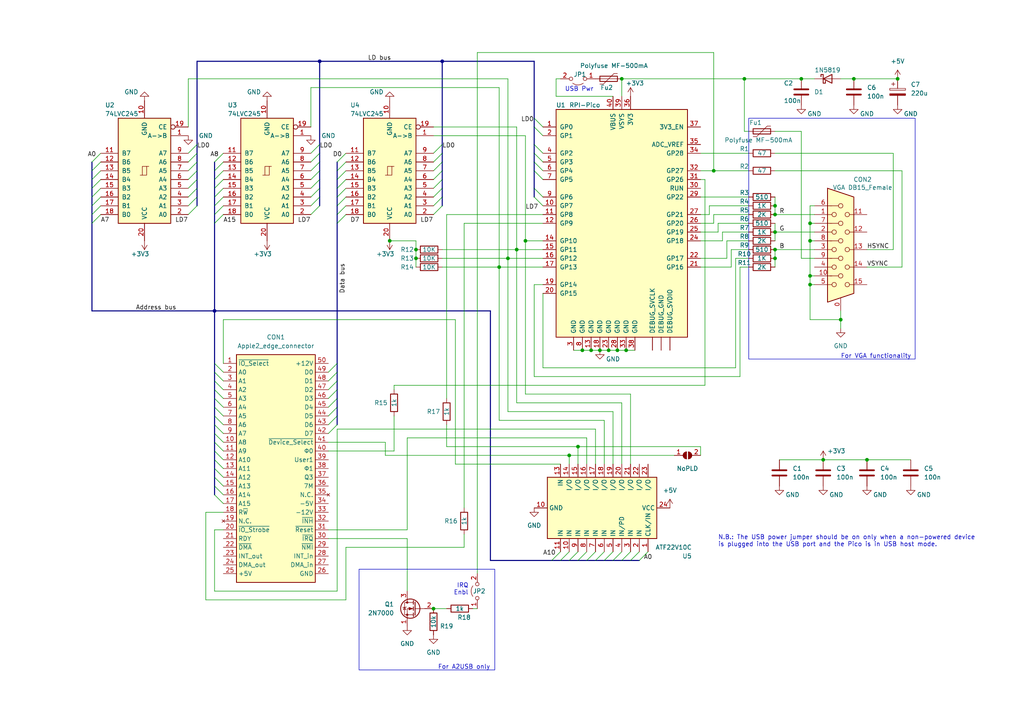
<source format=kicad_sch>
(kicad_sch (version 20230121) (generator eeschema)

  (uuid 4c6c2bca-2dd1-4d7b-a3c3-50b1d850646e)

  (paper "A4")

  (title_block
    (title "A2VGA.v1.6")
  )

  (lib_symbols
    (symbol "74xx:74LS245" (pin_names (offset 1.016)) (in_bom yes) (on_board yes)
      (property "Reference" "U" (at -7.62 16.51 0)
        (effects (font (size 1.27 1.27)))
      )
      (property "Value" "74LS245" (at -7.62 -16.51 0)
        (effects (font (size 1.27 1.27)))
      )
      (property "Footprint" "" (at 0 0 0)
        (effects (font (size 1.27 1.27)) hide)
      )
      (property "Datasheet" "http://www.ti.com/lit/gpn/sn74LS245" (at 0 0 0)
        (effects (font (size 1.27 1.27)) hide)
      )
      (property "ki_locked" "" (at 0 0 0)
        (effects (font (size 1.27 1.27)))
      )
      (property "ki_keywords" "TTL BUS 3State" (at 0 0 0)
        (effects (font (size 1.27 1.27)) hide)
      )
      (property "ki_description" "Octal BUS Transceivers, 3-State outputs" (at 0 0 0)
        (effects (font (size 1.27 1.27)) hide)
      )
      (property "ki_fp_filters" "DIP?20*" (at 0 0 0)
        (effects (font (size 1.27 1.27)) hide)
      )
      (symbol "74LS245_1_0"
        (polyline
          (pts
            (xy -0.635 -1.27)
            (xy -0.635 1.27)
            (xy 0.635 1.27)
          )
          (stroke (width 0) (type default))
          (fill (type none))
        )
        (polyline
          (pts
            (xy -1.27 -1.27)
            (xy 0.635 -1.27)
            (xy 0.635 1.27)
            (xy 1.27 1.27)
          )
          (stroke (width 0) (type default))
          (fill (type none))
        )
        (pin input line (at -12.7 -10.16 0) (length 5.08)
          (name "A->B" (effects (font (size 1.27 1.27))))
          (number "1" (effects (font (size 1.27 1.27))))
        )
        (pin power_in line (at 0 -20.32 90) (length 5.08)
          (name "GND" (effects (font (size 1.27 1.27))))
          (number "10" (effects (font (size 1.27 1.27))))
        )
        (pin tri_state line (at 12.7 -5.08 180) (length 5.08)
          (name "B7" (effects (font (size 1.27 1.27))))
          (number "11" (effects (font (size 1.27 1.27))))
        )
        (pin tri_state line (at 12.7 -2.54 180) (length 5.08)
          (name "B6" (effects (font (size 1.27 1.27))))
          (number "12" (effects (font (size 1.27 1.27))))
        )
        (pin tri_state line (at 12.7 0 180) (length 5.08)
          (name "B5" (effects (font (size 1.27 1.27))))
          (number "13" (effects (font (size 1.27 1.27))))
        )
        (pin tri_state line (at 12.7 2.54 180) (length 5.08)
          (name "B4" (effects (font (size 1.27 1.27))))
          (number "14" (effects (font (size 1.27 1.27))))
        )
        (pin tri_state line (at 12.7 5.08 180) (length 5.08)
          (name "B3" (effects (font (size 1.27 1.27))))
          (number "15" (effects (font (size 1.27 1.27))))
        )
        (pin tri_state line (at 12.7 7.62 180) (length 5.08)
          (name "B2" (effects (font (size 1.27 1.27))))
          (number "16" (effects (font (size 1.27 1.27))))
        )
        (pin tri_state line (at 12.7 10.16 180) (length 5.08)
          (name "B1" (effects (font (size 1.27 1.27))))
          (number "17" (effects (font (size 1.27 1.27))))
        )
        (pin tri_state line (at 12.7 12.7 180) (length 5.08)
          (name "B0" (effects (font (size 1.27 1.27))))
          (number "18" (effects (font (size 1.27 1.27))))
        )
        (pin input inverted (at -12.7 -12.7 0) (length 5.08)
          (name "CE" (effects (font (size 1.27 1.27))))
          (number "19" (effects (font (size 1.27 1.27))))
        )
        (pin tri_state line (at -12.7 12.7 0) (length 5.08)
          (name "A0" (effects (font (size 1.27 1.27))))
          (number "2" (effects (font (size 1.27 1.27))))
        )
        (pin power_in line (at 0 20.32 270) (length 5.08)
          (name "VCC" (effects (font (size 1.27 1.27))))
          (number "20" (effects (font (size 1.27 1.27))))
        )
        (pin tri_state line (at -12.7 10.16 0) (length 5.08)
          (name "A1" (effects (font (size 1.27 1.27))))
          (number "3" (effects (font (size 1.27 1.27))))
        )
        (pin tri_state line (at -12.7 7.62 0) (length 5.08)
          (name "A2" (effects (font (size 1.27 1.27))))
          (number "4" (effects (font (size 1.27 1.27))))
        )
        (pin tri_state line (at -12.7 5.08 0) (length 5.08)
          (name "A3" (effects (font (size 1.27 1.27))))
          (number "5" (effects (font (size 1.27 1.27))))
        )
        (pin tri_state line (at -12.7 2.54 0) (length 5.08)
          (name "A4" (effects (font (size 1.27 1.27))))
          (number "6" (effects (font (size 1.27 1.27))))
        )
        (pin tri_state line (at -12.7 0 0) (length 5.08)
          (name "A5" (effects (font (size 1.27 1.27))))
          (number "7" (effects (font (size 1.27 1.27))))
        )
        (pin tri_state line (at -12.7 -2.54 0) (length 5.08)
          (name "A6" (effects (font (size 1.27 1.27))))
          (number "8" (effects (font (size 1.27 1.27))))
        )
        (pin tri_state line (at -12.7 -5.08 0) (length 5.08)
          (name "A7" (effects (font (size 1.27 1.27))))
          (number "9" (effects (font (size 1.27 1.27))))
        )
      )
      (symbol "74LS245_1_1"
        (rectangle (start -7.62 15.24) (end 7.62 -15.24)
          (stroke (width 0.254) (type default))
          (fill (type background))
        )
      )
    )
    (symbol "Connector:DB15_Female_HighDensity_MountingHoles" (pin_names (offset 1.016) hide) (in_bom yes) (on_board yes)
      (property "Reference" "J" (at 0 21.59 0)
        (effects (font (size 1.27 1.27)))
      )
      (property "Value" "DB15_Female_HighDensity_MountingHoles" (at 0 19.05 0)
        (effects (font (size 1.27 1.27)))
      )
      (property "Footprint" "" (at -24.13 10.16 0)
        (effects (font (size 1.27 1.27)) hide)
      )
      (property "Datasheet" " ~" (at -24.13 10.16 0)
        (effects (font (size 1.27 1.27)) hide)
      )
      (property "ki_keywords" "connector db15 female D-SUB VGA" (at 0 0 0)
        (effects (font (size 1.27 1.27)) hide)
      )
      (property "ki_description" "15-pin female D-SUB connector, High density (3 columns), Triple Row, Generic, VGA-connector, Mounting Hole" (at 0 0 0)
        (effects (font (size 1.27 1.27)) hide)
      )
      (property "ki_fp_filters" "DSUB*Female*" (at 0 0 0)
        (effects (font (size 1.27 1.27)) hide)
      )
      (symbol "DB15_Female_HighDensity_MountingHoles_0_1"
        (circle (center -1.905 -10.16) (radius 0.635)
          (stroke (width 0) (type default))
          (fill (type none))
        )
        (circle (center -1.905 -5.08) (radius 0.635)
          (stroke (width 0) (type default))
          (fill (type none))
        )
        (circle (center -1.905 0) (radius 0.635)
          (stroke (width 0) (type default))
          (fill (type none))
        )
        (circle (center -1.905 5.08) (radius 0.635)
          (stroke (width 0) (type default))
          (fill (type none))
        )
        (circle (center -1.905 10.16) (radius 0.635)
          (stroke (width 0) (type default))
          (fill (type none))
        )
        (circle (center 0 -7.62) (radius 0.635)
          (stroke (width 0) (type default))
          (fill (type none))
        )
        (circle (center 0 -2.54) (radius 0.635)
          (stroke (width 0) (type default))
          (fill (type none))
        )
        (polyline
          (pts
            (xy -3.175 7.62)
            (xy -0.635 7.62)
          )
          (stroke (width 0) (type default))
          (fill (type none))
        )
        (polyline
          (pts
            (xy -0.635 -7.62)
            (xy -3.175 -7.62)
          )
          (stroke (width 0) (type default))
          (fill (type none))
        )
        (polyline
          (pts
            (xy -0.635 -2.54)
            (xy -3.175 -2.54)
          )
          (stroke (width 0) (type default))
          (fill (type none))
        )
        (polyline
          (pts
            (xy -0.635 2.54)
            (xy -3.175 2.54)
          )
          (stroke (width 0) (type default))
          (fill (type none))
        )
        (polyline
          (pts
            (xy -0.635 12.7)
            (xy -3.175 12.7)
          )
          (stroke (width 0) (type default))
          (fill (type none))
        )
        (polyline
          (pts
            (xy -3.81 17.78)
            (xy -3.81 -15.24)
            (xy 3.81 -12.7)
            (xy 3.81 15.24)
            (xy -3.81 17.78)
          )
          (stroke (width 0.254) (type default))
          (fill (type background))
        )
        (circle (center 0 2.54) (radius 0.635)
          (stroke (width 0) (type default))
          (fill (type none))
        )
        (circle (center 0 7.62) (radius 0.635)
          (stroke (width 0) (type default))
          (fill (type none))
        )
        (circle (center 0 12.7) (radius 0.635)
          (stroke (width 0) (type default))
          (fill (type none))
        )
        (circle (center 1.905 -10.16) (radius 0.635)
          (stroke (width 0) (type default))
          (fill (type none))
        )
        (circle (center 1.905 -5.08) (radius 0.635)
          (stroke (width 0) (type default))
          (fill (type none))
        )
        (circle (center 1.905 0) (radius 0.635)
          (stroke (width 0) (type default))
          (fill (type none))
        )
        (circle (center 1.905 5.08) (radius 0.635)
          (stroke (width 0) (type default))
          (fill (type none))
        )
        (circle (center 1.905 10.16) (radius 0.635)
          (stroke (width 0) (type default))
          (fill (type none))
        )
      )
      (symbol "DB15_Female_HighDensity_MountingHoles_1_1"
        (pin passive line (at 0 -17.78 90) (length 3.81)
          (name "~" (effects (font (size 1.27 1.27))))
          (number "0" (effects (font (size 1.27 1.27))))
        )
        (pin passive line (at -7.62 10.16 0) (length 5.08)
          (name "~" (effects (font (size 1.27 1.27))))
          (number "1" (effects (font (size 1.27 1.27))))
        )
        (pin passive line (at -7.62 -7.62 0) (length 5.08)
          (name "~" (effects (font (size 1.27 1.27))))
          (number "10" (effects (font (size 1.27 1.27))))
        )
        (pin passive line (at 7.62 10.16 180) (length 5.08)
          (name "~" (effects (font (size 1.27 1.27))))
          (number "11" (effects (font (size 1.27 1.27))))
        )
        (pin passive line (at 7.62 5.08 180) (length 5.08)
          (name "~" (effects (font (size 1.27 1.27))))
          (number "12" (effects (font (size 1.27 1.27))))
        )
        (pin passive line (at 7.62 0 180) (length 5.08)
          (name "~" (effects (font (size 1.27 1.27))))
          (number "13" (effects (font (size 1.27 1.27))))
        )
        (pin passive line (at 7.62 -5.08 180) (length 5.08)
          (name "~" (effects (font (size 1.27 1.27))))
          (number "14" (effects (font (size 1.27 1.27))))
        )
        (pin passive line (at 7.62 -10.16 180) (length 5.08)
          (name "~" (effects (font (size 1.27 1.27))))
          (number "15" (effects (font (size 1.27 1.27))))
        )
        (pin passive line (at -7.62 5.08 0) (length 5.08)
          (name "~" (effects (font (size 1.27 1.27))))
          (number "2" (effects (font (size 1.27 1.27))))
        )
        (pin passive line (at -7.62 0 0) (length 5.08)
          (name "~" (effects (font (size 1.27 1.27))))
          (number "3" (effects (font (size 1.27 1.27))))
        )
        (pin passive line (at -7.62 -5.08 0) (length 5.08)
          (name "~" (effects (font (size 1.27 1.27))))
          (number "4" (effects (font (size 1.27 1.27))))
        )
        (pin passive line (at -7.62 -10.16 0) (length 5.08)
          (name "~" (effects (font (size 1.27 1.27))))
          (number "5" (effects (font (size 1.27 1.27))))
        )
        (pin passive line (at -7.62 12.7 0) (length 5.08)
          (name "~" (effects (font (size 1.27 1.27))))
          (number "6" (effects (font (size 1.27 1.27))))
        )
        (pin passive line (at -7.62 7.62 0) (length 5.08)
          (name "~" (effects (font (size 1.27 1.27))))
          (number "7" (effects (font (size 1.27 1.27))))
        )
        (pin passive line (at -7.62 2.54 0) (length 5.08)
          (name "~" (effects (font (size 1.27 1.27))))
          (number "8" (effects (font (size 1.27 1.27))))
        )
        (pin passive line (at -7.62 -2.54 0) (length 5.08)
          (name "~" (effects (font (size 1.27 1.27))))
          (number "9" (effects (font (size 1.27 1.27))))
        )
      )
    )
    (symbol "Device:C" (pin_numbers hide) (pin_names (offset 0.254)) (in_bom yes) (on_board yes)
      (property "Reference" "C" (at 0.635 2.54 0)
        (effects (font (size 1.27 1.27)) (justify left))
      )
      (property "Value" "C" (at 0.635 -2.54 0)
        (effects (font (size 1.27 1.27)) (justify left))
      )
      (property "Footprint" "" (at 0.9652 -3.81 0)
        (effects (font (size 1.27 1.27)) hide)
      )
      (property "Datasheet" "~" (at 0 0 0)
        (effects (font (size 1.27 1.27)) hide)
      )
      (property "ki_keywords" "cap capacitor" (at 0 0 0)
        (effects (font (size 1.27 1.27)) hide)
      )
      (property "ki_description" "Unpolarized capacitor" (at 0 0 0)
        (effects (font (size 1.27 1.27)) hide)
      )
      (property "ki_fp_filters" "C_*" (at 0 0 0)
        (effects (font (size 1.27 1.27)) hide)
      )
      (symbol "C_0_1"
        (polyline
          (pts
            (xy -2.032 -0.762)
            (xy 2.032 -0.762)
          )
          (stroke (width 0.508) (type default))
          (fill (type none))
        )
        (polyline
          (pts
            (xy -2.032 0.762)
            (xy 2.032 0.762)
          )
          (stroke (width 0.508) (type default))
          (fill (type none))
        )
      )
      (symbol "C_1_1"
        (pin passive line (at 0 3.81 270) (length 2.794)
          (name "~" (effects (font (size 1.27 1.27))))
          (number "1" (effects (font (size 1.27 1.27))))
        )
        (pin passive line (at 0 -3.81 90) (length 2.794)
          (name "~" (effects (font (size 1.27 1.27))))
          (number "2" (effects (font (size 1.27 1.27))))
        )
      )
    )
    (symbol "Device:C_Polarized" (pin_numbers hide) (pin_names (offset 0.254)) (in_bom yes) (on_board yes)
      (property "Reference" "C" (at 0.635 2.54 0)
        (effects (font (size 1.27 1.27)) (justify left))
      )
      (property "Value" "C_Polarized" (at 0.635 -2.54 0)
        (effects (font (size 1.27 1.27)) (justify left))
      )
      (property "Footprint" "" (at 0.9652 -3.81 0)
        (effects (font (size 1.27 1.27)) hide)
      )
      (property "Datasheet" "~" (at 0 0 0)
        (effects (font (size 1.27 1.27)) hide)
      )
      (property "ki_keywords" "cap capacitor" (at 0 0 0)
        (effects (font (size 1.27 1.27)) hide)
      )
      (property "ki_description" "Polarized capacitor" (at 0 0 0)
        (effects (font (size 1.27 1.27)) hide)
      )
      (property "ki_fp_filters" "CP_*" (at 0 0 0)
        (effects (font (size 1.27 1.27)) hide)
      )
      (symbol "C_Polarized_0_1"
        (rectangle (start -2.286 0.508) (end 2.286 1.016)
          (stroke (width 0) (type default))
          (fill (type none))
        )
        (polyline
          (pts
            (xy -1.778 2.286)
            (xy -0.762 2.286)
          )
          (stroke (width 0) (type default))
          (fill (type none))
        )
        (polyline
          (pts
            (xy -1.27 2.794)
            (xy -1.27 1.778)
          )
          (stroke (width 0) (type default))
          (fill (type none))
        )
        (rectangle (start 2.286 -0.508) (end -2.286 -1.016)
          (stroke (width 0) (type default))
          (fill (type outline))
        )
      )
      (symbol "C_Polarized_1_1"
        (pin passive line (at 0 3.81 270) (length 2.794)
          (name "~" (effects (font (size 1.27 1.27))))
          (number "1" (effects (font (size 1.27 1.27))))
        )
        (pin passive line (at 0 -3.81 90) (length 2.794)
          (name "~" (effects (font (size 1.27 1.27))))
          (number "2" (effects (font (size 1.27 1.27))))
        )
      )
    )
    (symbol "Device:Polyfuse" (pin_numbers hide) (pin_names (offset 0)) (in_bom yes) (on_board yes)
      (property "Reference" "F" (at -2.54 0 90)
        (effects (font (size 1.27 1.27)))
      )
      (property "Value" "Polyfuse" (at 2.54 0 90)
        (effects (font (size 1.27 1.27)))
      )
      (property "Footprint" "" (at 1.27 -5.08 0)
        (effects (font (size 1.27 1.27)) (justify left) hide)
      )
      (property "Datasheet" "~" (at 0 0 0)
        (effects (font (size 1.27 1.27)) hide)
      )
      (property "ki_keywords" "resettable fuse PTC PPTC polyfuse polyswitch" (at 0 0 0)
        (effects (font (size 1.27 1.27)) hide)
      )
      (property "ki_description" "Resettable fuse, polymeric positive temperature coefficient" (at 0 0 0)
        (effects (font (size 1.27 1.27)) hide)
      )
      (property "ki_fp_filters" "*polyfuse* *PTC*" (at 0 0 0)
        (effects (font (size 1.27 1.27)) hide)
      )
      (symbol "Polyfuse_0_1"
        (rectangle (start -0.762 2.54) (end 0.762 -2.54)
          (stroke (width 0.254) (type default))
          (fill (type none))
        )
        (polyline
          (pts
            (xy 0 2.54)
            (xy 0 -2.54)
          )
          (stroke (width 0) (type default))
          (fill (type none))
        )
        (polyline
          (pts
            (xy -1.524 2.54)
            (xy -1.524 1.524)
            (xy 1.524 -1.524)
            (xy 1.524 -2.54)
          )
          (stroke (width 0) (type default))
          (fill (type none))
        )
      )
      (symbol "Polyfuse_1_1"
        (pin passive line (at 0 3.81 270) (length 1.27)
          (name "~" (effects (font (size 1.27 1.27))))
          (number "1" (effects (font (size 1.27 1.27))))
        )
        (pin passive line (at 0 -3.81 90) (length 1.27)
          (name "~" (effects (font (size 1.27 1.27))))
          (number "2" (effects (font (size 1.27 1.27))))
        )
      )
    )
    (symbol "Device:R" (pin_numbers hide) (pin_names (offset 0)) (in_bom yes) (on_board yes)
      (property "Reference" "R" (at 2.032 0 90)
        (effects (font (size 1.27 1.27)))
      )
      (property "Value" "R" (at 0 0 90)
        (effects (font (size 1.27 1.27)))
      )
      (property "Footprint" "" (at -1.778 0 90)
        (effects (font (size 1.27 1.27)) hide)
      )
      (property "Datasheet" "~" (at 0 0 0)
        (effects (font (size 1.27 1.27)) hide)
      )
      (property "ki_keywords" "R res resistor" (at 0 0 0)
        (effects (font (size 1.27 1.27)) hide)
      )
      (property "ki_description" "Resistor" (at 0 0 0)
        (effects (font (size 1.27 1.27)) hide)
      )
      (property "ki_fp_filters" "R_*" (at 0 0 0)
        (effects (font (size 1.27 1.27)) hide)
      )
      (symbol "R_0_1"
        (rectangle (start -1.016 -2.54) (end 1.016 2.54)
          (stroke (width 0.254) (type default))
          (fill (type none))
        )
      )
      (symbol "R_1_1"
        (pin passive line (at 0 3.81 270) (length 1.27)
          (name "~" (effects (font (size 1.27 1.27))))
          (number "1" (effects (font (size 1.27 1.27))))
        )
        (pin passive line (at 0 -3.81 90) (length 1.27)
          (name "~" (effects (font (size 1.27 1.27))))
          (number "2" (effects (font (size 1.27 1.27))))
        )
      )
    )
    (symbol "Diode:1N6857" (pin_numbers hide) (pin_names (offset 1.016) hide) (in_bom yes) (on_board yes)
      (property "Reference" "D" (at 0 2.54 0)
        (effects (font (size 1.27 1.27)))
      )
      (property "Value" "1N6857" (at 0 -2.54 0)
        (effects (font (size 1.27 1.27)))
      )
      (property "Footprint" "Diode_THT:D_DO-35_SOD27_P7.62mm_Horizontal" (at 0 -4.445 0)
        (effects (font (size 1.27 1.27)) hide)
      )
      (property "Datasheet" "https://www.microsemi.com/document-portal/doc_download/8865-lds-0040-datasheet" (at 0 0 0)
        (effects (font (size 1.27 1.27)) hide)
      )
      (property "ki_keywords" "diode Schottky" (at 0 0 0)
        (effects (font (size 1.27 1.27)) hide)
      )
      (property "ki_description" "20V 150mA Schottky diode, DO-35" (at 0 0 0)
        (effects (font (size 1.27 1.27)) hide)
      )
      (property "ki_fp_filters" "D*DO?35*" (at 0 0 0)
        (effects (font (size 1.27 1.27)) hide)
      )
      (symbol "1N6857_0_1"
        (polyline
          (pts
            (xy 1.27 0)
            (xy -1.27 0)
          )
          (stroke (width 0) (type default))
          (fill (type none))
        )
        (polyline
          (pts
            (xy 1.27 1.27)
            (xy 1.27 -1.27)
            (xy -1.27 0)
            (xy 1.27 1.27)
          )
          (stroke (width 0.254) (type default))
          (fill (type none))
        )
        (polyline
          (pts
            (xy -1.905 0.635)
            (xy -1.905 1.27)
            (xy -1.27 1.27)
            (xy -1.27 -1.27)
            (xy -0.635 -1.27)
            (xy -0.635 -0.635)
          )
          (stroke (width 0.254) (type default))
          (fill (type none))
        )
      )
      (symbol "1N6857_1_1"
        (pin passive line (at -3.81 0 0) (length 2.54)
          (name "K" (effects (font (size 1.27 1.27))))
          (number "1" (effects (font (size 1.27 1.27))))
        )
        (pin passive line (at 3.81 0 180) (length 2.54)
          (name "A" (effects (font (size 1.27 1.27))))
          (number "2" (effects (font (size 1.27 1.27))))
        )
      )
    )
    (symbol "Jumper:Jumper_2_Open" (pin_names (offset 0) hide) (in_bom yes) (on_board yes)
      (property "Reference" "JP" (at 0 2.794 0)
        (effects (font (size 1.27 1.27)))
      )
      (property "Value" "Jumper_2_Open" (at 0 -2.286 0)
        (effects (font (size 1.27 1.27)))
      )
      (property "Footprint" "" (at 0 0 0)
        (effects (font (size 1.27 1.27)) hide)
      )
      (property "Datasheet" "~" (at 0 0 0)
        (effects (font (size 1.27 1.27)) hide)
      )
      (property "ki_keywords" "Jumper SPST" (at 0 0 0)
        (effects (font (size 1.27 1.27)) hide)
      )
      (property "ki_description" "Jumper, 2-pole, open" (at 0 0 0)
        (effects (font (size 1.27 1.27)) hide)
      )
      (property "ki_fp_filters" "Jumper* TestPoint*2Pads* TestPoint*Bridge*" (at 0 0 0)
        (effects (font (size 1.27 1.27)) hide)
      )
      (symbol "Jumper_2_Open_0_0"
        (circle (center -2.032 0) (radius 0.508)
          (stroke (width 0) (type default))
          (fill (type none))
        )
        (circle (center 2.032 0) (radius 0.508)
          (stroke (width 0) (type default))
          (fill (type none))
        )
      )
      (symbol "Jumper_2_Open_0_1"
        (arc (start 1.524 1.27) (mid 0 1.778) (end -1.524 1.27)
          (stroke (width 0) (type default))
          (fill (type none))
        )
      )
      (symbol "Jumper_2_Open_1_1"
        (pin passive line (at -5.08 0 0) (length 2.54)
          (name "A" (effects (font (size 1.27 1.27))))
          (number "1" (effects (font (size 1.27 1.27))))
        )
        (pin passive line (at 5.08 0 180) (length 2.54)
          (name "B" (effects (font (size 1.27 1.27))))
          (number "2" (effects (font (size 1.27 1.27))))
        )
      )
    )
    (symbol "Jumper:SolderJumper_2_Open" (pin_names (offset 0) hide) (in_bom yes) (on_board yes)
      (property "Reference" "JP" (at 0 2.032 0)
        (effects (font (size 1.27 1.27)))
      )
      (property "Value" "SolderJumper_2_Open" (at 0 -2.54 0)
        (effects (font (size 1.27 1.27)))
      )
      (property "Footprint" "" (at 0 0 0)
        (effects (font (size 1.27 1.27)) hide)
      )
      (property "Datasheet" "~" (at 0 0 0)
        (effects (font (size 1.27 1.27)) hide)
      )
      (property "ki_keywords" "solder jumper SPST" (at 0 0 0)
        (effects (font (size 1.27 1.27)) hide)
      )
      (property "ki_description" "Solder Jumper, 2-pole, open" (at 0 0 0)
        (effects (font (size 1.27 1.27)) hide)
      )
      (property "ki_fp_filters" "SolderJumper*Open*" (at 0 0 0)
        (effects (font (size 1.27 1.27)) hide)
      )
      (symbol "SolderJumper_2_Open_0_1"
        (arc (start -0.254 1.016) (mid -1.2656 0) (end -0.254 -1.016)
          (stroke (width 0) (type default))
          (fill (type none))
        )
        (arc (start -0.254 1.016) (mid -1.2656 0) (end -0.254 -1.016)
          (stroke (width 0) (type default))
          (fill (type outline))
        )
        (polyline
          (pts
            (xy -0.254 1.016)
            (xy -0.254 -1.016)
          )
          (stroke (width 0) (type default))
          (fill (type none))
        )
        (polyline
          (pts
            (xy 0.254 1.016)
            (xy 0.254 -1.016)
          )
          (stroke (width 0) (type default))
          (fill (type none))
        )
        (arc (start 0.254 -1.016) (mid 1.2656 0) (end 0.254 1.016)
          (stroke (width 0) (type default))
          (fill (type none))
        )
        (arc (start 0.254 -1.016) (mid 1.2656 0) (end 0.254 1.016)
          (stroke (width 0) (type default))
          (fill (type outline))
        )
      )
      (symbol "SolderJumper_2_Open_1_1"
        (pin passive line (at -3.81 0 0) (length 2.54)
          (name "A" (effects (font (size 1.27 1.27))))
          (number "1" (effects (font (size 1.27 1.27))))
        )
        (pin passive line (at 3.81 0 180) (length 2.54)
          (name "B" (effects (font (size 1.27 1.27))))
          (number "2" (effects (font (size 1.27 1.27))))
        )
      )
    )
    (symbol "MCU_Microchip_PIC16:RPI-Pico" (pin_names (offset 1.016)) (in_bom yes) (on_board yes)
      (property "Reference" "U" (at 6.35 35.56 0)
        (effects (font (size 1.27 1.27)) (justify left))
      )
      (property "Value" "RPI-Pico" (at 6.35 33.02 0)
        (effects (font (size 1.27 1.27)) (justify left))
      )
      (property "Footprint" "" (at 0 0 0)
        (effects (font (size 1.27 1.27) italic) hide)
      )
      (property "Datasheet" "RPI-Pico" (at 0 0 0)
        (effects (font (size 1.27 1.27)) hide)
      )
      (property "ki_keywords" "Flash-Based 8-Bit Microcontroller" (at 0 0 0)
        (effects (font (size 1.27 1.27)) hide)
      )
      (property "ki_description" "4K Flash, 192B SRAM, ADC, PWM, DIP40" (at 0 0 0)
        (effects (font (size 1.27 1.27)) hide)
      )
      (property "ki_fp_filters" "DIP* PDIP*" (at 0 0 0)
        (effects (font (size 1.27 1.27)) hide)
      )
      (symbol "RPI-Pico_0_1"
        (rectangle (start -19.05 -34.29) (end 19.05 31.75)
          (stroke (width 0.254) (type default))
          (fill (type background))
        )
      )
      (symbol "RPI-Pico_1_1"
        (pin power_in line (at 11.43 -38.1 90) (length 3.81)
          (name "DEBUG_GND" (effects (font (size 1.27 1.27))))
          (number "" (effects (font (size 1.27 1.27))))
        )
        (pin bidirectional line (at 8.89 -38.1 90) (length 3.81)
          (name "DEBUG_SVCLK" (effects (font (size 1.27 1.27))))
          (number "" (effects (font (size 1.27 1.27))))
        )
        (pin bidirectional line (at 13.97 -38.1 90) (length 3.81)
          (name "DEBUG_SVDIO" (effects (font (size 1.27 1.27))))
          (number "" (effects (font (size 1.27 1.27))))
        )
        (pin bidirectional line (at -22.86 26.67 0) (length 3.81)
          (name "GP0" (effects (font (size 1.27 1.27))))
          (number "1" (effects (font (size 1.27 1.27))))
        )
        (pin bidirectional line (at -22.86 3.81 0) (length 3.81)
          (name "GP7" (effects (font (size 1.27 1.27))))
          (number "10" (effects (font (size 1.27 1.27))))
        )
        (pin bidirectional line (at -22.86 1.27 0) (length 3.81)
          (name "GP8" (effects (font (size 1.27 1.27))))
          (number "11" (effects (font (size 1.27 1.27))))
        )
        (pin bidirectional line (at -22.86 -1.27 0) (length 3.81)
          (name "GP9" (effects (font (size 1.27 1.27))))
          (number "12" (effects (font (size 1.27 1.27))))
        )
        (pin power_in line (at -8.89 -38.1 90) (length 3.81)
          (name "GND" (effects (font (size 1.27 1.27))))
          (number "13" (effects (font (size 1.27 1.27))))
        )
        (pin bidirectional line (at -22.86 -6.35 0) (length 3.81)
          (name "GP10" (effects (font (size 1.27 1.27))))
          (number "14" (effects (font (size 1.27 1.27))))
        )
        (pin bidirectional line (at -22.86 -8.89 0) (length 3.81)
          (name "GP11" (effects (font (size 1.27 1.27))))
          (number "15" (effects (font (size 1.27 1.27))))
        )
        (pin bidirectional line (at -22.86 -11.43 0) (length 3.81)
          (name "GP12" (effects (font (size 1.27 1.27))))
          (number "16" (effects (font (size 1.27 1.27))))
        )
        (pin bidirectional line (at -22.86 -13.97 0) (length 3.81)
          (name "GP13" (effects (font (size 1.27 1.27))))
          (number "17" (effects (font (size 1.27 1.27))))
        )
        (pin power_in line (at -6.35 -38.1 90) (length 3.81)
          (name "GND" (effects (font (size 1.27 1.27))))
          (number "18" (effects (font (size 1.27 1.27))))
        )
        (pin bidirectional line (at -22.86 -19.05 0) (length 3.81)
          (name "GP14" (effects (font (size 1.27 1.27))))
          (number "19" (effects (font (size 1.27 1.27))))
        )
        (pin bidirectional line (at -22.86 24.13 0) (length 3.81)
          (name "GP1" (effects (font (size 1.27 1.27))))
          (number "2" (effects (font (size 1.27 1.27))))
        )
        (pin bidirectional line (at -22.86 -21.59 0) (length 3.81)
          (name "GP15" (effects (font (size 1.27 1.27))))
          (number "20" (effects (font (size 1.27 1.27))))
        )
        (pin bidirectional line (at 22.86 -13.97 180) (length 3.81)
          (name "GP16" (effects (font (size 1.27 1.27))))
          (number "21" (effects (font (size 1.27 1.27))))
        )
        (pin bidirectional line (at 22.86 -11.43 180) (length 3.81)
          (name "GP17" (effects (font (size 1.27 1.27))))
          (number "22" (effects (font (size 1.27 1.27))))
        )
        (pin power_in line (at -3.81 -38.1 90) (length 3.81)
          (name "GND" (effects (font (size 1.27 1.27))))
          (number "23" (effects (font (size 1.27 1.27))))
        )
        (pin bidirectional line (at 22.86 -6.35 180) (length 3.81)
          (name "GP18" (effects (font (size 1.27 1.27))))
          (number "24" (effects (font (size 1.27 1.27))))
        )
        (pin bidirectional line (at 22.86 -3.81 180) (length 3.81)
          (name "GP19" (effects (font (size 1.27 1.27))))
          (number "25" (effects (font (size 1.27 1.27))))
        )
        (pin bidirectional line (at 22.86 -1.27 180) (length 3.81)
          (name "GP20" (effects (font (size 1.27 1.27))))
          (number "26" (effects (font (size 1.27 1.27))))
        )
        (pin bidirectional line (at 22.86 1.27 180) (length 3.81)
          (name "GP21" (effects (font (size 1.27 1.27))))
          (number "27" (effects (font (size 1.27 1.27))))
        )
        (pin power_in line (at -1.27 -38.1 90) (length 3.81)
          (name "GND" (effects (font (size 1.27 1.27))))
          (number "28" (effects (font (size 1.27 1.27))))
        )
        (pin bidirectional line (at 22.86 6.35 180) (length 3.81)
          (name "GP22" (effects (font (size 1.27 1.27))))
          (number "29" (effects (font (size 1.27 1.27))))
        )
        (pin power_in line (at -13.97 -38.1 90) (length 3.81)
          (name "GND" (effects (font (size 1.27 1.27))))
          (number "3" (effects (font (size 1.27 1.27))))
        )
        (pin bidirectional line (at 22.86 8.89 180) (length 3.81)
          (name "RUN" (effects (font (size 1.27 1.27))))
          (number "30" (effects (font (size 1.27 1.27))))
        )
        (pin bidirectional line (at 22.86 11.43 180) (length 3.81)
          (name "GP26" (effects (font (size 1.27 1.27))))
          (number "31" (effects (font (size 1.27 1.27))))
        )
        (pin bidirectional line (at 22.86 13.97 180) (length 3.81)
          (name "GP27" (effects (font (size 1.27 1.27))))
          (number "32" (effects (font (size 1.27 1.27))))
        )
        (pin power_in line (at 1.27 -38.1 90) (length 3.81)
          (name "GND" (effects (font (size 1.27 1.27))))
          (number "33" (effects (font (size 1.27 1.27))))
        )
        (pin bidirectional line (at 22.86 19.05 180) (length 3.81)
          (name "GP28" (effects (font (size 1.27 1.27))))
          (number "34" (effects (font (size 1.27 1.27))))
        )
        (pin bidirectional line (at 22.86 21.59 180) (length 3.81)
          (name "ADC_VREF" (effects (font (size 1.27 1.27))))
          (number "35" (effects (font (size 1.27 1.27))))
        )
        (pin power_in line (at 2.54 35.56 270) (length 3.81)
          (name "3V3" (effects (font (size 1.27 1.27))))
          (number "36" (effects (font (size 1.27 1.27))))
        )
        (pin bidirectional line (at 22.86 26.67 180) (length 3.81)
          (name "3V3_EN" (effects (font (size 1.27 1.27))))
          (number "37" (effects (font (size 1.27 1.27))))
        )
        (pin power_in line (at 3.81 -38.1 90) (length 3.81)
          (name "GND" (effects (font (size 1.27 1.27))))
          (number "38" (effects (font (size 1.27 1.27))))
        )
        (pin power_in line (at 0 35.56 270) (length 3.81)
          (name "VSYS" (effects (font (size 1.27 1.27))))
          (number "39" (effects (font (size 1.27 1.27))))
        )
        (pin bidirectional line (at -22.86 19.05 0) (length 3.81)
          (name "GP2" (effects (font (size 1.27 1.27))))
          (number "4" (effects (font (size 1.27 1.27))))
        )
        (pin power_in line (at -2.54 35.56 270) (length 3.81)
          (name "VBUS" (effects (font (size 1.27 1.27))))
          (number "40" (effects (font (size 1.27 1.27))))
        )
        (pin bidirectional line (at -22.86 16.51 0) (length 3.81)
          (name "GP3" (effects (font (size 1.27 1.27))))
          (number "5" (effects (font (size 1.27 1.27))))
        )
        (pin bidirectional line (at -22.86 13.97 0) (length 3.81)
          (name "GP4" (effects (font (size 1.27 1.27))))
          (number "6" (effects (font (size 1.27 1.27))))
        )
        (pin bidirectional line (at -22.86 11.43 0) (length 3.81)
          (name "GP5" (effects (font (size 1.27 1.27))))
          (number "7" (effects (font (size 1.27 1.27))))
        )
        (pin power_in line (at -11.43 -38.1 90) (length 3.81)
          (name "GND" (effects (font (size 1.27 1.27))))
          (number "8" (effects (font (size 1.27 1.27))))
        )
        (pin bidirectional line (at -22.86 6.35 0) (length 3.81)
          (name "GP6" (effects (font (size 1.27 1.27))))
          (number "9" (effects (font (size 1.27 1.27))))
        )
      )
    )
    (symbol "Ralle_Library:ATF22V10C" (in_bom yes) (on_board yes)
      (property "Reference" "U" (at 0 0 0)
        (effects (font (size 1.27 1.27)))
      )
      (property "Value" "ATF22V10C" (at 6.35 -17.78 0)
        (effects (font (size 1.27 1.27)))
      )
      (property "Footprint" "" (at 0 0 0)
        (effects (font (size 1.27 1.27)) hide)
      )
      (property "Datasheet" "" (at 0 0 0)
        (effects (font (size 1.27 1.27)) hide)
      )
      (symbol "ATF22V10C_0_0"
        (pin power_in line (at 0 -20.32 90) (length 3.81)
          (name "GND" (effects (font (size 1.27 1.27))))
          (number "10" (effects (font (size 1.27 1.27))))
        )
        (pin power_in line (at 0 19.05 270) (length 3.81)
          (name "VCC" (effects (font (size 1.27 1.27))))
          (number "24" (effects (font (size 1.27 1.27))))
        )
      )
      (symbol "ATF22V10C_0_1"
        (rectangle (start -8.89 15.24) (end 8.89 -16.51)
          (stroke (width 0.254) (type default))
          (fill (type background))
        )
      )
      (symbol "ATF22V10C_1_1"
        (pin input line (at -12.7 12.7 0) (length 3.81)
          (name "CLK/IN" (effects (font (size 1.27 1.27))))
          (number "1" (effects (font (size 1.27 1.27))))
        )
        (pin input line (at -12.7 -10.16 0) (length 3.81)
          (name "IN" (effects (font (size 1.27 1.27))))
          (number "10" (effects (font (size 1.27 1.27))))
        )
        (pin input line (at -12.7 -12.7 0) (length 3.81)
          (name "IN" (effects (font (size 1.27 1.27))))
          (number "11" (effects (font (size 1.27 1.27))))
        )
        (pin input line (at 12.7 -12.7 180) (length 3.81)
          (name "IN" (effects (font (size 1.27 1.27))))
          (number "13" (effects (font (size 1.27 1.27))))
        )
        (pin output line (at 12.7 -10.16 180) (length 3.81)
          (name "I/O" (effects (font (size 1.27 1.27))))
          (number "14" (effects (font (size 1.27 1.27))))
        )
        (pin output line (at 12.7 -7.62 180) (length 3.81)
          (name "I/O" (effects (font (size 1.27 1.27))))
          (number "15" (effects (font (size 1.27 1.27))))
        )
        (pin output line (at 12.7 -5.08 180) (length 3.81)
          (name "I/O" (effects (font (size 1.27 1.27))))
          (number "16" (effects (font (size 1.27 1.27))))
        )
        (pin output line (at 12.7 -2.54 180) (length 3.81)
          (name "I/O" (effects (font (size 1.27 1.27))))
          (number "17" (effects (font (size 1.27 1.27))))
        )
        (pin output line (at 12.7 0 180) (length 3.81)
          (name "I/O" (effects (font (size 1.27 1.27))))
          (number "18" (effects (font (size 1.27 1.27))))
        )
        (pin output line (at 12.7 2.54 180) (length 3.81)
          (name "I/O" (effects (font (size 1.27 1.27))))
          (number "19" (effects (font (size 1.27 1.27))))
        )
        (pin input line (at -12.7 10.16 0) (length 3.81)
          (name "IN" (effects (font (size 1.27 1.27))))
          (number "2" (effects (font (size 1.27 1.27))))
        )
        (pin output line (at 12.7 5.08 180) (length 3.81)
          (name "I/O" (effects (font (size 1.27 1.27))))
          (number "20" (effects (font (size 1.27 1.27))))
        )
        (pin output line (at 12.7 7.62 180) (length 3.81)
          (name "I/O" (effects (font (size 1.27 1.27))))
          (number "21" (effects (font (size 1.27 1.27))))
        )
        (pin output line (at 12.7 10.16 180) (length 3.81)
          (name "I/O" (effects (font (size 1.27 1.27))))
          (number "22" (effects (font (size 1.27 1.27))))
        )
        (pin output line (at 12.7 12.7 180) (length 3.81)
          (name "I/O" (effects (font (size 1.27 1.27))))
          (number "23" (effects (font (size 1.27 1.27))))
        )
        (pin input line (at -12.7 7.62 0) (length 3.81)
          (name "IN" (effects (font (size 1.27 1.27))))
          (number "3" (effects (font (size 1.27 1.27))))
        )
        (pin input line (at -12.7 5.08 0) (length 3.81)
          (name "IN/PD" (effects (font (size 1.27 1.27))))
          (number "4" (effects (font (size 1.27 1.27))))
        )
        (pin input line (at -12.7 2.54 0) (length 3.81)
          (name "IN" (effects (font (size 1.27 1.27))))
          (number "5" (effects (font (size 1.27 1.27))))
        )
        (pin input line (at -12.7 0 0) (length 3.81)
          (name "IN" (effects (font (size 1.27 1.27))))
          (number "6" (effects (font (size 1.27 1.27))))
        )
        (pin input line (at -12.7 -2.54 0) (length 3.81)
          (name "IN" (effects (font (size 1.27 1.27))))
          (number "7" (effects (font (size 1.27 1.27))))
        )
        (pin input line (at -12.7 -5.08 0) (length 3.81)
          (name "IN" (effects (font (size 1.27 1.27))))
          (number "8" (effects (font (size 1.27 1.27))))
        )
        (pin input line (at -12.7 -7.62 0) (length 3.81)
          (name "IN" (effects (font (size 1.27 1.27))))
          (number "9" (effects (font (size 1.27 1.27))))
        )
      )
    )
    (symbol "Ralle_Library:Apple2_edge_connector" (in_bom yes) (on_board yes)
      (property "Reference" "CON" (at 0 0 0)
        (effects (font (size 1.27 1.27)))
      )
      (property "Value" "Apple2_edge_connector" (at 0 -34.29 0)
        (effects (font (size 1.27 1.27)))
      )
      (property "Footprint" "" (at 0 0 0)
        (effects (font (size 1.27 1.27)) hide)
      )
      (property "Datasheet" "" (at 0 0 0)
        (effects (font (size 1.27 1.27)) hide)
      )
      (symbol "Apple2_edge_connector_0_1"
        (rectangle (start -11.43 33.02) (end 11.43 -33.02)
          (stroke (width 0.254) (type default))
          (fill (type background))
        )
      )
      (symbol "Apple2_edge_connector_1_1"
        (pin output line (at -15.24 30.48 0) (length 3.81)
          (name "~{IO_Select}" (effects (font (size 1.27 1.27))))
          (number "1" (effects (font (size 1.27 1.27))))
        )
        (pin input line (at -15.24 7.62 0) (length 3.81)
          (name "A8" (effects (font (size 1.27 1.27))))
          (number "10" (effects (font (size 1.27 1.27))))
        )
        (pin input line (at -15.24 5.08 0) (length 3.81)
          (name "A9" (effects (font (size 1.27 1.27))))
          (number "11" (effects (font (size 1.27 1.27))))
        )
        (pin input line (at -15.24 2.54 0) (length 3.81)
          (name "A10" (effects (font (size 1.27 1.27))))
          (number "12" (effects (font (size 1.27 1.27))))
        )
        (pin input line (at -15.24 0 0) (length 3.81)
          (name "A11" (effects (font (size 1.27 1.27))))
          (number "13" (effects (font (size 1.27 1.27))))
        )
        (pin input line (at -15.24 -2.54 0) (length 3.81)
          (name "A12" (effects (font (size 1.27 1.27))))
          (number "14" (effects (font (size 1.27 1.27))))
        )
        (pin input line (at -15.24 -5.08 0) (length 3.81)
          (name "A13" (effects (font (size 1.27 1.27))))
          (number "15" (effects (font (size 1.27 1.27))))
        )
        (pin input line (at -15.24 -7.62 0) (length 3.81)
          (name "A14" (effects (font (size 1.27 1.27))))
          (number "16" (effects (font (size 1.27 1.27))))
        )
        (pin input line (at -15.24 -10.16 0) (length 3.81)
          (name "A15" (effects (font (size 1.27 1.27))))
          (number "17" (effects (font (size 1.27 1.27))))
        )
        (pin input line (at -15.24 -12.7 0) (length 3.81)
          (name "R~{W}" (effects (font (size 1.27 1.27))))
          (number "18" (effects (font (size 1.27 1.27))))
        )
        (pin no_connect line (at -15.24 -15.24 0) (length 3.81)
          (name "N.C." (effects (font (size 1.27 1.27))))
          (number "19" (effects (font (size 1.27 1.27))))
        )
        (pin input line (at -15.24 27.94 0) (length 3.81)
          (name "A0" (effects (font (size 1.27 1.27))))
          (number "2" (effects (font (size 1.27 1.27))))
        )
        (pin input line (at -15.24 -17.78 0) (length 3.81)
          (name "~{IO_Strobe}" (effects (font (size 1.27 1.27))))
          (number "20" (effects (font (size 1.27 1.27))))
        )
        (pin input line (at -15.24 -20.32 0) (length 3.81)
          (name "RDY" (effects (font (size 1.27 1.27))))
          (number "21" (effects (font (size 1.27 1.27))))
        )
        (pin bidirectional line (at -15.24 -22.86 0) (length 3.81)
          (name "~{DMA}" (effects (font (size 1.27 1.27))))
          (number "22" (effects (font (size 1.27 1.27))))
        )
        (pin input line (at -15.24 -25.4 0) (length 3.81)
          (name "INT_out" (effects (font (size 1.27 1.27))))
          (number "23" (effects (font (size 1.27 1.27))))
        )
        (pin input line (at -15.24 -27.94 0) (length 3.81)
          (name "DMA_out" (effects (font (size 1.27 1.27))))
          (number "24" (effects (font (size 1.27 1.27))))
        )
        (pin power_in line (at -15.24 -30.48 0) (length 3.81)
          (name "+5V" (effects (font (size 1.27 1.27))))
          (number "25" (effects (font (size 1.27 1.27))))
        )
        (pin passive line (at 15.24 -30.48 180) (length 3.81)
          (name "GND" (effects (font (size 1.27 1.27))))
          (number "26" (effects (font (size 1.27 1.27))))
        )
        (pin output line (at 15.24 -27.94 180) (length 3.81)
          (name "DMA_in" (effects (font (size 1.27 1.27))))
          (number "27" (effects (font (size 1.27 1.27))))
        )
        (pin output line (at 15.24 -25.4 180) (length 3.81)
          (name "INT_in" (effects (font (size 1.27 1.27))))
          (number "28" (effects (font (size 1.27 1.27))))
        )
        (pin output line (at 15.24 -22.86 180) (length 3.81)
          (name "~{NMI}" (effects (font (size 1.27 1.27))))
          (number "29" (effects (font (size 1.27 1.27))))
        )
        (pin input line (at -15.24 25.4 0) (length 3.81)
          (name "A1" (effects (font (size 1.27 1.27))))
          (number "3" (effects (font (size 1.27 1.27))))
        )
        (pin output line (at 15.24 -20.32 180) (length 3.81)
          (name "~{IRQ}" (effects (font (size 1.27 1.27))))
          (number "30" (effects (font (size 1.27 1.27))))
        )
        (pin bidirectional line (at 15.24 -17.78 180) (length 3.81)
          (name "~{Reset}" (effects (font (size 1.27 1.27))))
          (number "31" (effects (font (size 1.27 1.27))))
        )
        (pin input line (at 15.24 -15.24 180) (length 3.81)
          (name "~{INH}" (effects (font (size 1.27 1.27))))
          (number "32" (effects (font (size 1.27 1.27))))
        )
        (pin power_in line (at 15.24 -12.7 180) (length 3.81)
          (name "-12V" (effects (font (size 1.27 1.27))))
          (number "33" (effects (font (size 1.27 1.27))))
        )
        (pin power_in line (at 15.24 -10.16 180) (length 3.81)
          (name "-5V" (effects (font (size 1.27 1.27))))
          (number "34" (effects (font (size 1.27 1.27))))
        )
        (pin no_connect line (at 15.24 -7.62 180) (length 3.81)
          (name "N.C." (effects (font (size 1.27 1.27))))
          (number "35" (effects (font (size 1.27 1.27))))
        )
        (pin input line (at 15.24 -5.08 180) (length 3.81)
          (name "7M" (effects (font (size 1.27 1.27))))
          (number "36" (effects (font (size 1.27 1.27))))
        )
        (pin input line (at 15.24 -2.54 180) (length 3.81)
          (name "Q3" (effects (font (size 1.27 1.27))))
          (number "37" (effects (font (size 1.27 1.27))))
        )
        (pin input line (at 15.24 0 180) (length 3.81)
          (name "Ф1" (effects (font (size 1.27 1.27))))
          (number "38" (effects (font (size 1.27 1.27))))
        )
        (pin bidirectional line (at 15.24 2.54 180) (length 3.81)
          (name "User1" (effects (font (size 1.27 1.27))))
          (number "39" (effects (font (size 1.27 1.27))))
        )
        (pin input line (at -15.24 22.86 0) (length 3.81)
          (name "A2" (effects (font (size 1.27 1.27))))
          (number "4" (effects (font (size 1.27 1.27))))
        )
        (pin input line (at 15.24 5.08 180) (length 3.81)
          (name "Ф0" (effects (font (size 1.27 1.27))))
          (number "40" (effects (font (size 1.27 1.27))))
        )
        (pin input line (at 15.24 7.62 180) (length 3.81)
          (name "~{Device_Select}" (effects (font (size 1.27 1.27))))
          (number "41" (effects (font (size 1.27 1.27))))
        )
        (pin bidirectional line (at 15.24 10.16 180) (length 3.81)
          (name "D7" (effects (font (size 1.27 1.27))))
          (number "42" (effects (font (size 1.27 1.27))))
        )
        (pin bidirectional line (at 15.24 12.7 180) (length 3.81)
          (name "D6" (effects (font (size 1.27 1.27))))
          (number "43" (effects (font (size 1.27 1.27))))
        )
        (pin bidirectional line (at 15.24 15.24 180) (length 3.81)
          (name "D5" (effects (font (size 1.27 1.27))))
          (number "44" (effects (font (size 1.27 1.27))))
        )
        (pin bidirectional line (at 15.24 17.78 180) (length 3.81)
          (name "D4" (effects (font (size 1.27 1.27))))
          (number "45" (effects (font (size 1.27 1.27))))
        )
        (pin bidirectional line (at 15.24 20.32 180) (length 3.81)
          (name "D3" (effects (font (size 1.27 1.27))))
          (number "46" (effects (font (size 1.27 1.27))))
        )
        (pin bidirectional line (at 15.24 22.86 180) (length 3.81)
          (name "D2" (effects (font (size 1.27 1.27))))
          (number "47" (effects (font (size 1.27 1.27))))
        )
        (pin bidirectional line (at 15.24 25.4 180) (length 3.81)
          (name "D1" (effects (font (size 1.27 1.27))))
          (number "48" (effects (font (size 1.27 1.27))))
        )
        (pin bidirectional line (at 15.24 27.94 180) (length 3.81)
          (name "D0" (effects (font (size 1.27 1.27))))
          (number "49" (effects (font (size 1.27 1.27))))
        )
        (pin input line (at -15.24 20.32 0) (length 3.81)
          (name "A3" (effects (font (size 1.27 1.27))))
          (number "5" (effects (font (size 1.27 1.27))))
        )
        (pin power_in line (at 15.24 30.48 180) (length 3.81)
          (name "+12V" (effects (font (size 1.27 1.27))))
          (number "50" (effects (font (size 1.27 1.27))))
        )
        (pin input line (at -15.24 17.78 0) (length 3.81)
          (name "A4" (effects (font (size 1.27 1.27))))
          (number "6" (effects (font (size 1.27 1.27))))
        )
        (pin input line (at -15.24 15.24 0) (length 3.81)
          (name "A5" (effects (font (size 1.27 1.27))))
          (number "7" (effects (font (size 1.27 1.27))))
        )
        (pin input line (at -15.24 12.7 0) (length 3.81)
          (name "A6" (effects (font (size 1.27 1.27))))
          (number "8" (effects (font (size 1.27 1.27))))
        )
        (pin input line (at -15.24 10.16 0) (length 3.81)
          (name "A7" (effects (font (size 1.27 1.27))))
          (number "9" (effects (font (size 1.27 1.27))))
        )
      )
    )
    (symbol "Transistor_FET:2N7000" (pin_names hide) (in_bom yes) (on_board yes)
      (property "Reference" "Q" (at 5.08 1.905 0)
        (effects (font (size 1.27 1.27)) (justify left))
      )
      (property "Value" "2N7000" (at 5.08 0 0)
        (effects (font (size 1.27 1.27)) (justify left))
      )
      (property "Footprint" "Package_TO_SOT_THT:TO-92_Inline" (at 5.08 -1.905 0)
        (effects (font (size 1.27 1.27) italic) (justify left) hide)
      )
      (property "Datasheet" "https://www.vishay.com/docs/70226/70226.pdf" (at 0 0 0)
        (effects (font (size 1.27 1.27)) (justify left) hide)
      )
      (property "ki_keywords" "N-Channel MOSFET Logic-Level" (at 0 0 0)
        (effects (font (size 1.27 1.27)) hide)
      )
      (property "ki_description" "0.2A Id, 200V Vds, N-Channel MOSFET, 2.6V Logic Level, TO-92" (at 0 0 0)
        (effects (font (size 1.27 1.27)) hide)
      )
      (property "ki_fp_filters" "TO?92*" (at 0 0 0)
        (effects (font (size 1.27 1.27)) hide)
      )
      (symbol "2N7000_0_1"
        (polyline
          (pts
            (xy 0.254 0)
            (xy -2.54 0)
          )
          (stroke (width 0) (type default))
          (fill (type none))
        )
        (polyline
          (pts
            (xy 0.254 1.905)
            (xy 0.254 -1.905)
          )
          (stroke (width 0.254) (type default))
          (fill (type none))
        )
        (polyline
          (pts
            (xy 0.762 -1.27)
            (xy 0.762 -2.286)
          )
          (stroke (width 0.254) (type default))
          (fill (type none))
        )
        (polyline
          (pts
            (xy 0.762 0.508)
            (xy 0.762 -0.508)
          )
          (stroke (width 0.254) (type default))
          (fill (type none))
        )
        (polyline
          (pts
            (xy 0.762 2.286)
            (xy 0.762 1.27)
          )
          (stroke (width 0.254) (type default))
          (fill (type none))
        )
        (polyline
          (pts
            (xy 2.54 2.54)
            (xy 2.54 1.778)
          )
          (stroke (width 0) (type default))
          (fill (type none))
        )
        (polyline
          (pts
            (xy 2.54 -2.54)
            (xy 2.54 0)
            (xy 0.762 0)
          )
          (stroke (width 0) (type default))
          (fill (type none))
        )
        (polyline
          (pts
            (xy 0.762 -1.778)
            (xy 3.302 -1.778)
            (xy 3.302 1.778)
            (xy 0.762 1.778)
          )
          (stroke (width 0) (type default))
          (fill (type none))
        )
        (polyline
          (pts
            (xy 1.016 0)
            (xy 2.032 0.381)
            (xy 2.032 -0.381)
            (xy 1.016 0)
          )
          (stroke (width 0) (type default))
          (fill (type outline))
        )
        (polyline
          (pts
            (xy 2.794 0.508)
            (xy 2.921 0.381)
            (xy 3.683 0.381)
            (xy 3.81 0.254)
          )
          (stroke (width 0) (type default))
          (fill (type none))
        )
        (polyline
          (pts
            (xy 3.302 0.381)
            (xy 2.921 -0.254)
            (xy 3.683 -0.254)
            (xy 3.302 0.381)
          )
          (stroke (width 0) (type default))
          (fill (type none))
        )
        (circle (center 1.651 0) (radius 2.794)
          (stroke (width 0.254) (type default))
          (fill (type none))
        )
        (circle (center 2.54 -1.778) (radius 0.254)
          (stroke (width 0) (type default))
          (fill (type outline))
        )
        (circle (center 2.54 1.778) (radius 0.254)
          (stroke (width 0) (type default))
          (fill (type outline))
        )
      )
      (symbol "2N7000_1_1"
        (pin passive line (at 2.54 -5.08 90) (length 2.54)
          (name "S" (effects (font (size 1.27 1.27))))
          (number "1" (effects (font (size 1.27 1.27))))
        )
        (pin input line (at -5.08 0 0) (length 2.54)
          (name "G" (effects (font (size 1.27 1.27))))
          (number "2" (effects (font (size 1.27 1.27))))
        )
        (pin passive line (at 2.54 5.08 270) (length 2.54)
          (name "D" (effects (font (size 1.27 1.27))))
          (number "3" (effects (font (size 1.27 1.27))))
        )
      )
    )
    (symbol "power:+3V3" (power) (pin_names (offset 0)) (in_bom yes) (on_board yes)
      (property "Reference" "#PWR" (at 0 -3.81 0)
        (effects (font (size 1.27 1.27)) hide)
      )
      (property "Value" "+3V3" (at 0 3.556 0)
        (effects (font (size 1.27 1.27)))
      )
      (property "Footprint" "" (at 0 0 0)
        (effects (font (size 1.27 1.27)) hide)
      )
      (property "Datasheet" "" (at 0 0 0)
        (effects (font (size 1.27 1.27)) hide)
      )
      (property "ki_keywords" "power-flag" (at 0 0 0)
        (effects (font (size 1.27 1.27)) hide)
      )
      (property "ki_description" "Power symbol creates a global label with name \"+3V3\"" (at 0 0 0)
        (effects (font (size 1.27 1.27)) hide)
      )
      (symbol "+3V3_0_1"
        (polyline
          (pts
            (xy -0.762 1.27)
            (xy 0 2.54)
          )
          (stroke (width 0) (type default))
          (fill (type none))
        )
        (polyline
          (pts
            (xy 0 0)
            (xy 0 2.54)
          )
          (stroke (width 0) (type default))
          (fill (type none))
        )
        (polyline
          (pts
            (xy 0 2.54)
            (xy 0.762 1.27)
          )
          (stroke (width 0) (type default))
          (fill (type none))
        )
      )
      (symbol "+3V3_1_1"
        (pin power_in line (at 0 0 90) (length 0) hide
          (name "+3V3" (effects (font (size 1.27 1.27))))
          (number "1" (effects (font (size 1.27 1.27))))
        )
      )
    )
    (symbol "power:+5V" (power) (pin_names (offset 0)) (in_bom yes) (on_board yes)
      (property "Reference" "#PWR" (at 0 -3.81 0)
        (effects (font (size 1.27 1.27)) hide)
      )
      (property "Value" "+5V" (at 0 3.556 0)
        (effects (font (size 1.27 1.27)))
      )
      (property "Footprint" "" (at 0 0 0)
        (effects (font (size 1.27 1.27)) hide)
      )
      (property "Datasheet" "" (at 0 0 0)
        (effects (font (size 1.27 1.27)) hide)
      )
      (property "ki_keywords" "power-flag" (at 0 0 0)
        (effects (font (size 1.27 1.27)) hide)
      )
      (property "ki_description" "Power symbol creates a global label with name \"+5V\"" (at 0 0 0)
        (effects (font (size 1.27 1.27)) hide)
      )
      (symbol "+5V_0_1"
        (polyline
          (pts
            (xy -0.762 1.27)
            (xy 0 2.54)
          )
          (stroke (width 0) (type default))
          (fill (type none))
        )
        (polyline
          (pts
            (xy 0 0)
            (xy 0 2.54)
          )
          (stroke (width 0) (type default))
          (fill (type none))
        )
        (polyline
          (pts
            (xy 0 2.54)
            (xy 0.762 1.27)
          )
          (stroke (width 0) (type default))
          (fill (type none))
        )
      )
      (symbol "+5V_1_1"
        (pin power_in line (at 0 0 90) (length 0) hide
          (name "+5V" (effects (font (size 1.27 1.27))))
          (number "1" (effects (font (size 1.27 1.27))))
        )
      )
    )
    (symbol "power:GND" (power) (pin_names (offset 0)) (in_bom yes) (on_board yes)
      (property "Reference" "#PWR" (at 0 -6.35 0)
        (effects (font (size 1.27 1.27)) hide)
      )
      (property "Value" "GND" (at 0 -3.81 0)
        (effects (font (size 1.27 1.27)))
      )
      (property "Footprint" "" (at 0 0 0)
        (effects (font (size 1.27 1.27)) hide)
      )
      (property "Datasheet" "" (at 0 0 0)
        (effects (font (size 1.27 1.27)) hide)
      )
      (property "ki_keywords" "power-flag" (at 0 0 0)
        (effects (font (size 1.27 1.27)) hide)
      )
      (property "ki_description" "Power symbol creates a global label with name \"GND\" , ground" (at 0 0 0)
        (effects (font (size 1.27 1.27)) hide)
      )
      (symbol "GND_0_1"
        (polyline
          (pts
            (xy 0 0)
            (xy 0 -1.27)
            (xy 1.27 -1.27)
            (xy 0 -2.54)
            (xy -1.27 -1.27)
            (xy 0 -1.27)
          )
          (stroke (width 0) (type default))
          (fill (type none))
        )
      )
      (symbol "GND_1_1"
        (pin power_in line (at 0 0 270) (length 0) hide
          (name "GND" (effects (font (size 1.27 1.27))))
          (number "1" (effects (font (size 1.27 1.27))))
        )
      )
    )
  )

  (junction (at 247.65 22.86) (diameter 0) (color 0 0 0 0)
    (uuid 0055c566-1bb9-4dca-9f40-a3d410083f17)
  )
  (junction (at 243.84 92.71) (diameter 0) (color 0 0 0 0)
    (uuid 02fe1752-5425-4218-ba69-9fa5ac1a833d)
  )
  (junction (at 224.79 67.31) (diameter 0) (color 0 0 0 0)
    (uuid 083b3cc9-bca9-4a73-b15c-a65b3b1890a4)
  )
  (junction (at 224.79 74.93) (diameter 0) (color 0 0 0 0)
    (uuid 0e361dfa-c8c6-4104-9478-288eebecbf30)
  )
  (junction (at 224.79 72.39) (diameter 0) (color 0 0 0 0)
    (uuid 1e296d6d-6d82-428c-9377-cc402815985b)
  )
  (junction (at 120.65 72.39) (diameter 0) (color 0 0 0 0)
    (uuid 2cbf266b-3510-4b53-a568-99f9056bf052)
  )
  (junction (at 152.4 69.85) (diameter 0) (color 0 0 0 0)
    (uuid 31402f72-12c4-4100-bf97-2645a21b9d93)
  )
  (junction (at 179.07 101.6) (diameter 0) (color 0 0 0 0)
    (uuid 335819dc-3b72-48d9-a479-ed1cadd13737)
  )
  (junction (at 234.95 69.85) (diameter 0) (color 0 0 0 0)
    (uuid 3a50a801-017a-401b-b8ee-da20645ed389)
  )
  (junction (at 167.64 129.54) (diameter 0) (color 0 0 0 0)
    (uuid 3df7eb9e-765a-4077-9822-1c3d382ab2e0)
  )
  (junction (at 168.91 101.6) (diameter 0) (color 0 0 0 0)
    (uuid 40c5f7e4-7804-487d-836e-2623360a5330)
  )
  (junction (at 251.46 133.35) (diameter 0) (color 0 0 0 0)
    (uuid 47207aa3-e7dc-4270-be6a-0d2ae97a2837)
  )
  (junction (at 224.79 59.69) (diameter 0) (color 0 0 0 0)
    (uuid 4d20cebf-ba8c-4780-b1b6-62043fb1b2f1)
  )
  (junction (at 120.65 74.93) (diameter 0) (color 0 0 0 0)
    (uuid 525c7484-6d38-417c-8c69-998a9717a61f)
  )
  (junction (at 232.41 22.86) (diameter 0) (color 0 0 0 0)
    (uuid 528e420a-8411-4375-87d6-c6411e17b6c2)
  )
  (junction (at 260.35 22.86) (diameter 0) (color 0 0 0 0)
    (uuid 5a7b5f42-23ed-440e-9fd0-33baa29da793)
  )
  (junction (at 180.34 22.86) (diameter 0) (color 0 0 0 0)
    (uuid 62f0ff03-5652-475c-9162-b89997c2a647)
  )
  (junction (at 173.99 101.6) (diameter 0) (color 0 0 0 0)
    (uuid 65d088a9-1852-47d0-99be-e876bf4b7b24)
  )
  (junction (at 181.61 101.6) (diameter 0) (color 0 0 0 0)
    (uuid 744c07ca-c3e5-4ba7-bad5-5c52db4b70df)
  )
  (junction (at 128.27 17.78) (diameter 0) (color 0 0 0 0)
    (uuid 87a602dc-e338-464a-8cb1-1505513bbeb5)
  )
  (junction (at 125.73 176.53) (diameter 0) (color 0 0 0 0)
    (uuid 87a997b9-826e-4b5c-9049-30b6fac6fb45)
  )
  (junction (at 215.9 22.86) (diameter 0) (color 0 0 0 0)
    (uuid 8af8d6ce-f6f0-4408-be28-99829a5f9ceb)
  )
  (junction (at 113.03 69.85) (diameter 0) (color 0 0 0 0)
    (uuid 8d6c41bd-8ecc-44fe-8136-6cd75665f56f)
  )
  (junction (at 92.71 17.78) (diameter 0) (color 0 0 0 0)
    (uuid 95195e1c-4995-4f96-ac5e-654042d63068)
  )
  (junction (at 234.95 64.77) (diameter 0) (color 0 0 0 0)
    (uuid 9631e29e-bef7-47dd-adec-b82ff0109f22)
  )
  (junction (at 149.86 72.39) (diameter 0) (color 0 0 0 0)
    (uuid 9de4ce62-8bf4-4b39-9dc5-d7874e57ec78)
  )
  (junction (at 171.45 101.6) (diameter 0) (color 0 0 0 0)
    (uuid a87460dc-8589-4c36-b34e-acff0ab5d4b3)
  )
  (junction (at 234.95 82.55) (diameter 0) (color 0 0 0 0)
    (uuid aae7cab7-614e-4137-9610-5809fd90fac1)
  )
  (junction (at 176.53 101.6) (diameter 0) (color 0 0 0 0)
    (uuid adde10a4-e683-42dd-aaa9-785543a6fd1f)
  )
  (junction (at 144.78 77.47) (diameter 0) (color 0 0 0 0)
    (uuid ae571bf2-1b9f-46f9-964f-cd665e0c9fe4)
  )
  (junction (at 224.79 62.23) (diameter 0) (color 0 0 0 0)
    (uuid b00da581-7878-448f-9f5f-f188e7bd8d38)
  )
  (junction (at 234.95 80.01) (diameter 0) (color 0 0 0 0)
    (uuid b88b0697-328a-453b-8562-52bb7ab7f44b)
  )
  (junction (at 207.01 49.53) (diameter 0) (color 0 0 0 0)
    (uuid c786ccbc-2df7-4f82-a933-03bb04f58e46)
  )
  (junction (at 62.23 90.17) (diameter 0) (color 0 0 0 0)
    (uuid e2be5cc9-3e6b-4c13-9df4-bab26fcc64e8)
  )
  (junction (at 238.76 133.35) (diameter 0) (color 0 0 0 0)
    (uuid f6ab166d-6a22-414d-9946-55a100d7f24f)
  )
  (junction (at 147.32 74.93) (diameter 0) (color 0 0 0 0)
    (uuid f90da4eb-6fc7-4a38-a74a-e9f8a377df6c)
  )
  (junction (at 165.1 132.08) (diameter 0) (color 0 0 0 0)
    (uuid fd815a56-8198-4fe5-b8e8-767cf18e6d91)
  )

  (bus_entry (at 90.17 54.61) (size 2.54 -2.54)
    (stroke (width 0) (type default))
    (uuid 74291d10-d7a3-45c1-b9c4-4402a2ace109)
  )
  (bus_entry (at 97.79 46.99) (size 2.54 -2.54)
    (stroke (width 0) (type default))
    (uuid 74291d10-d7a3-45c1-b9c4-4402a2ace10a)
  )
  (bus_entry (at 97.79 49.53) (size 2.54 -2.54)
    (stroke (width 0) (type default))
    (uuid 74291d10-d7a3-45c1-b9c4-4402a2ace10b)
  )
  (bus_entry (at 97.79 52.07) (size 2.54 -2.54)
    (stroke (width 0) (type default))
    (uuid 74291d10-d7a3-45c1-b9c4-4402a2ace10c)
  )
  (bus_entry (at 97.79 54.61) (size 2.54 -2.54)
    (stroke (width 0) (type default))
    (uuid 74291d10-d7a3-45c1-b9c4-4402a2ace10d)
  )
  (bus_entry (at 125.73 54.61) (size 2.54 -2.54)
    (stroke (width 0) (type default))
    (uuid 74291d10-d7a3-45c1-b9c4-4402a2ace10e)
  )
  (bus_entry (at 125.73 52.07) (size 2.54 -2.54)
    (stroke (width 0) (type default))
    (uuid 74291d10-d7a3-45c1-b9c4-4402a2ace10f)
  )
  (bus_entry (at 125.73 49.53) (size 2.54 -2.54)
    (stroke (width 0) (type default))
    (uuid 74291d10-d7a3-45c1-b9c4-4402a2ace110)
  )
  (bus_entry (at 125.73 46.99) (size 2.54 -2.54)
    (stroke (width 0) (type default))
    (uuid 74291d10-d7a3-45c1-b9c4-4402a2ace111)
  )
  (bus_entry (at 125.73 44.45) (size 2.54 -2.54)
    (stroke (width 0) (type default))
    (uuid 74291d10-d7a3-45c1-b9c4-4402a2ace112)
  )
  (bus_entry (at 90.17 44.45) (size 2.54 -2.54)
    (stroke (width 0) (type default))
    (uuid 74291d10-d7a3-45c1-b9c4-4402a2ace113)
  )
  (bus_entry (at 90.17 46.99) (size 2.54 -2.54)
    (stroke (width 0) (type default))
    (uuid 74291d10-d7a3-45c1-b9c4-4402a2ace114)
  )
  (bus_entry (at 90.17 49.53) (size 2.54 -2.54)
    (stroke (width 0) (type default))
    (uuid 74291d10-d7a3-45c1-b9c4-4402a2ace115)
  )
  (bus_entry (at 90.17 52.07) (size 2.54 -2.54)
    (stroke (width 0) (type default))
    (uuid 74291d10-d7a3-45c1-b9c4-4402a2ace116)
  )
  (bus_entry (at 90.17 59.69) (size 2.54 -2.54)
    (stroke (width 0) (type default))
    (uuid 74291d10-d7a3-45c1-b9c4-4402a2ace117)
  )
  (bus_entry (at 90.17 62.23) (size 2.54 -2.54)
    (stroke (width 0) (type default))
    (uuid 74291d10-d7a3-45c1-b9c4-4402a2ace118)
  )
  (bus_entry (at 62.23 62.23) (size 2.54 -2.54)
    (stroke (width 0) (type default))
    (uuid 74291d10-d7a3-45c1-b9c4-4402a2ace119)
  )
  (bus_entry (at 62.23 64.77) (size 2.54 -2.54)
    (stroke (width 0) (type default))
    (uuid 74291d10-d7a3-45c1-b9c4-4402a2ace11a)
  )
  (bus_entry (at 62.23 59.69) (size 2.54 -2.54)
    (stroke (width 0) (type default))
    (uuid 74291d10-d7a3-45c1-b9c4-4402a2ace11b)
  )
  (bus_entry (at 62.23 57.15) (size 2.54 -2.54)
    (stroke (width 0) (type default))
    (uuid 74291d10-d7a3-45c1-b9c4-4402a2ace11c)
  )
  (bus_entry (at 62.23 54.61) (size 2.54 -2.54)
    (stroke (width 0) (type default))
    (uuid 74291d10-d7a3-45c1-b9c4-4402a2ace11d)
  )
  (bus_entry (at 62.23 52.07) (size 2.54 -2.54)
    (stroke (width 0) (type default))
    (uuid 74291d10-d7a3-45c1-b9c4-4402a2ace11e)
  )
  (bus_entry (at 62.23 49.53) (size 2.54 -2.54)
    (stroke (width 0) (type default))
    (uuid 74291d10-d7a3-45c1-b9c4-4402a2ace11f)
  )
  (bus_entry (at 62.23 46.99) (size 2.54 -2.54)
    (stroke (width 0) (type default))
    (uuid 74291d10-d7a3-45c1-b9c4-4402a2ace120)
  )
  (bus_entry (at 90.17 57.15) (size 2.54 -2.54)
    (stroke (width 0) (type default))
    (uuid 74291d10-d7a3-45c1-b9c4-4402a2ace121)
  )
  (bus_entry (at 26.67 57.15) (size 2.54 -2.54)
    (stroke (width 0) (type default))
    (uuid 74291d10-d7a3-45c1-b9c4-4402a2ace122)
  )
  (bus_entry (at 26.67 59.69) (size 2.54 -2.54)
    (stroke (width 0) (type default))
    (uuid 74291d10-d7a3-45c1-b9c4-4402a2ace123)
  )
  (bus_entry (at 26.67 64.77) (size 2.54 -2.54)
    (stroke (width 0) (type default))
    (uuid 74291d10-d7a3-45c1-b9c4-4402a2ace124)
  )
  (bus_entry (at 26.67 62.23) (size 2.54 -2.54)
    (stroke (width 0) (type default))
    (uuid 74291d10-d7a3-45c1-b9c4-4402a2ace125)
  )
  (bus_entry (at 97.79 57.15) (size 2.54 -2.54)
    (stroke (width 0) (type default))
    (uuid 74291d10-d7a3-45c1-b9c4-4402a2ace126)
  )
  (bus_entry (at 97.79 59.69) (size 2.54 -2.54)
    (stroke (width 0) (type default))
    (uuid 74291d10-d7a3-45c1-b9c4-4402a2ace127)
  )
  (bus_entry (at 97.79 62.23) (size 2.54 -2.54)
    (stroke (width 0) (type default))
    (uuid 74291d10-d7a3-45c1-b9c4-4402a2ace128)
  )
  (bus_entry (at 97.79 64.77) (size 2.54 -2.54)
    (stroke (width 0) (type default))
    (uuid 74291d10-d7a3-45c1-b9c4-4402a2ace129)
  )
  (bus_entry (at 125.73 57.15) (size 2.54 -2.54)
    (stroke (width 0) (type default))
    (uuid 74291d10-d7a3-45c1-b9c4-4402a2ace12a)
  )
  (bus_entry (at 125.73 59.69) (size 2.54 -2.54)
    (stroke (width 0) (type default))
    (uuid 74291d10-d7a3-45c1-b9c4-4402a2ace12b)
  )
  (bus_entry (at 125.73 62.23) (size 2.54 -2.54)
    (stroke (width 0) (type default))
    (uuid 74291d10-d7a3-45c1-b9c4-4402a2ace12c)
  )
  (bus_entry (at 54.61 54.61) (size 2.54 -2.54)
    (stroke (width 0) (type default))
    (uuid 74291d10-d7a3-45c1-b9c4-4402a2ace12d)
  )
  (bus_entry (at 54.61 52.07) (size 2.54 -2.54)
    (stroke (width 0) (type default))
    (uuid 74291d10-d7a3-45c1-b9c4-4402a2ace12e)
  )
  (bus_entry (at 26.67 46.99) (size 2.54 -2.54)
    (stroke (width 0) (type default))
    (uuid 74291d10-d7a3-45c1-b9c4-4402a2ace12f)
  )
  (bus_entry (at 26.67 49.53) (size 2.54 -2.54)
    (stroke (width 0) (type default))
    (uuid 74291d10-d7a3-45c1-b9c4-4402a2ace130)
  )
  (bus_entry (at 26.67 52.07) (size 2.54 -2.54)
    (stroke (width 0) (type default))
    (uuid 74291d10-d7a3-45c1-b9c4-4402a2ace131)
  )
  (bus_entry (at 26.67 54.61) (size 2.54 -2.54)
    (stroke (width 0) (type default))
    (uuid 74291d10-d7a3-45c1-b9c4-4402a2ace132)
  )
  (bus_entry (at 54.61 57.15) (size 2.54 -2.54)
    (stroke (width 0) (type default))
    (uuid 74291d10-d7a3-45c1-b9c4-4402a2ace133)
  )
  (bus_entry (at 54.61 59.69) (size 2.54 -2.54)
    (stroke (width 0) (type default))
    (uuid 74291d10-d7a3-45c1-b9c4-4402a2ace134)
  )
  (bus_entry (at 54.61 62.23) (size 2.54 -2.54)
    (stroke (width 0) (type default))
    (uuid 74291d10-d7a3-45c1-b9c4-4402a2ace135)
  )
  (bus_entry (at 54.61 49.53) (size 2.54 -2.54)
    (stroke (width 0) (type default))
    (uuid 74291d10-d7a3-45c1-b9c4-4402a2ace136)
  )
  (bus_entry (at 54.61 46.99) (size 2.54 -2.54)
    (stroke (width 0) (type default))
    (uuid 74291d10-d7a3-45c1-b9c4-4402a2ace137)
  )
  (bus_entry (at 54.61 44.45) (size 2.54 -2.54)
    (stroke (width 0) (type default))
    (uuid 74291d10-d7a3-45c1-b9c4-4402a2ace138)
  )
  (bus_entry (at 182.88 162.56) (size 2.54 -2.54)
    (stroke (width 0) (type default))
    (uuid 79246022-a89c-424b-911b-c7a458ceed63)
  )
  (bus_entry (at 180.34 162.56) (size 2.54 -2.54)
    (stroke (width 0) (type default))
    (uuid 796d2d8a-7b83-46c9-b020-f772280c3b10)
  )
  (bus_entry (at 177.8 162.56) (size 2.54 -2.54)
    (stroke (width 0) (type default))
    (uuid 965d1725-2111-498f-8b9a-37039266121f)
  )
  (bus_entry (at 185.42 162.56) (size 2.54 -2.54)
    (stroke (width 0) (type default))
    (uuid d5fe1dd0-3a99-4bf4-9fb7-af03ae2435c1)
  )
  (bus_entry (at 62.23 130.81) (size 2.54 2.54)
    (stroke (width 0) (type default))
    (uuid df8380a0-4f12-411f-aa9f-88be162a003c)
  )
  (bus_entry (at 62.23 128.27) (size 2.54 2.54)
    (stroke (width 0) (type default))
    (uuid df8380a0-4f12-411f-aa9f-88be162a003d)
  )
  (bus_entry (at 62.23 115.57) (size 2.54 2.54)
    (stroke (width 0) (type default))
    (uuid df8380a0-4f12-411f-aa9f-88be162a003e)
  )
  (bus_entry (at 62.23 120.65) (size 2.54 2.54)
    (stroke (width 0) (type default))
    (uuid df8380a0-4f12-411f-aa9f-88be162a003f)
  )
  (bus_entry (at 62.23 118.11) (size 2.54 2.54)
    (stroke (width 0) (type default))
    (uuid df8380a0-4f12-411f-aa9f-88be162a0040)
  )
  (bus_entry (at 62.23 123.19) (size 2.54 2.54)
    (stroke (width 0) (type default))
    (uuid df8380a0-4f12-411f-aa9f-88be162a0041)
  )
  (bus_entry (at 62.23 125.73) (size 2.54 2.54)
    (stroke (width 0) (type default))
    (uuid df8380a0-4f12-411f-aa9f-88be162a0042)
  )
  (bus_entry (at 62.23 140.97) (size 2.54 2.54)
    (stroke (width 0) (type default))
    (uuid df8380a0-4f12-411f-aa9f-88be162a0043)
  )
  (bus_entry (at 62.23 143.51) (size 2.54 2.54)
    (stroke (width 0) (type default))
    (uuid df8380a0-4f12-411f-aa9f-88be162a0044)
  )
  (bus_entry (at 62.23 138.43) (size 2.54 2.54)
    (stroke (width 0) (type default))
    (uuid df8380a0-4f12-411f-aa9f-88be162a0045)
  )
  (bus_entry (at 62.23 133.35) (size 2.54 2.54)
    (stroke (width 0) (type default))
    (uuid df8380a0-4f12-411f-aa9f-88be162a0046)
  )
  (bus_entry (at 62.23 135.89) (size 2.54 2.54)
    (stroke (width 0) (type default))
    (uuid df8380a0-4f12-411f-aa9f-88be162a0047)
  )
  (bus_entry (at 95.25 113.03) (size 2.54 -2.54)
    (stroke (width 0) (type default))
    (uuid df8380a0-4f12-411f-aa9f-88be162a0048)
  )
  (bus_entry (at 95.25 110.49) (size 2.54 -2.54)
    (stroke (width 0) (type default))
    (uuid df8380a0-4f12-411f-aa9f-88be162a0049)
  )
  (bus_entry (at 95.25 107.95) (size 2.54 -2.54)
    (stroke (width 0) (type default))
    (uuid df8380a0-4f12-411f-aa9f-88be162a004a)
  )
  (bus_entry (at 62.23 107.95) (size 2.54 2.54)
    (stroke (width 0) (type default))
    (uuid df8380a0-4f12-411f-aa9f-88be162a004b)
  )
  (bus_entry (at 62.23 105.41) (size 2.54 2.54)
    (stroke (width 0) (type default))
    (uuid df8380a0-4f12-411f-aa9f-88be162a004c)
  )
  (bus_entry (at 62.23 113.03) (size 2.54 2.54)
    (stroke (width 0) (type default))
    (uuid df8380a0-4f12-411f-aa9f-88be162a004d)
  )
  (bus_entry (at 62.23 110.49) (size 2.54 2.54)
    (stroke (width 0) (type default))
    (uuid df8380a0-4f12-411f-aa9f-88be162a004e)
  )
  (bus_entry (at 175.26 162.56) (size 2.54 -2.54)
    (stroke (width 0) (type default))
    (uuid e89cbc2e-bc29-4ccf-9acc-b772f7111b1c)
  )
  (bus_entry (at 172.72 162.56) (size 2.54 -2.54)
    (stroke (width 0) (type default))
    (uuid e89cbc2e-bc29-4ccf-9acc-b772f7111b1d)
  )
  (bus_entry (at 165.1 162.56) (size 2.54 -2.54)
    (stroke (width 0) (type default))
    (uuid e89cbc2e-bc29-4ccf-9acc-b772f7111b1e)
  )
  (bus_entry (at 162.56 162.56) (size 2.54 -2.54)
    (stroke (width 0) (type default))
    (uuid e89cbc2e-bc29-4ccf-9acc-b772f7111b1f)
  )
  (bus_entry (at 160.02 162.56) (size 2.54 -2.54)
    (stroke (width 0) (type default))
    (uuid e89cbc2e-bc29-4ccf-9acc-b772f7111b20)
  )
  (bus_entry (at 170.18 162.56) (size 2.54 -2.54)
    (stroke (width 0) (type default))
    (uuid e89cbc2e-bc29-4ccf-9acc-b772f7111b21)
  )
  (bus_entry (at 167.64 162.56) (size 2.54 -2.54)
    (stroke (width 0) (type default))
    (uuid e89cbc2e-bc29-4ccf-9acc-b772f7111b22)
  )
  (bus_entry (at 95.25 115.57) (size 2.54 -2.54)
    (stroke (width 0) (type default))
    (uuid f7709138-d719-4a72-a53d-5298b6d3757e)
  )
  (bus_entry (at 95.25 118.11) (size 2.54 -2.54)
    (stroke (width 0) (type default))
    (uuid f7709138-d719-4a72-a53d-5298b6d3757f)
  )
  (bus_entry (at 95.25 120.65) (size 2.54 -2.54)
    (stroke (width 0) (type default))
    (uuid f7709138-d719-4a72-a53d-5298b6d37580)
  )
  (bus_entry (at 95.25 123.19) (size 2.54 -2.54)
    (stroke (width 0) (type default))
    (uuid f7709138-d719-4a72-a53d-5298b6d37581)
  )
  (bus_entry (at 95.25 125.73) (size 2.54 -2.54)
    (stroke (width 0) (type default))
    (uuid f7709138-d719-4a72-a53d-5298b6d37582)
  )
  (bus_entry (at 154.94 34.29) (size 2.54 2.54)
    (stroke (width 0) (type default))
    (uuid fd3f2417-5cff-4d8b-a73d-18187aca472b)
  )
  (bus_entry (at 154.94 36.83) (size 2.54 2.54)
    (stroke (width 0) (type default))
    (uuid fd3f2417-5cff-4d8b-a73d-18187aca472c)
  )
  (bus_entry (at 154.94 41.91) (size 2.54 2.54)
    (stroke (width 0) (type default))
    (uuid fd3f2417-5cff-4d8b-a73d-18187aca472d)
  )
  (bus_entry (at 154.94 44.45) (size 2.54 2.54)
    (stroke (width 0) (type default))
    (uuid fd3f2417-5cff-4d8b-a73d-18187aca472e)
  )
  (bus_entry (at 154.94 46.99) (size 2.54 2.54)
    (stroke (width 0) (type default))
    (uuid fd3f2417-5cff-4d8b-a73d-18187aca472f)
  )
  (bus_entry (at 154.94 57.15) (size 2.54 2.54)
    (stroke (width 0) (type default))
    (uuid fd3f2417-5cff-4d8b-a73d-18187aca4730)
  )
  (bus_entry (at 154.94 49.53) (size 2.54 2.54)
    (stroke (width 0) (type default))
    (uuid fd3f2417-5cff-4d8b-a73d-18187aca4731)
  )
  (bus_entry (at 154.94 54.61) (size 2.54 2.54)
    (stroke (width 0) (type default))
    (uuid fd3f2417-5cff-4d8b-a73d-18187aca4732)
  )

  (wire (pts (xy 215.9 38.1) (xy 217.17 38.1))
    (stroke (width 0) (type default))
    (uuid 0233b6d8-4352-4eb6-ada0-56ba9a4743b7)
  )
  (wire (pts (xy 111.76 128.27) (xy 95.25 128.27))
    (stroke (width 0) (type default))
    (uuid 0537835a-ba8b-4129-b03f-35c152f0b1f0)
  )
  (wire (pts (xy 236.22 69.85) (xy 234.95 69.85))
    (stroke (width 0) (type default))
    (uuid 059a6c79-5e88-4758-918d-11b55a6bc07f)
  )
  (wire (pts (xy 95.25 130.81) (xy 114.3 130.81))
    (stroke (width 0) (type default))
    (uuid 06469916-0a7f-461e-a366-d83bb3dbc87d)
  )
  (bus (pts (xy 142.24 162.56) (xy 160.02 162.56))
    (stroke (width 0) (type default))
    (uuid 07d97fad-f50d-4f2e-b0b7-a853d7fb59eb)
  )

  (wire (pts (xy 203.2 62.23) (xy 205.74 62.23))
    (stroke (width 0) (type default))
    (uuid 0840dff0-b6ba-4a1c-99fd-93e2558e8163)
  )
  (wire (pts (xy 232.41 74.93) (xy 236.22 74.93))
    (stroke (width 0) (type default))
    (uuid 0a44864b-1a6f-4397-9a65-305519b32e01)
  )
  (wire (pts (xy 243.84 95.25) (xy 243.84 92.71))
    (stroke (width 0) (type default))
    (uuid 0ace4345-fc1d-4b18-9572-365fea0dbc68)
  )
  (wire (pts (xy 236.22 82.55) (xy 234.95 82.55))
    (stroke (width 0) (type default))
    (uuid 0b7d5bb8-ab4e-474a-8fa9-692c5d8cd227)
  )
  (bus (pts (xy 160.02 162.56) (xy 162.56 162.56))
    (stroke (width 0) (type default))
    (uuid 0bc2ab72-b241-4743-add1-e73da197450e)
  )

  (wire (pts (xy 175.26 121.92) (xy 175.26 134.62))
    (stroke (width 0) (type default))
    (uuid 0c45d5a6-da56-4c3a-9cee-4cc40290fa34)
  )
  (bus (pts (xy 62.23 46.99) (xy 62.23 49.53))
    (stroke (width 0) (type default))
    (uuid 0de800b2-a323-4868-ac4d-b21bdb6e69ea)
  )

  (wire (pts (xy 147.32 119.38) (xy 177.8 119.38))
    (stroke (width 0) (type default))
    (uuid 0e226409-0268-4d65-96d6-64784172446f)
  )
  (bus (pts (xy 154.94 49.53) (xy 154.94 54.61))
    (stroke (width 0) (type default))
    (uuid 0e7f46d2-077e-4f48-9322-07b138179925)
  )

  (wire (pts (xy 170.18 127) (xy 118.11 127))
    (stroke (width 0) (type default))
    (uuid 0f2eb6ea-8b00-42a7-828e-fcc9028dfe5c)
  )
  (bus (pts (xy 154.94 41.91) (xy 154.94 44.45))
    (stroke (width 0) (type default))
    (uuid 0feb0610-f3d7-4b9d-ba3c-ab51c833c688)
  )

  (wire (pts (xy 149.86 36.83) (xy 149.86 72.39))
    (stroke (width 0) (type default))
    (uuid 11a629d1-9680-4687-bca0-3ad9913e3b5b)
  )
  (bus (pts (xy 97.79 49.53) (xy 97.79 52.07))
    (stroke (width 0) (type default))
    (uuid 1205be39-bbd7-481e-a4ef-fe866ed133a1)
  )

  (wire (pts (xy 165.1 134.62) (xy 165.1 132.08))
    (stroke (width 0) (type default))
    (uuid 1261a2f5-f717-4c8f-b77a-8ea728b240d4)
  )
  (wire (pts (xy 213.36 74.93) (xy 217.17 74.93))
    (stroke (width 0) (type default))
    (uuid 129a9aa5-2c3f-48bb-a87c-3a565abec3de)
  )
  (wire (pts (xy 132.08 92.71) (xy 132.08 134.62))
    (stroke (width 0) (type default))
    (uuid 12a883be-0abe-4450-b0b7-175452dd38b8)
  )
  (bus (pts (xy 97.79 120.65) (xy 97.79 123.19))
    (stroke (width 0) (type default))
    (uuid 13356bb9-a53c-43ab-b0bf-69b36628d298)
  )
  (bus (pts (xy 92.71 17.78) (xy 92.71 41.91))
    (stroke (width 0) (type default))
    (uuid 13857c1f-9563-4e50-9e73-769f2bd20b61)
  )

  (wire (pts (xy 157.48 106.68) (xy 213.36 106.68))
    (stroke (width 0) (type default))
    (uuid 13c8c714-033d-4ff3-b0f9-ca208a328fd2)
  )
  (bus (pts (xy 62.23 115.57) (xy 62.23 113.03))
    (stroke (width 0) (type default))
    (uuid 14017ed0-8517-48f1-83a1-db0e6a1943d6)
  )

  (wire (pts (xy 207.01 15.24) (xy 207.01 49.53))
    (stroke (width 0) (type default))
    (uuid 1676fc06-0ade-4354-92b9-f62788eec365)
  )
  (wire (pts (xy 236.22 64.77) (xy 234.95 64.77))
    (stroke (width 0) (type default))
    (uuid 17a023dd-9bba-4f09-8e15-c8ba0947b704)
  )
  (wire (pts (xy 232.41 22.86) (xy 236.22 22.86))
    (stroke (width 0) (type default))
    (uuid 1c038c0f-7691-458c-9ab5-ef47a7aabb6b)
  )
  (wire (pts (xy 203.2 52.07) (xy 204.47 52.07))
    (stroke (width 0) (type default))
    (uuid 1c94d08d-9c70-48a6-9ea4-4ea4c0e1c4fa)
  )
  (wire (pts (xy 157.48 69.85) (xy 152.4 69.85))
    (stroke (width 0) (type default))
    (uuid 1d061065-bed5-4868-adc7-9f5e9df76cae)
  )
  (bus (pts (xy 97.79 52.07) (xy 97.79 54.61))
    (stroke (width 0) (type default))
    (uuid 1de832e8-f477-4340-8ceb-4ab1fd2f25bd)
  )
  (bus (pts (xy 26.67 62.23) (xy 26.67 64.77))
    (stroke (width 0) (type default))
    (uuid 1e4c4c46-6939-4000-ba14-ba53881b1572)
  )
  (bus (pts (xy 182.88 162.56) (xy 185.42 162.56))
    (stroke (width 0) (type default))
    (uuid 1e775444-0d5b-4d30-82cf-7a60d90c085f)
  )

  (wire (pts (xy 157.48 82.55) (xy 154.94 82.55))
    (stroke (width 0) (type default))
    (uuid 1f4e04a7-fa82-4dc2-b605-c687fb62ba38)
  )
  (wire (pts (xy 114.3 113.03) (xy 114.3 111.76))
    (stroke (width 0) (type default))
    (uuid 21189c96-f57c-4ade-9cc9-496447777784)
  )
  (wire (pts (xy 203.2 132.08) (xy 203.2 129.54))
    (stroke (width 0) (type default))
    (uuid 213f0e6c-f19a-466e-b958-060777fabff5)
  )
  (bus (pts (xy 62.23 49.53) (xy 62.23 52.07))
    (stroke (width 0) (type default))
    (uuid 2222dd87-1507-4276-9819-1816b7b51ece)
  )

  (wire (pts (xy 157.48 62.23) (xy 129.54 62.23))
    (stroke (width 0) (type default))
    (uuid 22c2cc08-c02c-4322-a2ba-5155cdb862e7)
  )
  (wire (pts (xy 138.43 15.24) (xy 207.01 15.24))
    (stroke (width 0) (type default))
    (uuid 22e95c86-ef6e-44d5-a776-745706a97184)
  )
  (bus (pts (xy 128.27 41.91) (xy 128.27 44.45))
    (stroke (width 0) (type default))
    (uuid 23eea45f-d27a-4dcf-a357-b32506fb7380)
  )

  (wire (pts (xy 224.79 67.31) (xy 236.22 67.31))
    (stroke (width 0) (type default))
    (uuid 252c7a02-64e8-4fc2-ab8a-a058ed711860)
  )
  (bus (pts (xy 62.23 128.27) (xy 62.23 125.73))
    (stroke (width 0) (type default))
    (uuid 25646ba0-4cdc-4f2e-8f22-b1c70d465f25)
  )

  (wire (pts (xy 172.72 124.46) (xy 172.72 134.62))
    (stroke (width 0) (type default))
    (uuid 267c8549-7790-4ef4-b33e-5e990db1346e)
  )
  (wire (pts (xy 95.25 156.21) (xy 118.11 156.21))
    (stroke (width 0) (type default))
    (uuid 2689a690-3f80-4cdd-906a-be25101a2414)
  )
  (wire (pts (xy 177.8 119.38) (xy 177.8 134.62))
    (stroke (width 0) (type default))
    (uuid 26c3f1a9-9762-4232-9b37-103e27c788f8)
  )
  (wire (pts (xy 120.65 69.85) (xy 120.65 72.39))
    (stroke (width 0) (type default))
    (uuid 28a47c3f-1a0e-4699-984d-42a629c18718)
  )
  (wire (pts (xy 224.79 49.53) (xy 261.62 49.53))
    (stroke (width 0) (type default))
    (uuid 2a92bd4b-53bf-40ca-9d13-cb84052839a1)
  )
  (wire (pts (xy 114.3 130.81) (xy 114.3 120.65))
    (stroke (width 0) (type default))
    (uuid 2b3ba176-1076-47fd-9e33-706ce2e9ce87)
  )
  (wire (pts (xy 210.82 69.85) (xy 217.17 69.85))
    (stroke (width 0) (type default))
    (uuid 2b471bad-edbf-44fe-a5a3-8940bcf5d975)
  )
  (wire (pts (xy 234.95 92.71) (xy 243.84 92.71))
    (stroke (width 0) (type default))
    (uuid 2cec981f-2a31-439e-ad56-aab496d51316)
  )
  (bus (pts (xy 128.27 49.53) (xy 128.27 52.07))
    (stroke (width 0) (type default))
    (uuid 2d0533f2-8541-4b1a-a3a2-8528e3e4934a)
  )

  (wire (pts (xy 251.46 77.47) (xy 261.62 77.47))
    (stroke (width 0) (type default))
    (uuid 2d33fe7b-cd6f-43bd-9214-27e3bd787e7b)
  )
  (wire (pts (xy 113.03 69.85) (xy 120.65 69.85))
    (stroke (width 0) (type default))
    (uuid 2e4d4938-6692-4657-922d-749cb52e50ba)
  )
  (wire (pts (xy 100.33 173.99) (xy 59.69 173.99))
    (stroke (width 0) (type default))
    (uuid 2eb20389-a32f-418d-bae6-a95274edafe0)
  )
  (bus (pts (xy 92.71 46.99) (xy 92.71 49.53))
    (stroke (width 0) (type default))
    (uuid 2f0821c3-c76b-4648-b06a-0bf0f4ca7924)
  )

  (wire (pts (xy 125.73 176.53) (xy 129.54 176.53))
    (stroke (width 0) (type default))
    (uuid 2fbe5a30-8f25-458b-b7f1-2231db2e5005)
  )
  (wire (pts (xy 154.94 82.55) (xy 154.94 109.22))
    (stroke (width 0) (type default))
    (uuid 3076ab2f-35cd-4d41-9866-c8c9827d8b49)
  )
  (wire (pts (xy 207.01 49.53) (xy 217.17 49.53))
    (stroke (width 0) (type default))
    (uuid 30d2e3a1-81ab-462d-b1e9-7583b611551a)
  )
  (bus (pts (xy 62.23 107.95) (xy 62.23 105.41))
    (stroke (width 0) (type default))
    (uuid 31763ad2-343a-4c41-bae6-dc4353f92deb)
  )
  (bus (pts (xy 62.23 130.81) (xy 62.23 128.27))
    (stroke (width 0) (type default))
    (uuid 34f4d85f-4d34-4f71-a58e-613b3a7c7599)
  )

  (wire (pts (xy 212.09 72.39) (xy 217.17 72.39))
    (stroke (width 0) (type default))
    (uuid 36e2c993-58cb-44c7-a51e-f1b77e4cd1a0)
  )
  (wire (pts (xy 144.78 77.47) (xy 157.48 77.47))
    (stroke (width 0) (type default))
    (uuid 36f4e232-3324-4ec0-a561-0a468f6a7df0)
  )
  (bus (pts (xy 92.71 17.78) (xy 128.27 17.78))
    (stroke (width 0) (type default))
    (uuid 385ab200-84b3-46ff-871a-5df403b5c0f4)
  )

  (wire (pts (xy 138.43 166.37) (xy 138.43 15.24))
    (stroke (width 0) (type default))
    (uuid 38cd974d-fc5d-4807-9042-884019b4be4c)
  )
  (bus (pts (xy 62.23 64.77) (xy 62.23 90.17))
    (stroke (width 0) (type default))
    (uuid 38fc918f-f81f-4a3e-b903-5ce80f2eb35e)
  )
  (bus (pts (xy 154.94 54.61) (xy 154.94 57.15))
    (stroke (width 0) (type default))
    (uuid 3937c2dd-6897-4883-a322-de6ed7ce60fc)
  )
  (bus (pts (xy 128.27 17.78) (xy 128.27 41.91))
    (stroke (width 0) (type default))
    (uuid 39d178c8-3a70-4b8a-a08d-a5ff7d7470e6)
  )
  (bus (pts (xy 128.27 17.78) (xy 154.94 17.78))
    (stroke (width 0) (type default))
    (uuid 3a905bbd-e2e6-4aab-89db-ca02168627ab)
  )

  (wire (pts (xy 180.34 22.86) (xy 215.9 22.86))
    (stroke (width 0) (type default))
    (uuid 3b81cb31-da2c-416b-8bc4-84af0bdb9a75)
  )
  (bus (pts (xy 26.67 52.07) (xy 26.67 54.61))
    (stroke (width 0) (type default))
    (uuid 3d6d69c3-1ae5-4a29-8920-d3475d0a0f1c)
  )

  (wire (pts (xy 167.64 129.54) (xy 203.2 129.54))
    (stroke (width 0) (type default))
    (uuid 3e8749f4-3e1a-466d-a241-0a71570c588a)
  )
  (bus (pts (xy 97.79 59.69) (xy 97.79 62.23))
    (stroke (width 0) (type default))
    (uuid 3feb1e8c-a2db-40b8-bdf1-23fed92d0a30)
  )
  (bus (pts (xy 62.23 90.17) (xy 142.24 90.17))
    (stroke (width 0) (type default))
    (uuid 40598a72-babe-44ad-a747-7eca9ccc69bc)
  )

  (wire (pts (xy 62.23 153.67) (xy 62.23 171.45))
    (stroke (width 0) (type default))
    (uuid 416848b1-5301-4ab0-a69b-701c764d4bde)
  )
  (wire (pts (xy 59.69 173.99) (xy 59.69 148.59))
    (stroke (width 0) (type default))
    (uuid 41f62e7c-7d3c-4212-976f-413130cbe673)
  )
  (wire (pts (xy 149.86 116.84) (xy 180.34 116.84))
    (stroke (width 0) (type default))
    (uuid 427d8b4b-a39d-4997-8e33-1fdaaf67b5af)
  )
  (bus (pts (xy 62.23 138.43) (xy 62.23 135.89))
    (stroke (width 0) (type default))
    (uuid 428bf6e3-c6d8-4f51-9267-c0a01f51467e)
  )

  (wire (pts (xy 212.09 77.47) (xy 212.09 72.39))
    (stroke (width 0) (type default))
    (uuid 42b7479f-c270-4d59-be1b-6392dc135e97)
  )
  (wire (pts (xy 128.27 74.93) (xy 147.32 74.93))
    (stroke (width 0) (type default))
    (uuid 4360440f-2c68-4cda-98f4-7df60399d37a)
  )
  (bus (pts (xy 62.23 59.69) (xy 62.23 62.23))
    (stroke (width 0) (type default))
    (uuid 443e75ea-6169-41c0-8a6d-8e96985d65c0)
  )
  (bus (pts (xy 92.71 44.45) (xy 92.71 46.99))
    (stroke (width 0) (type default))
    (uuid 45a1e731-d5a6-46a6-bc06-2fefebba7283)
  )

  (wire (pts (xy 226.06 133.35) (xy 238.76 133.35))
    (stroke (width 0) (type default))
    (uuid 4760b541-d163-4d61-a32f-595eead0ee74)
  )
  (bus (pts (xy 97.79 54.61) (xy 97.79 57.15))
    (stroke (width 0) (type default))
    (uuid 478cc3d8-9a72-4f16-be1e-4ebdc912aaa4)
  )
  (bus (pts (xy 57.15 59.69) (xy 57.15 57.15))
    (stroke (width 0) (type default))
    (uuid 48bc0e7e-f7f0-4409-90fc-654d7413cf46)
  )
  (bus (pts (xy 97.79 107.95) (xy 97.79 110.49))
    (stroke (width 0) (type default))
    (uuid 4a9f7001-b23e-4363-b3dc-1ef19682225f)
  )
  (bus (pts (xy 128.27 46.99) (xy 128.27 49.53))
    (stroke (width 0) (type default))
    (uuid 4ab10b7a-2ce1-4310-bd66-b628f4a273eb)
  )

  (wire (pts (xy 54.61 36.83) (xy 54.61 22.86))
    (stroke (width 0) (type default))
    (uuid 4b3f556a-9c80-4ada-8465-93f8d910164a)
  )
  (bus (pts (xy 26.67 49.53) (xy 26.67 52.07))
    (stroke (width 0) (type default))
    (uuid 4bd9c762-b878-40e5-84ea-6dbf052cedc5)
  )

  (wire (pts (xy 129.54 129.54) (xy 129.54 123.19))
    (stroke (width 0) (type default))
    (uuid 4f07db96-cd61-4177-ae84-9fcd3359d363)
  )
  (wire (pts (xy 165.1 132.08) (xy 195.58 132.08))
    (stroke (width 0) (type default))
    (uuid 50bd8d67-5286-488d-a462-7d3b35da1b6a)
  )
  (bus (pts (xy 128.27 54.61) (xy 128.27 57.15))
    (stroke (width 0) (type default))
    (uuid 51826d1d-76f2-4cba-a6d4-c834232b5dd3)
  )

  (wire (pts (xy 224.79 57.15) (xy 224.79 59.69))
    (stroke (width 0) (type default))
    (uuid 52d6fc41-d5d0-48c8-9586-725ea2dc407b)
  )
  (wire (pts (xy 97.79 171.45) (xy 97.79 124.46))
    (stroke (width 0) (type default))
    (uuid 53886be3-cdc9-44c9-9d45-69c9c1a45937)
  )
  (bus (pts (xy 57.15 49.53) (xy 57.15 46.99))
    (stroke (width 0) (type default))
    (uuid 53a9b6f7-efed-40af-aada-577d2aeb548b)
  )

  (wire (pts (xy 129.54 129.54) (xy 167.64 129.54))
    (stroke (width 0) (type default))
    (uuid 55ec507e-a03a-441a-ad92-dfc931300c22)
  )
  (wire (pts (xy 173.99 101.6) (xy 176.53 101.6))
    (stroke (width 0) (type default))
    (uuid 56b2dbc3-1338-4883-a8a7-fbb253d96dfe)
  )
  (wire (pts (xy 64.77 105.41) (xy 64.77 92.71))
    (stroke (width 0) (type default))
    (uuid 58b016b2-dab3-46d0-aa9f-1df3a9060bd8)
  )
  (wire (pts (xy 144.78 25.4) (xy 144.78 77.47))
    (stroke (width 0) (type default))
    (uuid 59191f94-d0c2-4346-86c5-a731880c3fdd)
  )
  (wire (pts (xy 203.2 74.93) (xy 210.82 74.93))
    (stroke (width 0) (type default))
    (uuid 594e3aa4-35e3-49ed-af28-cea9c66d236f)
  )
  (wire (pts (xy 238.76 133.35) (xy 251.46 133.35))
    (stroke (width 0) (type default))
    (uuid 59510984-97a6-4af2-800b-a3209177911d)
  )
  (bus (pts (xy 175.26 162.56) (xy 177.8 162.56))
    (stroke (width 0) (type default))
    (uuid 5c2ca625-ac48-4d6e-8531-e92794b3225a)
  )

  (wire (pts (xy 205.74 62.23) (xy 205.74 59.69))
    (stroke (width 0) (type default))
    (uuid 5ceb0e80-7d98-4e66-aa31-ce51c35f043e)
  )
  (bus (pts (xy 26.67 54.61) (xy 26.67 57.15))
    (stroke (width 0) (type default))
    (uuid 60374d4f-0910-46cd-9cae-8c1c2397da58)
  )

  (wire (pts (xy 120.65 72.39) (xy 120.65 74.93))
    (stroke (width 0) (type default))
    (uuid 62f9f6db-8846-4593-ac53-feb565852443)
  )
  (wire (pts (xy 114.3 111.76) (xy 204.47 111.76))
    (stroke (width 0) (type default))
    (uuid 63cf61b3-1506-40af-909e-d034a258e81c)
  )
  (bus (pts (xy 62.23 113.03) (xy 62.23 110.49))
    (stroke (width 0) (type default))
    (uuid 65d607c1-69bf-41d5-9068-07e670d855d0)
  )

  (wire (pts (xy 180.34 116.84) (xy 180.34 134.62))
    (stroke (width 0) (type default))
    (uuid 65df523c-237e-47a0-b21f-b1da4bf74dbb)
  )
  (wire (pts (xy 243.84 22.86) (xy 247.65 22.86))
    (stroke (width 0) (type default))
    (uuid 6631a9dd-20b1-4fbb-aba3-31b0c71124b9)
  )
  (bus (pts (xy 142.24 90.17) (xy 142.24 162.56))
    (stroke (width 0) (type default))
    (uuid 68f24673-7865-49f1-8496-c778e298b06f)
  )

  (wire (pts (xy 167.64 134.62) (xy 167.64 129.54))
    (stroke (width 0) (type default))
    (uuid 6b2131c2-e42e-4e7a-9f2b-085ef0f4f748)
  )
  (bus (pts (xy 97.79 105.41) (xy 97.79 107.95))
    (stroke (width 0) (type default))
    (uuid 6c23a7cb-cc32-4b0f-a8c2-05549effb9c6)
  )

  (wire (pts (xy 132.08 134.62) (xy 162.56 134.62))
    (stroke (width 0) (type default))
    (uuid 6ca8aaff-9bbf-446e-8883-043aa95b2682)
  )
  (wire (pts (xy 236.22 80.01) (xy 234.95 80.01))
    (stroke (width 0) (type default))
    (uuid 6dd68b93-88e4-4194-9317-012181be523f)
  )
  (wire (pts (xy 213.36 106.68) (xy 213.36 74.93))
    (stroke (width 0) (type default))
    (uuid 6e399c1b-b516-46b2-9c0a-e7440667d8e8)
  )
  (bus (pts (xy 26.67 64.77) (xy 26.67 90.17))
    (stroke (width 0) (type default))
    (uuid 701a6132-81bc-43dc-a2df-b172d2d28b81)
  )

  (wire (pts (xy 111.76 132.08) (xy 111.76 128.27))
    (stroke (width 0) (type default))
    (uuid 71d46032-ebf6-492c-a4b6-6ff5148ef2ee)
  )
  (wire (pts (xy 207.01 64.77) (xy 207.01 62.23))
    (stroke (width 0) (type default))
    (uuid 73a6877f-e142-4c8a-9931-2019ad27bde0)
  )
  (wire (pts (xy 224.79 72.39) (xy 224.79 74.93))
    (stroke (width 0) (type default))
    (uuid 73eba6e8-b24a-4c08-a14e-0211e47829ac)
  )
  (wire (pts (xy 214.63 77.47) (xy 217.17 77.47))
    (stroke (width 0) (type default))
    (uuid 748ac8a1-5e7a-4cfa-b6a4-60bb0603ea2c)
  )
  (bus (pts (xy 97.79 113.03) (xy 97.79 115.57))
    (stroke (width 0) (type default))
    (uuid 75907a39-d09c-43b8-9898-1cdf63fd2133)
  )

  (wire (pts (xy 215.9 22.86) (xy 215.9 38.1))
    (stroke (width 0) (type default))
    (uuid 77166b35-0c8a-47ef-95e7-2e5a5066c049)
  )
  (bus (pts (xy 162.56 162.56) (xy 165.1 162.56))
    (stroke (width 0) (type default))
    (uuid 773762be-af51-4177-988c-b04aea6070b6)
  )
  (bus (pts (xy 128.27 52.07) (xy 128.27 54.61))
    (stroke (width 0) (type default))
    (uuid 785ffcc6-2f65-4946-95e6-1073d994f278)
  )
  (bus (pts (xy 92.71 41.91) (xy 92.71 44.45))
    (stroke (width 0) (type default))
    (uuid 79956d44-ad96-4378-b47a-46ae341b9637)
  )
  (bus (pts (xy 26.67 90.17) (xy 62.23 90.17))
    (stroke (width 0) (type default))
    (uuid 7cd05388-3ba7-4ba3-b325-7904cb500203)
  )

  (wire (pts (xy 203.2 49.53) (xy 207.01 49.53))
    (stroke (width 0) (type default))
    (uuid 7ced47a6-5e21-490c-aa04-8811209ea63e)
  )
  (wire (pts (xy 95.25 153.67) (xy 118.11 153.67))
    (stroke (width 0) (type default))
    (uuid 7ddfaf8c-6308-440b-b2e2-8d13dc7196b5)
  )
  (bus (pts (xy 154.94 36.83) (xy 154.94 41.91))
    (stroke (width 0) (type default))
    (uuid 7df6cae2-e710-4a5c-a9ce-05e40167a6bb)
  )

  (wire (pts (xy 247.65 22.86) (xy 260.35 22.86))
    (stroke (width 0) (type default))
    (uuid 80143d25-002c-4d68-954e-f7de44b2f4f4)
  )
  (wire (pts (xy 215.9 22.86) (xy 232.41 22.86))
    (stroke (width 0) (type default))
    (uuid 810e6f86-2660-4b65-beef-d844bd513a4f)
  )
  (wire (pts (xy 62.23 171.45) (xy 97.79 171.45))
    (stroke (width 0) (type default))
    (uuid 8147e62c-899d-41ba-b786-490c68f322e0)
  )
  (bus (pts (xy 177.8 162.56) (xy 180.34 162.56))
    (stroke (width 0) (type default))
    (uuid 818220c1-5c15-43cc-b24d-6cae26e09bfe)
  )
  (bus (pts (xy 57.15 54.61) (xy 57.15 52.07))
    (stroke (width 0) (type default))
    (uuid 81b30192-6d38-40f0-9cf6-7dd9604afa33)
  )
  (bus (pts (xy 128.27 57.15) (xy 128.27 59.69))
    (stroke (width 0) (type default))
    (uuid 81bb5777-4160-4086-97cf-f55842ba1112)
  )

  (wire (pts (xy 224.79 64.77) (xy 224.79 67.31))
    (stroke (width 0) (type default))
    (uuid 822a47b2-0316-4298-a46b-42bb5b7df6b5)
  )
  (wire (pts (xy 134.62 64.77) (xy 157.48 64.77))
    (stroke (width 0) (type default))
    (uuid 836f2aa1-8ffe-4c33-9cdc-3e87f8fa55a5)
  )
  (wire (pts (xy 204.47 52.07) (xy 204.47 111.76))
    (stroke (width 0) (type default))
    (uuid 86537904-21df-4d6f-b9ce-78986c221371)
  )
  (wire (pts (xy 203.2 67.31) (xy 208.28 67.31))
    (stroke (width 0) (type default))
    (uuid 86d3c04c-25af-4555-95bf-649521c0b9be)
  )
  (wire (pts (xy 224.79 72.39) (xy 236.22 72.39))
    (stroke (width 0) (type default))
    (uuid 8833bec3-b343-43e0-a1cd-5b8d81760b27)
  )
  (wire (pts (xy 161.29 27.94) (xy 161.29 22.86))
    (stroke (width 0) (type default))
    (uuid 8bc31152-f437-4138-a199-8f072006e350)
  )
  (wire (pts (xy 251.46 133.35) (xy 264.16 133.35))
    (stroke (width 0) (type default))
    (uuid 8c3f61cb-336c-4718-9961-7f12a9c20234)
  )
  (wire (pts (xy 128.27 72.39) (xy 149.86 72.39))
    (stroke (width 0) (type default))
    (uuid 8dec4aa6-0020-47a5-8217-94d74b3085b4)
  )
  (bus (pts (xy 165.1 162.56) (xy 167.64 162.56))
    (stroke (width 0) (type default))
    (uuid 8fd28e70-14b5-4e27-8d40-28c6a2c4c7b6)
  )

  (wire (pts (xy 224.79 44.45) (xy 259.08 44.45))
    (stroke (width 0) (type default))
    (uuid 90077615-a25c-4673-b481-63d4d539b32c)
  )
  (wire (pts (xy 152.4 69.85) (xy 152.4 114.3))
    (stroke (width 0) (type default))
    (uuid 901a9111-1a30-4e12-a9b2-20a22ff88202)
  )
  (wire (pts (xy 54.61 22.86) (xy 147.32 22.86))
    (stroke (width 0) (type default))
    (uuid 90b43d8d-d848-4167-9ac0-1172735f8d31)
  )
  (wire (pts (xy 210.82 74.93) (xy 210.82 69.85))
    (stroke (width 0) (type default))
    (uuid 90cb4430-e3f6-4845-a656-f54c125e5aa5)
  )
  (bus (pts (xy 57.15 44.45) (xy 57.15 41.91))
    (stroke (width 0) (type default))
    (uuid 92ccd42b-67af-4d97-ac7f-91aad3a235f8)
  )
  (bus (pts (xy 62.23 140.97) (xy 62.23 138.43))
    (stroke (width 0) (type default))
    (uuid 938a5a58-faed-45e4-93fa-64a8dbf5e876)
  )

  (wire (pts (xy 147.32 74.93) (xy 157.48 74.93))
    (stroke (width 0) (type default))
    (uuid 954e6a03-20f2-448d-93b0-7ee325cf29ec)
  )
  (wire (pts (xy 90.17 25.4) (xy 144.78 25.4))
    (stroke (width 0) (type default))
    (uuid 965a69b3-9a33-45d2-9d1e-a491df5f1e99)
  )
  (wire (pts (xy 165.1 132.08) (xy 111.76 132.08))
    (stroke (width 0) (type default))
    (uuid 989b6dea-44d9-4cc5-a27d-35da16c12ab7)
  )
  (wire (pts (xy 176.53 101.6) (xy 179.07 101.6))
    (stroke (width 0) (type default))
    (uuid 9ae57675-89f5-4c6b-bbd1-1496553e5935)
  )
  (bus (pts (xy 62.23 57.15) (xy 62.23 59.69))
    (stroke (width 0) (type default))
    (uuid 9bfb5d97-4d9f-43df-9b69-688a7feed8da)
  )
  (bus (pts (xy 62.23 110.49) (xy 62.23 107.95))
    (stroke (width 0) (type default))
    (uuid 9c107645-d8e7-4441-9e15-116b95188a43)
  )
  (bus (pts (xy 154.94 34.29) (xy 154.94 36.83))
    (stroke (width 0) (type default))
    (uuid 9c170103-dca6-41fe-9065-c80d0181d398)
  )

  (wire (pts (xy 166.37 101.6) (xy 168.91 101.6))
    (stroke (width 0) (type default))
    (uuid 9c5c7364-4126-4e05-9977-6c96a1398e63)
  )
  (wire (pts (xy 205.74 59.69) (xy 217.17 59.69))
    (stroke (width 0) (type default))
    (uuid 9ded16c7-9168-4dd0-b156-207c724a46b4)
  )
  (bus (pts (xy 97.79 57.15) (xy 97.79 59.69))
    (stroke (width 0) (type default))
    (uuid 9e7c0064-3b35-4e0a-870e-2b732606a892)
  )

  (wire (pts (xy 224.79 38.1) (xy 232.41 38.1))
    (stroke (width 0) (type default))
    (uuid 9e8a5bcd-9cde-4651-b16b-bcde130a917f)
  )
  (wire (pts (xy 207.01 62.23) (xy 217.17 62.23))
    (stroke (width 0) (type default))
    (uuid 9ea0d503-4d4d-4c1c-90df-744a6489c595)
  )
  (wire (pts (xy 224.79 67.31) (xy 224.79 69.85))
    (stroke (width 0) (type default))
    (uuid 9f6af44c-d7d1-4fc4-8568-5b25e393356a)
  )
  (wire (pts (xy 203.2 44.45) (xy 217.17 44.45))
    (stroke (width 0) (type default))
    (uuid a009c68c-32eb-4cc0-b10f-bf184f275aef)
  )
  (wire (pts (xy 234.95 64.77) (xy 234.95 69.85))
    (stroke (width 0) (type default))
    (uuid a2d468bb-de93-4d50-9d6c-7c816e5bd8c0)
  )
  (wire (pts (xy 232.41 38.1) (xy 232.41 74.93))
    (stroke (width 0) (type default))
    (uuid a3c2a3a9-a666-4ddc-98e4-99337dd4888e)
  )
  (wire (pts (xy 154.94 109.22) (xy 214.63 109.22))
    (stroke (width 0) (type default))
    (uuid a41057e7-b991-4afa-98c7-3e3c8d9fceed)
  )
  (wire (pts (xy 234.95 59.69) (xy 234.95 64.77))
    (stroke (width 0) (type default))
    (uuid a42f4920-3ee8-4e27-9372-d9eb4eeedef4)
  )
  (wire (pts (xy 243.84 92.71) (xy 243.84 90.17))
    (stroke (width 0) (type default))
    (uuid a58e3742-d8bd-4300-80a1-190b7cabc6be)
  )
  (bus (pts (xy 62.23 52.07) (xy 62.23 54.61))
    (stroke (width 0) (type default))
    (uuid a5a41c06-812e-4554-a8fc-f51d65e325d3)
  )

  (wire (pts (xy 236.22 59.69) (xy 234.95 59.69))
    (stroke (width 0) (type default))
    (uuid a613015f-4096-4a48-9cf8-16664496f408)
  )
  (wire (pts (xy 118.11 156.21) (xy 118.11 171.45))
    (stroke (width 0) (type default))
    (uuid aa21b7de-d66a-4f67-b671-4d99e3f678b6)
  )
  (bus (pts (xy 62.23 62.23) (xy 62.23 64.77))
    (stroke (width 0) (type default))
    (uuid aa28e3b6-f23b-45f3-8097-3055090fd73d)
  )

  (wire (pts (xy 261.62 49.53) (xy 261.62 77.47))
    (stroke (width 0) (type default))
    (uuid ab3df66a-9332-45a5-80d5-64eb92ebcd70)
  )
  (wire (pts (xy 214.63 109.22) (xy 214.63 77.47))
    (stroke (width 0) (type default))
    (uuid ab8cce2b-5668-46c3-84fe-ec6944de1975)
  )
  (wire (pts (xy 149.86 72.39) (xy 157.48 72.39))
    (stroke (width 0) (type default))
    (uuid ad7da8c6-c31a-4937-a417-7262db04449a)
  )
  (wire (pts (xy 137.16 176.53) (xy 138.43 176.53))
    (stroke (width 0) (type default))
    (uuid ad8249fb-3b4e-4b32-a6db-61a0ee43f441)
  )
  (wire (pts (xy 147.32 22.86) (xy 147.32 74.93))
    (stroke (width 0) (type default))
    (uuid ad92356c-02bf-48ef-9f5b-83b466691b80)
  )
  (wire (pts (xy 144.78 77.47) (xy 144.78 121.92))
    (stroke (width 0) (type default))
    (uuid aee557b0-3bdd-4aeb-a789-95a8c2a1e4f8)
  )
  (wire (pts (xy 180.34 27.94) (xy 180.34 22.86))
    (stroke (width 0) (type default))
    (uuid af8984fc-fc68-4231-b913-5b5553066101)
  )
  (bus (pts (xy 97.79 62.23) (xy 97.79 64.77))
    (stroke (width 0) (type default))
    (uuid affe5dc1-fc58-4bac-98df-8a92846c0e2b)
  )

  (wire (pts (xy 161.29 27.94) (xy 177.8 27.94))
    (stroke (width 0) (type default))
    (uuid b17c7178-ce0d-420f-b333-6ef6fa1c3caf)
  )
  (bus (pts (xy 92.71 54.61) (xy 92.71 57.15))
    (stroke (width 0) (type default))
    (uuid b351e978-d356-4f81-a51a-aaee2b73634f)
  )

  (wire (pts (xy 100.33 158.75) (xy 100.33 173.99))
    (stroke (width 0) (type default))
    (uuid b35643a4-7ea9-4df3-be9e-1e64b6d434bb)
  )
  (bus (pts (xy 62.23 125.73) (xy 62.23 123.19))
    (stroke (width 0) (type default))
    (uuid b3a6caee-1cd3-4f83-91d4-edba3832c868)
  )
  (bus (pts (xy 62.23 54.61) (xy 62.23 57.15))
    (stroke (width 0) (type default))
    (uuid b3edf93f-d0e6-48ad-950a-7d76ce5bc1b5)
  )

  (wire (pts (xy 208.28 67.31) (xy 208.28 64.77))
    (stroke (width 0) (type default))
    (uuid b44df995-6b44-4470-b1e7-839b3b9d06bd)
  )
  (wire (pts (xy 161.29 22.86) (xy 162.56 22.86))
    (stroke (width 0) (type default))
    (uuid b5237baa-4bca-423a-866c-efd52f9e0cd5)
  )
  (wire (pts (xy 152.4 69.85) (xy 152.4 39.37))
    (stroke (width 0) (type default))
    (uuid b7e200bb-0c87-41af-a6e7-e6b3fd1bf2ce)
  )
  (bus (pts (xy 57.15 46.99) (xy 57.15 44.45))
    (stroke (width 0) (type default))
    (uuid b846ec52-17e4-479b-a0b5-7a48f096729f)
  )
  (bus (pts (xy 57.15 17.78) (xy 92.71 17.78))
    (stroke (width 0) (type default))
    (uuid bb7c606f-c019-407b-a8a6-4b727bae5d14)
  )

  (wire (pts (xy 203.2 69.85) (xy 209.55 69.85))
    (stroke (width 0) (type default))
    (uuid bf860b0e-8008-4eeb-817d-aeeb57d186eb)
  )
  (wire (pts (xy 203.2 77.47) (xy 212.09 77.47))
    (stroke (width 0) (type default))
    (uuid c055bcf7-ab97-41b9-b172-4fe2ce4dc28a)
  )
  (wire (pts (xy 182.88 114.3) (xy 182.88 134.62))
    (stroke (width 0) (type default))
    (uuid c445204c-ad74-4101-a62e-5abcfe8af331)
  )
  (wire (pts (xy 128.27 77.47) (xy 144.78 77.47))
    (stroke (width 0) (type default))
    (uuid c46d536f-5817-493f-813b-2c64067117d9)
  )
  (bus (pts (xy 62.23 118.11) (xy 62.23 115.57))
    (stroke (width 0) (type default))
    (uuid c60551e9-8f25-43b6-a05f-6b80b96216ca)
  )

  (wire (pts (xy 152.4 114.3) (xy 182.88 114.3))
    (stroke (width 0) (type default))
    (uuid c6d21740-6229-4c25-bf6b-88b749a955fd)
  )
  (bus (pts (xy 154.94 17.78) (xy 154.94 34.29))
    (stroke (width 0) (type default))
    (uuid c734469b-a839-4c72-8b0a-6e63f929f1be)
  )

  (wire (pts (xy 259.08 44.45) (xy 259.08 72.39))
    (stroke (width 0) (type default))
    (uuid c828e8ca-82e4-443c-86a8-a66acacca1a4)
  )
  (wire (pts (xy 251.46 72.39) (xy 259.08 72.39))
    (stroke (width 0) (type default))
    (uuid c9222fe7-7b93-4b1d-a317-a5faf799f22c)
  )
  (bus (pts (xy 180.34 162.56) (xy 182.88 162.56))
    (stroke (width 0) (type default))
    (uuid cc6b6644-18dd-4991-8e7f-da3c9795519c)
  )

  (wire (pts (xy 129.54 62.23) (xy 129.54 115.57))
    (stroke (width 0) (type default))
    (uuid ce066066-dcb9-4ea8-931d-60bf152d2ac6)
  )
  (bus (pts (xy 62.23 120.65) (xy 62.23 118.11))
    (stroke (width 0) (type default))
    (uuid d07f4698-2842-404f-a36f-e613a3fa69f6)
  )

  (wire (pts (xy 224.79 59.69) (xy 224.79 62.23))
    (stroke (width 0) (type default))
    (uuid d1192498-1abd-445a-a224-09de0ed4f436)
  )
  (wire (pts (xy 100.33 158.75) (xy 134.62 158.75))
    (stroke (width 0) (type default))
    (uuid d2419642-b1bd-442a-bd8c-916f7ab86a9c)
  )
  (wire (pts (xy 149.86 72.39) (xy 149.86 116.84))
    (stroke (width 0) (type default))
    (uuid d314297e-c2aa-4f09-86bb-9f85eded4d06)
  )
  (wire (pts (xy 203.2 64.77) (xy 207.01 64.77))
    (stroke (width 0) (type default))
    (uuid d462d3d3-f72d-4da5-ba63-9581787e3cbc)
  )
  (bus (pts (xy 167.64 162.56) (xy 170.18 162.56))
    (stroke (width 0) (type default))
    (uuid d4e0478b-2b28-47d9-87f1-b91ae553710d)
  )

  (wire (pts (xy 208.28 64.77) (xy 217.17 64.77))
    (stroke (width 0) (type default))
    (uuid d4f8954b-f7be-44aa-bb70-a96cc8300cfa)
  )
  (wire (pts (xy 209.55 69.85) (xy 209.55 67.31))
    (stroke (width 0) (type default))
    (uuid d553cc01-d5e4-42f9-acdb-7c87d03d3ab9)
  )
  (bus (pts (xy 62.23 133.35) (xy 62.23 130.81))
    (stroke (width 0) (type default))
    (uuid d64a75c2-9ae9-4899-b3eb-80006b1fa2c0)
  )

  (wire (pts (xy 179.07 101.6) (xy 181.61 101.6))
    (stroke (width 0) (type default))
    (uuid d6947100-58b3-4c9c-b7d9-dfc4b6f58c45)
  )
  (bus (pts (xy 57.15 41.91) (xy 57.15 17.78))
    (stroke (width 0) (type default))
    (uuid d764a888-053b-4103-adc7-5eae669cb375)
  )
  (bus (pts (xy 172.72 162.56) (xy 175.26 162.56))
    (stroke (width 0) (type default))
    (uuid d85439af-089f-4f3a-862b-6cb5b079fc6f)
  )

  (wire (pts (xy 152.4 39.37) (xy 125.73 39.37))
    (stroke (width 0) (type default))
    (uuid d9881fb2-a82d-451c-a269-b7e378b4be50)
  )
  (bus (pts (xy 97.79 46.99) (xy 97.79 49.53))
    (stroke (width 0) (type default))
    (uuid da33e973-343f-4b67-9ef3-22567bb17ffa)
  )

  (wire (pts (xy 209.55 67.31) (xy 217.17 67.31))
    (stroke (width 0) (type default))
    (uuid dac51b99-cdea-4c64-ade6-39081b7e5df7)
  )
  (wire (pts (xy 118.11 127) (xy 118.11 153.67))
    (stroke (width 0) (type default))
    (uuid dcf5b44d-378d-4637-a817-d3c8b0fcfbf2)
  )
  (wire (pts (xy 170.18 134.62) (xy 170.18 127))
    (stroke (width 0) (type default))
    (uuid ddafc8b5-a38e-4fbf-98ee-9cb82f4374c8)
  )
  (bus (pts (xy 26.67 57.15) (xy 26.67 59.69))
    (stroke (width 0) (type default))
    (uuid dece9a0e-7dd5-46a0-9e1a-2322e5d6d457)
  )
  (bus (pts (xy 57.15 52.07) (xy 57.15 49.53))
    (stroke (width 0) (type default))
    (uuid e07f6ed9-6c75-4298-b096-e91a3e34772f)
  )
  (bus (pts (xy 92.71 57.15) (xy 92.71 59.69))
    (stroke (width 0) (type default))
    (uuid e23f52c1-4767-44be-b5e2-3d4bef561b7a)
  )

  (wire (pts (xy 234.95 80.01) (xy 234.95 82.55))
    (stroke (width 0) (type default))
    (uuid e3ccbb41-7fd0-425b-8130-b7bfd372c16e)
  )
  (wire (pts (xy 120.65 74.93) (xy 120.65 77.47))
    (stroke (width 0) (type default))
    (uuid e3ec88b2-a0f5-4801-841f-c2f5755f27a2)
  )
  (wire (pts (xy 171.45 101.6) (xy 173.99 101.6))
    (stroke (width 0) (type default))
    (uuid e43270dd-ed11-483e-a9df-3851ca802940)
  )
  (wire (pts (xy 144.78 121.92) (xy 175.26 121.92))
    (stroke (width 0) (type default))
    (uuid e518503f-8a43-4ed8-9b28-fee6197a66a1)
  )
  (bus (pts (xy 128.27 44.45) (xy 128.27 46.99))
    (stroke (width 0) (type default))
    (uuid e58bbeb2-947e-461e-af87-1669a10410b5)
  )

  (wire (pts (xy 90.17 36.83) (xy 90.17 25.4))
    (stroke (width 0) (type default))
    (uuid e72e15db-2436-417a-8230-b3c2bacbdc88)
  )
  (wire (pts (xy 64.77 153.67) (xy 62.23 153.67))
    (stroke (width 0) (type default))
    (uuid e76c7af3-ccb8-4ec4-83b1-ad97f65eeec3)
  )
  (bus (pts (xy 97.79 115.57) (xy 97.79 118.11))
    (stroke (width 0) (type default))
    (uuid e849ece4-9810-4df9-9228-edcc1b8b37d3)
  )

  (wire (pts (xy 59.69 148.59) (xy 64.77 148.59))
    (stroke (width 0) (type default))
    (uuid e85dd614-0e0e-4a0e-afeb-16b7bddb90e5)
  )
  (bus (pts (xy 97.79 118.11) (xy 97.79 120.65))
    (stroke (width 0) (type default))
    (uuid e9e9e869-bb6a-45d0-8489-887b4afd0d67)
  )

  (wire (pts (xy 157.48 85.09) (xy 157.48 106.68))
    (stroke (width 0) (type default))
    (uuid ea7f4e81-3814-4535-9e9e-984e84ef7a6f)
  )
  (bus (pts (xy 62.23 90.17) (xy 62.23 105.41))
    (stroke (width 0) (type default))
    (uuid ea907762-64cb-4859-9577-95a01e7f1876)
  )
  (bus (pts (xy 97.79 110.49) (xy 97.79 113.03))
    (stroke (width 0) (type default))
    (uuid ede4c4e6-9d27-415b-a004-0cd70eaf0e7f)
  )
  (bus (pts (xy 92.71 52.07) (xy 92.71 54.61))
    (stroke (width 0) (type default))
    (uuid edea3e7d-15bc-4ea2-9f90-601337023d09)
  )

  (wire (pts (xy 234.95 69.85) (xy 234.95 80.01))
    (stroke (width 0) (type default))
    (uuid ee50e13e-161c-4e0a-af2c-a3e06d15feb7)
  )
  (wire (pts (xy 125.73 36.83) (xy 149.86 36.83))
    (stroke (width 0) (type default))
    (uuid ee73f31a-f2af-4db5-98dc-86e322b562f8)
  )
  (bus (pts (xy 62.23 135.89) (xy 62.23 133.35))
    (stroke (width 0) (type default))
    (uuid eead1843-e82f-493f-88a7-90c516c06ea6)
  )

  (wire (pts (xy 134.62 158.75) (xy 134.62 154.94))
    (stroke (width 0) (type default))
    (uuid f004218e-3c8a-4123-af42-15e956a030ed)
  )
  (bus (pts (xy 62.23 143.51) (xy 62.23 140.97))
    (stroke (width 0) (type default))
    (uuid f07c1c41-1c4d-4c17-b349-77c3fba6890b)
  )

  (wire (pts (xy 64.77 92.71) (xy 132.08 92.71))
    (stroke (width 0) (type default))
    (uuid f166b3d3-4633-405d-8711-cb5cdc0e7abc)
  )
  (bus (pts (xy 154.94 46.99) (xy 154.94 49.53))
    (stroke (width 0) (type default))
    (uuid f2a9e22d-723e-4670-a6f0-3f79313894c7)
  )
  (bus (pts (xy 97.79 64.77) (xy 97.79 105.41))
    (stroke (width 0) (type default))
    (uuid f3384b82-c825-41f2-803b-15668a3a8d20)
  )

  (wire (pts (xy 97.79 124.46) (xy 172.72 124.46))
    (stroke (width 0) (type default))
    (uuid f4e047b2-8e4f-4aa0-a2dd-87e0bbfdce8b)
  )
  (wire (pts (xy 147.32 74.93) (xy 147.32 119.38))
    (stroke (width 0) (type default))
    (uuid f555a245-9253-47c6-b320-5b74bef12205)
  )
  (wire (pts (xy 168.91 101.6) (xy 171.45 101.6))
    (stroke (width 0) (type default))
    (uuid f5e42cc6-743f-4bdd-8ca5-932d4c52bcd5)
  )
  (wire (pts (xy 224.79 74.93) (xy 224.79 77.47))
    (stroke (width 0) (type default))
    (uuid f6321326-d089-46a6-8c92-5c0e01a5b629)
  )
  (bus (pts (xy 26.67 46.99) (xy 26.67 49.53))
    (stroke (width 0) (type default))
    (uuid f63edef0-46fb-43c6-8465-6594c77d01aa)
  )

  (wire (pts (xy 234.95 82.55) (xy 234.95 92.71))
    (stroke (width 0) (type default))
    (uuid f6518bbe-a447-4510-85c9-91aeac3f5a60)
  )
  (bus (pts (xy 92.71 49.53) (xy 92.71 52.07))
    (stroke (width 0) (type default))
    (uuid f6d989eb-82b1-4075-bbe7-37e6e31e8d10)
  )
  (bus (pts (xy 154.94 44.45) (xy 154.94 46.99))
    (stroke (width 0) (type default))
    (uuid f8b4df32-295d-4655-8bfc-e3827f03c0dd)
  )
  (bus (pts (xy 62.23 123.19) (xy 62.23 120.65))
    (stroke (width 0) (type default))
    (uuid fa904464-99d1-4ba2-b4d0-66239752b1b3)
  )
  (bus (pts (xy 170.18 162.56) (xy 172.72 162.56))
    (stroke (width 0) (type default))
    (uuid fad3b767-10c0-45d7-b22c-5d34e6e761bc)
  )

  (wire (pts (xy 134.62 64.77) (xy 134.62 147.32))
    (stroke (width 0) (type default))
    (uuid fc06514e-6725-44cb-b09b-364c6739116a)
  )
  (bus (pts (xy 57.15 57.15) (xy 57.15 54.61))
    (stroke (width 0) (type default))
    (uuid fc32e0cd-c6ad-468d-8383-94b3ac9d136f)
  )

  (wire (pts (xy 203.2 57.15) (xy 217.17 57.15))
    (stroke (width 0) (type default))
    (uuid fcb90f38-f221-4e19-8961-a534ced69fbc)
  )
  (wire (pts (xy 224.79 62.23) (xy 236.22 62.23))
    (stroke (width 0) (type default))
    (uuid fcbed4e9-734a-47fc-b104-d49a53ff4175)
  )
  (bus (pts (xy 26.67 59.69) (xy 26.67 62.23))
    (stroke (width 0) (type default))
    (uuid fd764740-38c8-472e-b38f-6f0736ebbcb3)
  )

  (wire (pts (xy 181.61 101.6) (xy 184.15 101.6))
    (stroke (width 0) (type default))
    (uuid fe5e84b8-9140-4b80-bc10-35ebfc9200af)
  )

  (rectangle (start 217.17 34.29) (end 265.43 104.14)
    (stroke (width 0) (type default))
    (fill (type none))
    (uuid 9fc1b3fe-78bc-4a18-8475-2995fce33874)
  )
  (rectangle (start 104.14 165.1) (end 143.51 194.31)
    (stroke (width 0) (type default))
    (fill (type none))
    (uuid d17a1d56-847c-47bd-b353-40d53f76546f)
  )

  (text "IRQ\nEnbl" (at 135.89 172.72 0)
    (effects (font (size 1.27 1.27)) (justify right bottom))
    (uuid 11c18000-a02c-4f58-bf6a-811e14737072)
  )
  (text "For VGA functionality" (at 243.84 104.14 0)
    (effects (font (size 1.27 1.27)) (justify left bottom))
    (uuid 50055a2a-b9ed-467b-b8ed-8a9390c5cc0a)
  )
  (text "USB Pwr" (at 163.83 26.67 0)
    (effects (font (size 1.27 1.27)) (justify left bottom))
    (uuid b5cce0e2-d753-46f6-ac79-1b69b1185fdc)
  )
  (text "For A2USB only" (at 127 194.31 0)
    (effects (font (size 1.27 1.27)) (justify left bottom))
    (uuid d3486c7a-955b-465c-897a-115dd7d5e51d)
  )
  (text "N.B.: The USB power jumper should be on only when a non-powered device\nis plugged into the USB port and the Pico is in USB host mode."
    (at 208.28 158.75 0)
    (effects (font (size 1.27 1.27)) (justify left bottom))
    (uuid f5418f92-5f96-43e3-bdde-da075f771b2f)
  )

  (label "R" (at 226.06 62.23 0) (fields_autoplaced)
    (effects (font (size 1.27 1.27)) (justify left bottom))
    (uuid 1b1a2f5d-5571-4c43-87d7-79d75b867fb6)
  )
  (label "LD7" (at 121.92 64.77 0) (fields_autoplaced)
    (effects (font (size 1.27 1.27)) (justify left bottom))
    (uuid 48f543e7-74f4-4b4d-9db4-dfe6a7b64464)
  )
  (label "LD7" (at 152.4 60.96 0) (fields_autoplaced)
    (effects (font (size 1.27 1.27)) (justify left bottom))
    (uuid 534758e2-92bc-463f-bf8e-8d16b34396fd)
  )
  (label "VSYNC" (at 251.46 77.47 0) (fields_autoplaced)
    (effects (font (size 1.27 1.27)) (justify left bottom))
    (uuid 609d63b3-7364-4c4d-97e6-a9082634945a)
  )
  (label "A0" (at 186.69 162.56 0) (fields_autoplaced)
    (effects (font (size 1.27 1.27)) (justify left bottom))
    (uuid 662bf102-76ff-4bda-b471-abe79a716ead)
  )
  (label "HSYNC" (at 251.46 72.39 0) (fields_autoplaced)
    (effects (font (size 1.27 1.27)) (justify left bottom))
    (uuid 74c335aa-b72b-4eb2-9d19-a4f6cc605120)
  )
  (label "D0" (at 96.52 45.72 0) (fields_autoplaced)
    (effects (font (size 1.27 1.27)) (justify left bottom))
    (uuid 76b2361d-bf7f-4223-81b9-1c4438cae12c)
  )
  (label "LD0" (at 57.15 43.18 0) (fields_autoplaced)
    (effects (font (size 1.27 1.27)) (justify left bottom))
    (uuid 7a9bfa79-8a75-442f-ad52-ab882d7a528f)
  )
  (label "LD bus" (at 106.68 17.78 0) (fields_autoplaced)
    (effects (font (size 1.27 1.27)) (justify left bottom))
    (uuid 896231aa-24a9-4120-8fbd-ba50f783d85a)
  )
  (label "A8" (at 60.96 45.72 0) (fields_autoplaced)
    (effects (font (size 1.27 1.27)) (justify left bottom))
    (uuid 8db521eb-f6b5-4190-a8df-ee6fcfb805a2)
  )
  (label "A15" (at 64.77 64.77 0) (fields_autoplaced)
    (effects (font (size 1.27 1.27)) (justify left bottom))
    (uuid 94121b0f-0950-4f5c-9aa6-01ddca2fa6b4)
  )
  (label "LD0" (at 128.27 43.18 0) (fields_autoplaced)
    (effects (font (size 1.27 1.27)) (justify left bottom))
    (uuid 96cbce29-71ec-4330-96e5-4baa33fa1650)
  )
  (label "LD7" (at 50.8 64.77 0) (fields_autoplaced)
    (effects (font (size 1.27 1.27)) (justify left bottom))
    (uuid 98231b69-80ae-49ff-bd22-6f3cf5284e83)
  )
  (label "LD0" (at 151.13 35.56 0) (fields_autoplaced)
    (effects (font (size 1.27 1.27)) (justify left bottom))
    (uuid a7c02f27-8f7c-4989-a833-037ddb8fc151)
  )
  (label "A10" (at 157.48 161.29 0) (fields_autoplaced)
    (effects (font (size 1.27 1.27)) (justify left bottom))
    (uuid ac368da4-8468-4039-9d41-eda843abd079)
  )
  (label "G" (at 226.06 67.31 0) (fields_autoplaced)
    (effects (font (size 1.27 1.27)) (justify left bottom))
    (uuid b39a87ff-e99a-42ec-83b4-18198cc8df2a)
  )
  (label "LD0" (at 92.71 43.18 0) (fields_autoplaced)
    (effects (font (size 1.27 1.27)) (justify left bottom))
    (uuid c25500e7-f6cf-455d-b599-a4000751be3f)
  )
  (label "LD7" (at 86.36 64.77 0) (fields_autoplaced)
    (effects (font (size 1.27 1.27)) (justify left bottom))
    (uuid cc1cf056-7909-4bb5-99cb-727569c4f799)
  )
  (label "Address bus" (at 39.37 90.17 0) (fields_autoplaced)
    (effects (font (size 1.27 1.27)) (justify left bottom))
    (uuid db2bee78-bbac-4ca5-a283-92b2ce8a6a82)
  )
  (label "A0" (at 25.4 45.72 0) (fields_autoplaced)
    (effects (font (size 1.27 1.27)) (justify left bottom))
    (uuid ea668828-2252-41eb-a200-380379ab4cd6)
  )
  (label "B" (at 226.06 72.39 0) (fields_autoplaced)
    (effects (font (size 1.27 1.27)) (justify left bottom))
    (uuid f0e4add5-b6a8-473b-9d1d-0c5edb21e651)
  )
  (label "A7" (at 29.21 64.77 0) (fields_autoplaced)
    (effects (font (size 1.27 1.27)) (justify left bottom))
    (uuid f8da65ec-d5d4-46fb-b404-6bfa27d10d57)
  )
  (label "Data bus" (at 100.33 85.09 90) (fields_autoplaced)
    (effects (font (size 1.27 1.27)) (justify left bottom))
    (uuid fa959cf9-9f40-4e71-af41-bc0e1f5e9fd0)
  )
  (label "D7" (at 101.6 64.77 0) (fields_autoplaced)
    (effects (font (size 1.27 1.27)) (justify left bottom))
    (uuid fc6bedfb-a6d6-432c-a0d4-0ae1e26a0186)
  )

  (symbol (lib_id "Jumper:Jumper_2_Open") (at 167.64 22.86 180) (unit 1)
    (in_bom yes) (on_board yes) (dnp no)
    (uuid 0650211a-fa07-4e79-874c-96a8d720997d)
    (property "Reference" "JP1" (at 166.37 21.59 0)
      (effects (font (size 1.27 1.27)) (justify right))
    )
    (property "Value" "Jumper_2_Open" (at 168.9099 21.59 90)
      (effects (font (size 1.27 1.27)) (justify right) hide)
    )
    (property "Footprint" "" (at 167.64 22.86 0)
      (effects (font (size 1.27 1.27)) hide)
    )
    (property "Datasheet" "~" (at 167.64 22.86 0)
      (effects (font (size 1.27 1.27)) hide)
    )
    (pin "1" (uuid f707fe28-4dd8-4adf-9698-41ded9649abe))
    (pin "2" (uuid ab97ba8a-abb3-432a-a705-5bcc4e4257be))
    (instances
      (project "A2VGA.v1.6"
        (path "/4c6c2bca-2dd1-4d7b-a3c3-50b1d850646e"
          (reference "JP1") (unit 1)
        )
      )
    )
  )

  (symbol (lib_id "power:GND") (at 118.11 181.61 0) (unit 1)
    (in_bom yes) (on_board yes) (dnp no)
    (uuid 0bc74ed7-b624-43e0-be50-69724f88b492)
    (property "Reference" "#PWR01" (at 118.11 187.96 0)
      (effects (font (size 1.27 1.27)) hide)
    )
    (property "Value" "GND" (at 118.11 186.69 0)
      (effects (font (size 1.27 1.27)))
    )
    (property "Footprint" "" (at 118.11 181.61 0)
      (effects (font (size 1.27 1.27)) hide)
    )
    (property "Datasheet" "" (at 118.11 181.61 0)
      (effects (font (size 1.27 1.27)) hide)
    )
    (pin "1" (uuid 93ff2cc9-8c6d-4cd0-b6b3-4e5100b559b2))
    (instances
      (project "A2VGA.v1.6"
        (path "/4c6c2bca-2dd1-4d7b-a3c3-50b1d850646e"
          (reference "#PWR01") (unit 1)
        )
      )
    )
  )

  (symbol (lib_id "power:GND") (at 54.61 39.37 0) (unit 1)
    (in_bom yes) (on_board yes) (dnp no)
    (uuid 14a6acbc-3932-47e4-ac3a-bf6fcf3a7eb8)
    (property "Reference" "#PWR?" (at 54.61 45.72 0)
      (effects (font (size 1.27 1.27)) hide)
    )
    (property "Value" "GND" (at 59.69 39.37 0)
      (effects (font (size 1.27 1.27)))
    )
    (property "Footprint" "" (at 54.61 39.37 0)
      (effects (font (size 1.27 1.27)) hide)
    )
    (property "Datasheet" "" (at 54.61 39.37 0)
      (effects (font (size 1.27 1.27)) hide)
    )
    (pin "1" (uuid 158679c2-4215-4920-8e50-9ca24daf71e7))
    (instances
      (project "A2VGA.v1.6"
        (path "/4c6c2bca-2dd1-4d7b-a3c3-50b1d850646e"
          (reference "#PWR?") (unit 1)
        )
      )
    )
  )

  (symbol (lib_id "MCU_Microchip_PIC16:RPI-Pico") (at 180.34 63.5 0) (unit 1)
    (in_bom yes) (on_board yes) (dnp no)
    (uuid 1fb45004-c9b7-4f51-a3ba-7ba68bddeb7f)
    (property "Reference" "U1" (at 161.29 30.48 0)
      (effects (font (size 1.27 1.27)) (justify left))
    )
    (property "Value" "RPI-Pico" (at 165.1 30.48 0)
      (effects (font (size 1.27 1.27)) (justify left))
    )
    (property "Footprint" "" (at 180.34 63.5 0)
      (effects (font (size 1.27 1.27) italic) hide)
    )
    (property "Datasheet" "RPI-Pico" (at 180.34 63.5 0)
      (effects (font (size 1.27 1.27)) hide)
    )
    (pin "" (uuid cffe0550-92f3-42f5-9961-d4669220fbb2))
    (pin "" (uuid cffe0550-92f3-42f5-9961-d4669220fbb2))
    (pin "" (uuid cffe0550-92f3-42f5-9961-d4669220fbb2))
    (pin "1" (uuid 83f05022-b1d3-40df-908f-68cce5494102))
    (pin "10" (uuid 94105fe2-f9f2-4de8-9374-51fd52353f3a))
    (pin "11" (uuid ff3cdc05-d7b3-406d-9da1-c7a746f47282))
    (pin "12" (uuid c9d777da-eeaf-4dee-8392-6ff9a2301553))
    (pin "13" (uuid baacdac9-196b-4f5a-b3c3-949a30a717b8))
    (pin "14" (uuid 0755930d-5cf3-46e2-839a-d2de47a2271e))
    (pin "15" (uuid b3c63b78-1d3f-4c4e-9cc4-eb93f41e25b4))
    (pin "16" (uuid bae8e320-ee56-4c39-a1c2-3e5bde9a4c50))
    (pin "17" (uuid a5979813-db1e-4083-a14f-871b67f5c125))
    (pin "18" (uuid 5e2b5ff1-ecb6-4237-9cf2-533b6931fa84))
    (pin "19" (uuid 767f5eb2-268f-4f48-a9e4-24f7c7a4b3f0))
    (pin "2" (uuid 1453b76e-2e29-4b1c-a2a3-19e7b4c6bd6f))
    (pin "20" (uuid 2033eed4-00ce-4cad-a50f-71d9a5ba116a))
    (pin "21" (uuid 5cf8aa75-8a40-4343-af3a-05aa497123fb))
    (pin "22" (uuid 50c6d0aa-4a35-4a62-9c9b-d01c65dda222))
    (pin "23" (uuid be077e90-3d4a-4f60-9a3c-d12df5654a1e))
    (pin "24" (uuid a1cdd5af-32ca-4aa5-967a-17588653e548))
    (pin "25" (uuid d8a92c96-71c8-45a2-b09a-34112cb1a1a5))
    (pin "26" (uuid faae82bf-1842-4518-8dd5-75060f6c5802))
    (pin "27" (uuid aa520188-7ad7-4077-aba0-47aa43a68daf))
    (pin "28" (uuid dc987be8-352c-4f8f-a4bb-4e14a48ac02c))
    (pin "29" (uuid ced75129-2d44-48b4-aa16-58cf68a5b9a5))
    (pin "3" (uuid 86b6c308-d15e-4904-b1f9-1ba72045d555))
    (pin "30" (uuid 92864d3a-8e15-446e-80a5-57047f8203af))
    (pin "31" (uuid c0b84bb5-0b6d-444d-83ee-f87551ebe9c3))
    (pin "32" (uuid 9a2dbec5-9395-4a02-a33f-494b6fc8ee0a))
    (pin "33" (uuid b45c6eb3-d789-45ae-9e96-aec465702bee))
    (pin "34" (uuid 7ac57394-7d2d-4ebd-8a7a-d18d32105c78))
    (pin "35" (uuid abefc096-f002-45f0-b85b-ac91bec29e9b))
    (pin "36" (uuid bca03752-b7f0-4e2c-9a48-b789bf6dae70))
    (pin "37" (uuid 301b05f4-20f5-40fc-a991-8d1ba9cfe1ff))
    (pin "38" (uuid b16c8a44-9691-4c40-ac87-c9596468d15f))
    (pin "39" (uuid 6341adf7-15a3-420c-8496-dc68a5a0f167))
    (pin "4" (uuid 67e5abec-f0a1-4faa-829c-13ad7561ae24))
    (pin "40" (uuid 6f46af90-605d-429a-a538-b16c03447363))
    (pin "5" (uuid 05a445e7-421a-4436-b29f-ecd7a6f06819))
    (pin "6" (uuid 84551e77-84bc-4630-9462-07cadc9d6398))
    (pin "7" (uuid 9eb2304e-04d2-47fc-8ee5-fccd2e9f90f2))
    (pin "8" (uuid a9be0c41-27be-4ae7-94c5-7df5c836223c))
    (pin "9" (uuid 78de5f65-4419-4a39-b3d2-02a70a3be244))
    (instances
      (project "A2VGA.v1.6"
        (path "/4c6c2bca-2dd1-4d7b-a3c3-50b1d850646e"
          (reference "U1") (unit 1)
        )
      )
    )
  )

  (symbol (lib_id "power:GND") (at 264.16 140.97 0) (unit 1)
    (in_bom yes) (on_board yes) (dnp no)
    (uuid 23004b16-6107-42ef-a157-a8d4cb82e7ed)
    (property "Reference" "#PWR?" (at 264.16 147.32 0)
      (effects (font (size 1.27 1.27)) hide)
    )
    (property "Value" "GND" (at 267.97 143.51 0)
      (effects (font (size 1.27 1.27)))
    )
    (property "Footprint" "" (at 264.16 140.97 0)
      (effects (font (size 1.27 1.27)) hide)
    )
    (property "Datasheet" "" (at 264.16 140.97 0)
      (effects (font (size 1.27 1.27)) hide)
    )
    (pin "1" (uuid ffdbbc8f-8016-4dd3-9fec-abcf69ca19d7))
    (instances
      (project "A2VGA.v1.6"
        (path "/4c6c2bca-2dd1-4d7b-a3c3-50b1d850646e"
          (reference "#PWR?") (unit 1)
        )
      )
    )
  )

  (symbol (lib_id "Device:Polyfuse") (at 220.98 38.1 90) (unit 1)
    (in_bom yes) (on_board yes) (dnp no)
    (uuid 2a1b4a2b-14b2-4c29-8928-370ba1ab17a9)
    (property "Reference" "Fu1" (at 220.98 35.56 90)
      (effects (font (size 1.27 1.27)) (justify left))
    )
    (property "Value" "Polyfuse MF-500mA" (at 229.87 40.64 90)
      (effects (font (size 1.27 1.27)) (justify left))
    )
    (property "Footprint" "" (at 226.06 36.83 0)
      (effects (font (size 1.27 1.27)) (justify left) hide)
    )
    (property "Datasheet" "MF-R020" (at 220.98 38.1 0)
      (effects (font (size 1.27 1.27)) hide)
    )
    (pin "1" (uuid 0b4b07de-e1d3-4eff-acb5-ea53ea6401a9))
    (pin "2" (uuid a9cb7fd5-077c-43e3-b4fb-37b9f32a3c70))
    (instances
      (project "A2VGA.v1.6"
        (path "/4c6c2bca-2dd1-4d7b-a3c3-50b1d850646e"
          (reference "Fu1") (unit 1)
        )
      )
    )
  )

  (symbol (lib_id "power:GND") (at 77.47 29.21 180) (unit 1)
    (in_bom yes) (on_board yes) (dnp no)
    (uuid 2d9a7c31-5fe2-45c1-a95f-d76b06a6155f)
    (property "Reference" "#PWR?" (at 77.47 22.86 0)
      (effects (font (size 1.27 1.27)) hide)
    )
    (property "Value" "GND" (at 73.66 26.67 0)
      (effects (font (size 1.27 1.27)))
    )
    (property "Footprint" "" (at 77.47 29.21 0)
      (effects (font (size 1.27 1.27)) hide)
    )
    (property "Datasheet" "" (at 77.47 29.21 0)
      (effects (font (size 1.27 1.27)) hide)
    )
    (pin "1" (uuid 983559d5-031c-497c-ab14-d47f0a3c64e0))
    (instances
      (project "A2VGA.v1.6"
        (path "/4c6c2bca-2dd1-4d7b-a3c3-50b1d850646e"
          (reference "#PWR?") (unit 1)
        )
      )
    )
  )

  (symbol (lib_id "Device:R") (at 129.54 119.38 0) (unit 1)
    (in_bom yes) (on_board yes) (dnp no)
    (uuid 362ee88c-cb87-46f7-8f17-7db72b89177c)
    (property "Reference" "R17" (at 125.73 119.38 0)
      (effects (font (size 1.27 1.27)))
    )
    (property "Value" "1k" (at 129.54 119.38 90)
      (effects (font (size 1.27 1.27)))
    )
    (property "Footprint" "Resistor_SMD:R_0402_1005Metric_Pad0.72x0.64mm_HandSolder" (at 127.762 119.38 90)
      (effects (font (size 1.27 1.27)) hide)
    )
    (property "Datasheet" "~" (at 129.54 119.38 0)
      (effects (font (size 1.27 1.27)) hide)
    )
    (pin "1" (uuid 03abdf02-03e1-48e1-9f92-9a57c21259ba))
    (pin "2" (uuid 3ee27507-eb5e-45cb-966b-17e60f417fde))
    (instances
      (project "A2VGA.v1.6"
        (path "/4c6c2bca-2dd1-4d7b-a3c3-50b1d850646e"
          (reference "R17") (unit 1)
        )
      )
    )
  )

  (symbol (lib_id "power:GND") (at 226.06 140.97 0) (unit 1)
    (in_bom yes) (on_board yes) (dnp no)
    (uuid 38927e81-73df-4fdb-be80-cfe4303a58b6)
    (property "Reference" "#PWR?" (at 226.06 147.32 0)
      (effects (font (size 1.27 1.27)) hide)
    )
    (property "Value" "GND" (at 229.87 143.51 0)
      (effects (font (size 1.27 1.27)))
    )
    (property "Footprint" "" (at 226.06 140.97 0)
      (effects (font (size 1.27 1.27)) hide)
    )
    (property "Datasheet" "" (at 226.06 140.97 0)
      (effects (font (size 1.27 1.27)) hide)
    )
    (pin "1" (uuid 9cd3881e-60d5-4f1b-b802-4b0da277ba2b))
    (instances
      (project "A2VGA.v1.6"
        (path "/4c6c2bca-2dd1-4d7b-a3c3-50b1d850646e"
          (reference "#PWR?") (unit 1)
        )
      )
    )
  )

  (symbol (lib_id "Transistor_FET:2N7000") (at 120.65 176.53 0) (mirror y) (unit 1)
    (in_bom yes) (on_board yes) (dnp no) (fields_autoplaced)
    (uuid 3b08e324-2ec4-46f5-8cfd-77b585c6761b)
    (property "Reference" "Q1" (at 114.3 175.26 0)
      (effects (font (size 1.27 1.27)) (justify left))
    )
    (property "Value" "2N7000" (at 114.3 177.8 0)
      (effects (font (size 1.27 1.27)) (justify left))
    )
    (property "Footprint" "Package_TO_SOT_THT:TO-92_Inline" (at 115.57 178.435 0)
      (effects (font (size 1.27 1.27) italic) (justify left) hide)
    )
    (property "Datasheet" "https://www.vishay.com/docs/70226/70226.pdf" (at 120.65 176.53 0)
      (effects (font (size 1.27 1.27)) (justify left) hide)
    )
    (pin "1" (uuid fe0ba723-98b4-4439-ac56-c20cce4f8f44))
    (pin "2" (uuid f993a813-5213-41ef-865c-3db4a735ca7c))
    (pin "3" (uuid ce23029d-bdc9-4c5f-add4-eded9713d223))
    (instances
      (project "A2VGA.v1.6"
        (path "/4c6c2bca-2dd1-4d7b-a3c3-50b1d850646e"
          (reference "Q1") (unit 1)
        )
      )
    )
  )

  (symbol (lib_id "Device:R") (at 220.98 67.31 90) (unit 1)
    (in_bom yes) (on_board yes) (dnp no)
    (uuid 403e17fa-28df-4e5a-af64-57980bd78ce1)
    (property "Reference" "R7" (at 215.9 66.04 90)
      (effects (font (size 1.27 1.27)))
    )
    (property "Value" "1K" (at 220.98 67.31 90)
      (effects (font (size 1.27 1.27)))
    )
    (property "Footprint" "Resistor_SMD:R_0402_1005Metric_Pad0.72x0.64mm_HandSolder" (at 220.98 69.088 90)
      (effects (font (size 1.27 1.27)) hide)
    )
    (property "Datasheet" "~" (at 220.98 67.31 0)
      (effects (font (size 1.27 1.27)) hide)
    )
    (pin "1" (uuid a2e23adf-0c6d-4add-baf9-8dcf7b1cbfa3))
    (pin "2" (uuid 2b665f56-3be2-404d-94ea-7b98ffebdcfb))
    (instances
      (project "A2VGA.v1.6"
        (path "/4c6c2bca-2dd1-4d7b-a3c3-50b1d850646e"
          (reference "R7") (unit 1)
        )
      )
    )
  )

  (symbol (lib_id "power:GND") (at 260.35 30.48 0) (unit 1)
    (in_bom yes) (on_board yes) (dnp no)
    (uuid 43250356-8ae2-4301-9ff4-cf049e56ee93)
    (property "Reference" "#PWR?" (at 260.35 36.83 0)
      (effects (font (size 1.27 1.27)) hide)
    )
    (property "Value" "GND" (at 264.16 33.02 0)
      (effects (font (size 1.27 1.27)))
    )
    (property "Footprint" "" (at 260.35 30.48 0)
      (effects (font (size 1.27 1.27)) hide)
    )
    (property "Datasheet" "" (at 260.35 30.48 0)
      (effects (font (size 1.27 1.27)) hide)
    )
    (pin "1" (uuid 440f57ed-78a0-4995-93e1-ff027479f6cd))
    (instances
      (project "A2VGA.v1.6"
        (path "/4c6c2bca-2dd1-4d7b-a3c3-50b1d850646e"
          (reference "#PWR?") (unit 1)
        )
      )
    )
  )

  (symbol (lib_id "power:GND") (at 41.91 29.21 180) (unit 1)
    (in_bom yes) (on_board yes) (dnp no)
    (uuid 43423138-03ba-42c8-b622-be8c8c0e740d)
    (property "Reference" "#PWR?" (at 41.91 22.86 0)
      (effects (font (size 1.27 1.27)) hide)
    )
    (property "Value" "GND" (at 38.1 26.67 0)
      (effects (font (size 1.27 1.27)))
    )
    (property "Footprint" "" (at 41.91 29.21 0)
      (effects (font (size 1.27 1.27)) hide)
    )
    (property "Datasheet" "" (at 41.91 29.21 0)
      (effects (font (size 1.27 1.27)) hide)
    )
    (pin "1" (uuid e6ed49b6-dcfb-4d59-88da-368c3295a3e0))
    (instances
      (project "A2VGA.v1.6"
        (path "/4c6c2bca-2dd1-4d7b-a3c3-50b1d850646e"
          (reference "#PWR?") (unit 1)
        )
      )
    )
  )

  (symbol (lib_id "power:GND") (at 173.99 101.6 0) (unit 1)
    (in_bom yes) (on_board yes) (dnp no)
    (uuid 440ff3f1-f6cd-4c68-83e3-867511b22d4f)
    (property "Reference" "#PWR?" (at 173.99 107.95 0)
      (effects (font (size 1.27 1.27)) hide)
    )
    (property "Value" "GND" (at 177.8 104.14 0)
      (effects (font (size 1.27 1.27)))
    )
    (property "Footprint" "" (at 173.99 101.6 0)
      (effects (font (size 1.27 1.27)) hide)
    )
    (property "Datasheet" "" (at 173.99 101.6 0)
      (effects (font (size 1.27 1.27)) hide)
    )
    (pin "1" (uuid 11240b27-546e-45a2-bed2-ad9b3e6a3b58))
    (instances
      (project "A2VGA.v1.6"
        (path "/4c6c2bca-2dd1-4d7b-a3c3-50b1d850646e"
          (reference "#PWR?") (unit 1)
        )
      )
    )
  )

  (symbol (lib_id "Device:R") (at 124.46 77.47 270) (unit 1)
    (in_bom yes) (on_board yes) (dnp no)
    (uuid 46958ec6-4a92-4a7a-a256-314b927789c1)
    (property "Reference" "R14" (at 118.11 77.47 90)
      (effects (font (size 1.27 1.27)))
    )
    (property "Value" "10K" (at 124.46 77.47 90)
      (effects (font (size 1.27 1.27)))
    )
    (property "Footprint" "Resistor_SMD:R_0402_1005Metric_Pad0.72x0.64mm_HandSolder" (at 124.46 75.692 90)
      (effects (font (size 1.27 1.27)) hide)
    )
    (property "Datasheet" "~" (at 124.46 77.47 0)
      (effects (font (size 1.27 1.27)) hide)
    )
    (pin "1" (uuid 4b303144-785d-4f57-ba75-65f3716596f5))
    (pin "2" (uuid e65863ea-ce91-4aaf-bb86-d8c8062cdb68))
    (instances
      (project "A2VGA.v1.6"
        (path "/4c6c2bca-2dd1-4d7b-a3c3-50b1d850646e"
          (reference "R14") (unit 1)
        )
      )
    )
  )

  (symbol (lib_id "Ralle_Library:ATF22V10C") (at 175.26 147.32 270) (mirror x) (unit 1)
    (in_bom yes) (on_board yes) (dnp no)
    (uuid 48ba31ce-005c-4707-9cc9-a39f9c38fe98)
    (property "Reference" "U5" (at 200.66 161.29 90)
      (effects (font (size 1.27 1.27)) (justify right))
    )
    (property "Value" "ATF22V10C" (at 200.66 158.75 90)
      (effects (font (size 1.27 1.27)) (justify right))
    )
    (property "Footprint" "Package_DIP:DIP-24_W7.62mm_Socket" (at 175.26 147.32 0)
      (effects (font (size 1.27 1.27)) hide)
    )
    (property "Datasheet" "" (at 175.26 147.32 0)
      (effects (font (size 1.27 1.27)) hide)
    )
    (pin "10" (uuid ea4452bf-934d-4429-ba68-e963df1c2a40))
    (pin "24" (uuid b9b5053a-5a44-44e7-b94c-acda24d049b4))
    (pin "1" (uuid fc1c19f3-e3f3-4f29-88a9-539dd463370d))
    (pin "10" (uuid ea4452bf-934d-4429-ba68-e963df1c2a40))
    (pin "11" (uuid 1dfacbda-da1f-4eef-98f7-068bb0fb254a))
    (pin "13" (uuid a6b8639a-e13f-478d-8365-6befcb6122fc))
    (pin "14" (uuid a6e49100-5e7b-4405-b8b4-1ccc6f346d11))
    (pin "15" (uuid c40b3383-7f0b-4041-a74e-51e494c941af))
    (pin "16" (uuid 7833bfa9-82a7-47d5-bff9-1d25a95bd833))
    (pin "17" (uuid 8169ade1-e780-4736-bc2b-b44d8a12d551))
    (pin "18" (uuid f3e22711-8d72-453b-b472-469bedb5e55a))
    (pin "19" (uuid 204716cb-bdc5-4c55-a423-b01f357f67bb))
    (pin "2" (uuid fde64ef6-d8ab-44f8-abbe-56f5428cf75a))
    (pin "20" (uuid 1b861b08-a63e-4a95-ac64-f04af54a6015))
    (pin "21" (uuid 4cec754e-d33b-4626-8c67-5c47c6162958))
    (pin "22" (uuid 9a6d5611-ce09-4b42-b977-565b50936683))
    (pin "23" (uuid e550bdff-0c0c-45dc-acb2-414eb3cc5e2d))
    (pin "3" (uuid b9bc06da-548d-41ec-a4ba-1df620345d46))
    (pin "4" (uuid d330b978-2c91-469d-a1ba-afbaef2f1322))
    (pin "5" (uuid 53f3a8b4-03d7-4b33-beb7-e463a2852e5b))
    (pin "6" (uuid f033a697-4a27-4152-8d46-11704cdeefc3))
    (pin "7" (uuid 16e77682-f6d0-4a26-95bf-1124d95890cc))
    (pin "8" (uuid e791532c-5d5c-4a91-8679-002298896cce))
    (pin "9" (uuid 445a92db-7c29-4f6e-a701-4bd30df1d85c))
    (instances
      (project "A2VGA.v1.6"
        (path "/4c6c2bca-2dd1-4d7b-a3c3-50b1d850646e"
          (reference "U5") (unit 1)
        )
      )
    )
  )

  (symbol (lib_id "power:GND") (at 113.03 29.21 180) (unit 1)
    (in_bom yes) (on_board yes) (dnp no)
    (uuid 4b1d1461-3087-436d-9ee3-867774ba59ec)
    (property "Reference" "#PWR?" (at 113.03 22.86 0)
      (effects (font (size 1.27 1.27)) hide)
    )
    (property "Value" "GND" (at 109.22 26.67 0)
      (effects (font (size 1.27 1.27)))
    )
    (property "Footprint" "" (at 113.03 29.21 0)
      (effects (font (size 1.27 1.27)) hide)
    )
    (property "Datasheet" "" (at 113.03 29.21 0)
      (effects (font (size 1.27 1.27)) hide)
    )
    (pin "1" (uuid fde351f4-860a-42f6-aedd-9721afe77df0))
    (instances
      (project "A2VGA.v1.6"
        (path "/4c6c2bca-2dd1-4d7b-a3c3-50b1d850646e"
          (reference "#PWR?") (unit 1)
        )
      )
    )
  )

  (symbol (lib_id "Device:R") (at 220.98 57.15 90) (unit 1)
    (in_bom yes) (on_board yes) (dnp no)
    (uuid 4bf58e14-45e1-4317-b620-1dec32c21f42)
    (property "Reference" "R3" (at 215.9 55.88 90)
      (effects (font (size 1.27 1.27)))
    )
    (property "Value" "510" (at 220.98 57.15 90)
      (effects (font (size 1.27 1.27)))
    )
    (property "Footprint" "Resistor_SMD:R_0402_1005Metric_Pad0.72x0.64mm_HandSolder" (at 220.98 58.928 90)
      (effects (font (size 1.27 1.27)) hide)
    )
    (property "Datasheet" "~" (at 220.98 57.15 0)
      (effects (font (size 1.27 1.27)) hide)
    )
    (pin "1" (uuid c8f5263e-caa1-4a19-81cf-91ba8cc1b525))
    (pin "2" (uuid 4a738b63-18a8-46fa-bc80-ae5b40a4e82f))
    (instances
      (project "A2VGA.v1.6"
        (path "/4c6c2bca-2dd1-4d7b-a3c3-50b1d850646e"
          (reference "R3") (unit 1)
        )
      )
    )
  )

  (symbol (lib_id "Device:R") (at 124.46 72.39 270) (unit 1)
    (in_bom yes) (on_board yes) (dnp no)
    (uuid 51bcd4cf-ac1b-4ecf-81c5-cab2948080fd)
    (property "Reference" "R12" (at 118.11 72.39 90)
      (effects (font (size 1.27 1.27)))
    )
    (property "Value" "10K" (at 124.46 72.39 90)
      (effects (font (size 1.27 1.27)))
    )
    (property "Footprint" "Resistor_SMD:R_0402_1005Metric_Pad0.72x0.64mm_HandSolder" (at 124.46 70.612 90)
      (effects (font (size 1.27 1.27)) hide)
    )
    (property "Datasheet" "~" (at 124.46 72.39 0)
      (effects (font (size 1.27 1.27)) hide)
    )
    (pin "1" (uuid f114bbb1-8b5a-4356-96a6-97585757016f))
    (pin "2" (uuid b8a49504-c514-4ec8-a877-79b1b5161896))
    (instances
      (project "A2VGA.v1.6"
        (path "/4c6c2bca-2dd1-4d7b-a3c3-50b1d850646e"
          (reference "R12") (unit 1)
        )
      )
    )
  )

  (symbol (lib_id "74xx:74LS245") (at 41.91 49.53 180) (unit 1)
    (in_bom yes) (on_board yes) (dnp no)
    (uuid 651624e0-b449-4104-b0e3-e4869b09e5bc)
    (property "Reference" "U2" (at 30.48 30.48 0)
      (effects (font (size 1.27 1.27)) (justify right))
    )
    (property "Value" "74LVC245" (at 30.48 33.02 0)
      (effects (font (size 1.27 1.27)) (justify right))
    )
    (property "Footprint" "" (at 41.91 49.53 0)
      (effects (font (size 1.27 1.27)) hide)
    )
    (property "Datasheet" "http://www.ti.com/lit/gpn/sn74LS245" (at 41.91 49.53 0)
      (effects (font (size 1.27 1.27)) hide)
    )
    (pin "1" (uuid 3d27a8e0-da2a-41bc-b753-9c5fd74842f3))
    (pin "10" (uuid 57fe35d9-d2bc-49e0-955a-b11519df1cc6))
    (pin "11" (uuid 850120bd-0b36-422a-b722-9aea4a363325))
    (pin "12" (uuid 6e68ee7e-fda1-44cc-bcb4-80f2b0426d8a))
    (pin "13" (uuid a6c371ff-c528-4359-9052-ee252b304710))
    (pin "14" (uuid b83e4078-a03d-4e1a-95b1-139bb489f159))
    (pin "15" (uuid 6db38a71-2a36-4c8d-a524-7a1693a736f3))
    (pin "16" (uuid 97ac6e5a-1297-46b4-910d-54f75d7a0cb6))
    (pin "17" (uuid 4351823e-27e4-47e3-b436-f9b41b978486))
    (pin "18" (uuid c6e8796d-7d6b-489e-95c1-4bec7a74f426))
    (pin "19" (uuid 98f0a6e9-7f0b-4638-a23a-3c21bb92d492))
    (pin "2" (uuid 7287e823-719e-4644-bbc0-ce639df3b750))
    (pin "20" (uuid 26b5f21c-c794-4ab4-8529-c8a7867d2cdb))
    (pin "3" (uuid 342d8e6f-5066-46c0-be44-531e7883a0a4))
    (pin "4" (uuid 0825266f-ddd4-46aa-8946-7bb61949a48e))
    (pin "5" (uuid 9d207453-36a9-4264-ada6-3e8aac19013f))
    (pin "6" (uuid 7cc8ec76-c7da-4610-b776-d023fea20496))
    (pin "7" (uuid ded1d83b-0dcf-4dbd-b248-b544a4cf559f))
    (pin "8" (uuid 7020c1eb-ca18-43ae-8b34-41e5060ac427))
    (pin "9" (uuid 6b660660-a7e2-4e29-bf79-37a4a4b1675c))
    (instances
      (project "A2VGA.v1.6"
        (path "/4c6c2bca-2dd1-4d7b-a3c3-50b1d850646e"
          (reference "U2") (unit 1)
        )
      )
    )
  )

  (symbol (lib_id "power:GND") (at 90.17 39.37 0) (unit 1)
    (in_bom yes) (on_board yes) (dnp no)
    (uuid 65876604-9c49-42f6-9676-63bdf20fad54)
    (property "Reference" "#PWR?" (at 90.17 45.72 0)
      (effects (font (size 1.27 1.27)) hide)
    )
    (property "Value" "GND" (at 95.25 39.37 0)
      (effects (font (size 1.27 1.27)))
    )
    (property "Footprint" "" (at 90.17 39.37 0)
      (effects (font (size 1.27 1.27)) hide)
    )
    (property "Datasheet" "" (at 90.17 39.37 0)
      (effects (font (size 1.27 1.27)) hide)
    )
    (pin "1" (uuid c6cf7f57-053e-473d-8bc2-633a8337aa2e))
    (instances
      (project "A2VGA.v1.6"
        (path "/4c6c2bca-2dd1-4d7b-a3c3-50b1d850646e"
          (reference "#PWR?") (unit 1)
        )
      )
    )
  )

  (symbol (lib_id "Device:R") (at 220.98 59.69 90) (unit 1)
    (in_bom yes) (on_board yes) (dnp no)
    (uuid 694183c7-282f-4f72-a442-14654263f6b8)
    (property "Reference" "R4" (at 215.9 58.42 90)
      (effects (font (size 1.27 1.27)))
    )
    (property "Value" "1K" (at 220.98 59.69 90)
      (effects (font (size 1.27 1.27)))
    )
    (property "Footprint" "Resistor_SMD:R_0402_1005Metric_Pad0.72x0.64mm_HandSolder" (at 220.98 61.468 90)
      (effects (font (size 1.27 1.27)) hide)
    )
    (property "Datasheet" "~" (at 220.98 59.69 0)
      (effects (font (size 1.27 1.27)) hide)
    )
    (pin "1" (uuid 45acb639-629c-4ab3-9f87-d9025df3b8cb))
    (pin "2" (uuid c4cedb0f-4c2c-4a52-93f0-9c5989fa13d6))
    (instances
      (project "A2VGA.v1.6"
        (path "/4c6c2bca-2dd1-4d7b-a3c3-50b1d850646e"
          (reference "R4") (unit 1)
        )
      )
    )
  )

  (symbol (lib_id "power:GND") (at 247.65 30.48 0) (unit 1)
    (in_bom yes) (on_board yes) (dnp no)
    (uuid 6a6d6ffb-c931-4a00-b5f6-6313009f4ef3)
    (property "Reference" "#PWR?" (at 247.65 36.83 0)
      (effects (font (size 1.27 1.27)) hide)
    )
    (property "Value" "GND" (at 251.46 33.02 0)
      (effects (font (size 1.27 1.27)))
    )
    (property "Footprint" "" (at 247.65 30.48 0)
      (effects (font (size 1.27 1.27)) hide)
    )
    (property "Datasheet" "" (at 247.65 30.48 0)
      (effects (font (size 1.27 1.27)) hide)
    )
    (pin "1" (uuid e3cb9313-72fe-4ce2-8df3-6e91a5569017))
    (instances
      (project "A2VGA.v1.6"
        (path "/4c6c2bca-2dd1-4d7b-a3c3-50b1d850646e"
          (reference "#PWR?") (unit 1)
        )
      )
    )
  )

  (symbol (lib_id "Connector:DB15_Female_HighDensity_MountingHoles") (at 243.84 72.39 0) (unit 1)
    (in_bom yes) (on_board yes) (dnp no)
    (uuid 6f7f02bd-ab0a-45a4-8694-8bfa02e0ab7b)
    (property "Reference" "CON2" (at 250.19 52.07 0)
      (effects (font (size 1.27 1.27)))
    )
    (property "Value" "VGA DB15_Female" (at 250.19 54.3814 0)
      (effects (font (size 1.27 1.27)))
    )
    (property "Footprint" "Connector_Dsub:DSUB-15-HD_Female_Horizontal_P2.29x1.98mm_EdgePinOffset3.03mm_Housed_MountingHolesOffset4.94mm" (at 219.71 62.23 0)
      (effects (font (size 1.27 1.27)) hide)
    )
    (property "Datasheet" " ~" (at 219.71 62.23 0)
      (effects (font (size 1.27 1.27)) hide)
    )
    (pin "0" (uuid b40908e0-a8c6-410d-a39f-7c55066c9123))
    (pin "1" (uuid d6a259b9-1be2-40b8-b951-d3306eefe233))
    (pin "10" (uuid d0619fdf-531e-48cc-81a6-38f53512e69e))
    (pin "11" (uuid ae0f7be3-20dd-4bab-ac01-98f85e2c3da3))
    (pin "12" (uuid 6126d542-971d-4870-82de-1628316a49bc))
    (pin "13" (uuid e4390472-fa6b-4105-b927-8a1f67df1255))
    (pin "14" (uuid 7de936f7-92a6-4e44-8c9e-44a86d6fb006))
    (pin "15" (uuid 540645a9-9efe-4e2d-9e8b-ee0aaa843c8b))
    (pin "2" (uuid e78d08f1-a2b0-441d-9705-19e6ec106463))
    (pin "3" (uuid 507eec9c-cfba-445f-89eb-e4e905121e2d))
    (pin "4" (uuid 8ddbd0da-8b5f-412f-a112-61f8a31204ee))
    (pin "5" (uuid b86b162f-f112-420c-aee7-8b362c7686b4))
    (pin "6" (uuid cd500777-c3f4-4090-9234-0b35b35fde5e))
    (pin "7" (uuid 8ca5324c-efdb-4960-8f47-63ae3ff1e16a))
    (pin "8" (uuid 2a001742-3a35-4e25-b518-11e61016bd66))
    (pin "9" (uuid c86d3126-da84-4315-b380-7e622baca90b))
    (instances
      (project "A2VGA.v1.6"
        (path "/4c6c2bca-2dd1-4d7b-a3c3-50b1d850646e"
          (reference "CON2") (unit 1)
        )
      )
    )
  )

  (symbol (lib_id "Device:C") (at 247.65 26.67 0) (unit 1)
    (in_bom yes) (on_board yes) (dnp no) (fields_autoplaced)
    (uuid 726a1128-75d0-4e58-98c4-aa2a85c2ee88)
    (property "Reference" "C6" (at 251.46 25.3999 0)
      (effects (font (size 1.27 1.27)) (justify left))
    )
    (property "Value" "100n" (at 251.46 27.9399 0)
      (effects (font (size 1.27 1.27)) (justify left))
    )
    (property "Footprint" "" (at 248.6152 30.48 0)
      (effects (font (size 1.27 1.27)) hide)
    )
    (property "Datasheet" "~" (at 247.65 26.67 0)
      (effects (font (size 1.27 1.27)) hide)
    )
    (pin "1" (uuid 341e382a-66a9-48de-96c3-237c8a7b3f70))
    (pin "2" (uuid 836091ef-83f4-46b0-816e-1266ac7d804c))
    (instances
      (project "A2VGA.v1.6"
        (path "/4c6c2bca-2dd1-4d7b-a3c3-50b1d850646e"
          (reference "C6") (unit 1)
        )
      )
    )
  )

  (symbol (lib_id "Device:R") (at 133.35 176.53 90) (unit 1)
    (in_bom yes) (on_board yes) (dnp no)
    (uuid 74dfcdf6-4f9b-4918-aa27-9bc4f2c24727)
    (property "Reference" "R18" (at 134.62 179.07 90)
      (effects (font (size 1.27 1.27)))
    )
    (property "Value" "1k" (at 133.35 176.53 90)
      (effects (font (size 1.27 1.27)))
    )
    (property "Footprint" "Resistor_SMD:R_0402_1005Metric_Pad0.72x0.64mm_HandSolder" (at 133.35 178.308 90)
      (effects (font (size 1.27 1.27)) hide)
    )
    (property "Datasheet" "~" (at 133.35 176.53 0)
      (effects (font (size 1.27 1.27)) hide)
    )
    (pin "1" (uuid aea8df54-46ce-4fe9-a0db-7587ceff24fa))
    (pin "2" (uuid e5b2999a-ddf1-4330-96e5-beb9b46c59ca))
    (instances
      (project "A2VGA.v1.6"
        (path "/4c6c2bca-2dd1-4d7b-a3c3-50b1d850646e"
          (reference "R18") (unit 1)
        )
      )
    )
  )

  (symbol (lib_id "74xx:74LS245") (at 113.03 49.53 180) (unit 1)
    (in_bom yes) (on_board yes) (dnp no)
    (uuid 76c45acc-7144-422b-8999-6b82475ea9d5)
    (property "Reference" "U4" (at 101.6 30.48 0)
      (effects (font (size 1.27 1.27)) (justify right))
    )
    (property "Value" "74LVC245" (at 101.6 33.02 0)
      (effects (font (size 1.27 1.27)) (justify right))
    )
    (property "Footprint" "" (at 113.03 49.53 0)
      (effects (font (size 1.27 1.27)) hide)
    )
    (property "Datasheet" "http://www.ti.com/lit/gpn/sn74LS245" (at 113.03 49.53 0)
      (effects (font (size 1.27 1.27)) hide)
    )
    (pin "1" (uuid 6868e877-dc05-4fd1-adbd-f1ece8c3f19c))
    (pin "10" (uuid 14a87f13-a36c-4b3c-9735-72195f720c55))
    (pin "11" (uuid c81d8936-a408-44ca-b790-5f84540ed00a))
    (pin "12" (uuid 15a12ba8-68e7-473f-abff-c279bf2d4123))
    (pin "13" (uuid ebd3b97b-d805-44de-9e3c-a509c28d69b9))
    (pin "14" (uuid 49469e09-62e0-4d43-886d-b62bc7665674))
    (pin "15" (uuid 2a3945e1-d399-4ae8-bea3-4935d90c80cc))
    (pin "16" (uuid 76635922-f68d-4509-877d-e4c2558f9aee))
    (pin "17" (uuid 9b30bd59-45c6-487e-aa13-d15fdd9fbcf6))
    (pin "18" (uuid 21f515db-4206-4832-b370-ad4cd8a4f788))
    (pin "19" (uuid c9b314d5-0a7e-47a3-ae13-749628cb8a61))
    (pin "2" (uuid e5731e97-a76f-493a-8730-2490b48ee122))
    (pin "20" (uuid bca8cae1-e5b6-47da-8253-06a9c2500a39))
    (pin "3" (uuid c9eba912-f00a-4c35-9794-e2df6bd430ce))
    (pin "4" (uuid 98579cc9-23d6-4b21-bc80-e415a7ff11ac))
    (pin "5" (uuid a588aac0-3a48-44d8-9e7d-6ec25e7c13ac))
    (pin "6" (uuid 9330cebf-662f-41bd-95a4-5c8ccc840233))
    (pin "7" (uuid 3a5117a8-a0da-4fa2-9ad4-e234fe6fdce6))
    (pin "8" (uuid 25444266-f0c6-4749-b75b-ec20be26ee4c))
    (pin "9" (uuid b45a5544-3bec-47a1-adf7-9a0e238c4a4b))
    (instances
      (project "A2VGA.v1.6"
        (path "/4c6c2bca-2dd1-4d7b-a3c3-50b1d850646e"
          (reference "U4") (unit 1)
        )
      )
    )
  )

  (symbol (lib_id "power:GND") (at 243.84 95.25 0) (unit 1)
    (in_bom yes) (on_board yes) (dnp no)
    (uuid 7828318e-990b-4c94-b05a-bc97872b32f0)
    (property "Reference" "#PWR?" (at 243.84 101.6 0)
      (effects (font (size 1.27 1.27)) hide)
    )
    (property "Value" "GND" (at 243.84 100.33 0)
      (effects (font (size 1.27 1.27)))
    )
    (property "Footprint" "" (at 243.84 95.25 0)
      (effects (font (size 1.27 1.27)) hide)
    )
    (property "Datasheet" "" (at 243.84 95.25 0)
      (effects (font (size 1.27 1.27)) hide)
    )
    (pin "1" (uuid 16599479-9b4d-4da6-b741-a201f9b083b7))
    (instances
      (project "A2VGA.v1.6"
        (path "/4c6c2bca-2dd1-4d7b-a3c3-50b1d850646e"
          (reference "#PWR?") (unit 1)
        )
      )
    )
  )

  (symbol (lib_id "Device:R") (at 220.98 72.39 90) (unit 1)
    (in_bom yes) (on_board yes) (dnp no)
    (uuid 7bb4f642-fcb0-4568-9d6b-fd304af1d198)
    (property "Reference" "R9" (at 215.9 71.12 90)
      (effects (font (size 1.27 1.27)))
    )
    (property "Value" "510" (at 220.98 72.39 90)
      (effects (font (size 1.27 1.27)))
    )
    (property "Footprint" "Resistor_SMD:R_0402_1005Metric_Pad0.72x0.64mm_HandSolder" (at 220.98 74.168 90)
      (effects (font (size 1.27 1.27)) hide)
    )
    (property "Datasheet" "~" (at 220.98 72.39 0)
      (effects (font (size 1.27 1.27)) hide)
    )
    (pin "1" (uuid 82b9fcc3-c1e7-4e9b-a979-b9d8e21056e5))
    (pin "2" (uuid 7fee057e-85d5-411a-ae76-332d9959e06a))
    (instances
      (project "A2VGA.v1.6"
        (path "/4c6c2bca-2dd1-4d7b-a3c3-50b1d850646e"
          (reference "R9") (unit 1)
        )
      )
    )
  )

  (symbol (lib_id "Device:R") (at 220.98 77.47 90) (unit 1)
    (in_bom yes) (on_board yes) (dnp no)
    (uuid 8301d065-52e6-4820-9f21-d5cd4aea14c9)
    (property "Reference" "R11" (at 215.9 76.2 90)
      (effects (font (size 1.27 1.27)))
    )
    (property "Value" "2K" (at 220.98 77.47 90)
      (effects (font (size 1.27 1.27)))
    )
    (property "Footprint" "Resistor_SMD:R_0402_1005Metric_Pad0.72x0.64mm_HandSolder" (at 220.98 79.248 90)
      (effects (font (size 1.27 1.27)) hide)
    )
    (property "Datasheet" "~" (at 220.98 77.47 0)
      (effects (font (size 1.27 1.27)) hide)
    )
    (pin "1" (uuid 2bbd68d1-8395-47e0-817b-73f8dcf14bf9))
    (pin "2" (uuid d8eeff8e-7fc8-481f-97ec-fd59fc02d7fa))
    (instances
      (project "A2VGA.v1.6"
        (path "/4c6c2bca-2dd1-4d7b-a3c3-50b1d850646e"
          (reference "R11") (unit 1)
        )
      )
    )
  )

  (symbol (lib_id "Device:R") (at 220.98 74.93 90) (unit 1)
    (in_bom yes) (on_board yes) (dnp no)
    (uuid 83069275-da8e-41b5-bd70-0467e8fad136)
    (property "Reference" "R10" (at 215.9 73.66 90)
      (effects (font (size 1.27 1.27)))
    )
    (property "Value" "1K" (at 220.98 74.93 90)
      (effects (font (size 1.27 1.27)))
    )
    (property "Footprint" "Resistor_SMD:R_0402_1005Metric_Pad0.72x0.64mm_HandSolder" (at 220.98 76.708 90)
      (effects (font (size 1.27 1.27)) hide)
    )
    (property "Datasheet" "~" (at 220.98 74.93 0)
      (effects (font (size 1.27 1.27)) hide)
    )
    (pin "1" (uuid 0e451d80-6b5d-4730-bc01-d59551976f22))
    (pin "2" (uuid 3dcf7c8b-6ce9-4696-8ecd-0448c880fb65))
    (instances
      (project "A2VGA.v1.6"
        (path "/4c6c2bca-2dd1-4d7b-a3c3-50b1d850646e"
          (reference "R10") (unit 1)
        )
      )
    )
  )

  (symbol (lib_id "Device:C") (at 226.06 137.16 0) (unit 1)
    (in_bom yes) (on_board yes) (dnp no) (fields_autoplaced)
    (uuid 8466ec0c-9ef6-4c5a-b254-80358cc3d5a7)
    (property "Reference" "C1" (at 229.87 135.8899 0)
      (effects (font (size 1.27 1.27)) (justify left))
    )
    (property "Value" "100n" (at 229.87 138.4299 0)
      (effects (font (size 1.27 1.27)) (justify left))
    )
    (property "Footprint" "" (at 227.0252 140.97 0)
      (effects (font (size 1.27 1.27)) hide)
    )
    (property "Datasheet" "~" (at 226.06 137.16 0)
      (effects (font (size 1.27 1.27)) hide)
    )
    (pin "1" (uuid 79dba85b-434f-4b3b-a66b-14303a9b350d))
    (pin "2" (uuid c7553d71-658e-4052-aaf0-016a1e76c18e))
    (instances
      (project "A2VGA.v1.6"
        (path "/4c6c2bca-2dd1-4d7b-a3c3-50b1d850646e"
          (reference "C1") (unit 1)
        )
      )
    )
  )

  (symbol (lib_id "power:+3V3") (at 41.91 69.85 180) (unit 1)
    (in_bom yes) (on_board yes) (dnp no)
    (uuid 88bf6248-8b6d-416c-8741-4d7428ff6103)
    (property "Reference" "#PWR?" (at 41.91 66.04 0)
      (effects (font (size 1.27 1.27)) hide)
    )
    (property "Value" "+3V3" (at 40.64 73.66 0)
      (effects (font (size 1.27 1.27)))
    )
    (property "Footprint" "" (at 41.91 69.85 0)
      (effects (font (size 1.27 1.27)) hide)
    )
    (property "Datasheet" "" (at 41.91 69.85 0)
      (effects (font (size 1.27 1.27)) hide)
    )
    (pin "1" (uuid eb3026c8-c1c6-4a4b-afbf-a43028d9b80c))
    (instances
      (project "A2VGA.v1.6"
        (path "/4c6c2bca-2dd1-4d7b-a3c3-50b1d850646e"
          (reference "#PWR?") (unit 1)
        )
      )
    )
  )

  (symbol (lib_id "Device:C") (at 251.46 137.16 0) (unit 1)
    (in_bom yes) (on_board yes) (dnp no) (fields_autoplaced)
    (uuid 8b7fdaea-33a6-4941-830e-3a00bb34a232)
    (property "Reference" "C4" (at 255.27 135.8899 0)
      (effects (font (size 1.27 1.27)) (justify left))
    )
    (property "Value" "100n" (at 255.27 138.4299 0)
      (effects (font (size 1.27 1.27)) (justify left))
    )
    (property "Footprint" "" (at 252.4252 140.97 0)
      (effects (font (size 1.27 1.27)) hide)
    )
    (property "Datasheet" "~" (at 251.46 137.16 0)
      (effects (font (size 1.27 1.27)) hide)
    )
    (pin "1" (uuid 0bc0fd0c-bd37-4316-91f8-47505333a825))
    (pin "2" (uuid 11b5d1fe-6a89-4d34-9dc5-aa84ba85d67f))
    (instances
      (project "A2VGA.v1.6"
        (path "/4c6c2bca-2dd1-4d7b-a3c3-50b1d850646e"
          (reference "C4") (unit 1)
        )
      )
    )
  )

  (symbol (lib_id "Device:R") (at 220.98 62.23 90) (unit 1)
    (in_bom yes) (on_board yes) (dnp no)
    (uuid 8e0bced1-63b9-4cc8-846b-4120f8633966)
    (property "Reference" "R5" (at 215.9 60.96 90)
      (effects (font (size 1.27 1.27)))
    )
    (property "Value" "2K" (at 220.98 62.23 90)
      (effects (font (size 1.27 1.27)))
    )
    (property "Footprint" "Resistor_SMD:R_0402_1005Metric_Pad0.72x0.64mm_HandSolder" (at 220.98 64.008 90)
      (effects (font (size 1.27 1.27)) hide)
    )
    (property "Datasheet" "~" (at 220.98 62.23 0)
      (effects (font (size 1.27 1.27)) hide)
    )
    (pin "1" (uuid 2650dccd-4619-413a-8ace-fbe1c5c2dd28))
    (pin "2" (uuid 5f88e852-f69d-4390-bf6b-c7d1c2ebd584))
    (instances
      (project "A2VGA.v1.6"
        (path "/4c6c2bca-2dd1-4d7b-a3c3-50b1d850646e"
          (reference "R5") (unit 1)
        )
      )
    )
  )

  (symbol (lib_id "Diode:1N6857") (at 240.03 22.86 0) (unit 1)
    (in_bom yes) (on_board yes) (dnp no)
    (uuid 93948c00-9b48-4d15-ac1a-596557fbdb99)
    (property "Reference" "D1" (at 237.49 26.67 0)
      (effects (font (size 1.27 1.27)))
    )
    (property "Value" "1N5819" (at 240.03 20.32 0)
      (effects (font (size 1.27 1.27)))
    )
    (property "Footprint" "Diode_THT:D_DO-35_SOD27_P7.62mm_Horizontal" (at 240.03 27.305 0)
      (effects (font (size 1.27 1.27)) hide)
    )
    (property "Datasheet" "https://www.microsemi.com/document-portal/doc_download/8865-lds-0040-datasheet" (at 240.03 22.86 0)
      (effects (font (size 1.27 1.27)) hide)
    )
    (pin "1" (uuid b3ec4ce7-84f9-4755-8a1c-5db798e2da71))
    (pin "2" (uuid 516769c1-5fa1-4f4d-ac5d-3bd3eece50b2))
    (instances
      (project "A2VGA.v1.6"
        (path "/4c6c2bca-2dd1-4d7b-a3c3-50b1d850646e"
          (reference "D1") (unit 1)
        )
      )
    )
  )

  (symbol (lib_id "power:GND") (at 125.73 184.15 0) (unit 1)
    (in_bom yes) (on_board yes) (dnp no)
    (uuid 95787504-721a-4549-a344-f173005902e5)
    (property "Reference" "#PWR02" (at 125.73 190.5 0)
      (effects (font (size 1.27 1.27)) hide)
    )
    (property "Value" "GND" (at 125.73 189.23 0)
      (effects (font (size 1.27 1.27)))
    )
    (property "Footprint" "" (at 125.73 184.15 0)
      (effects (font (size 1.27 1.27)) hide)
    )
    (property "Datasheet" "" (at 125.73 184.15 0)
      (effects (font (size 1.27 1.27)) hide)
    )
    (pin "1" (uuid eadb6219-b693-4ca8-a152-b7bbff0ad1ae))
    (instances
      (project "A2VGA.v1.6"
        (path "/4c6c2bca-2dd1-4d7b-a3c3-50b1d850646e"
          (reference "#PWR02") (unit 1)
        )
      )
    )
  )

  (symbol (lib_id "power:+5V") (at 194.31 147.32 0) (unit 1)
    (in_bom yes) (on_board yes) (dnp no) (fields_autoplaced)
    (uuid 96736585-ea70-4748-92d7-5bb155fafa6a)
    (property "Reference" "#PWR?" (at 194.31 151.13 0)
      (effects (font (size 1.27 1.27)) hide)
    )
    (property "Value" "+5V" (at 194.31 142.24 0)
      (effects (font (size 1.27 1.27)))
    )
    (property "Footprint" "" (at 194.31 147.32 0)
      (effects (font (size 1.27 1.27)) hide)
    )
    (property "Datasheet" "" (at 194.31 147.32 0)
      (effects (font (size 1.27 1.27)) hide)
    )
    (pin "1" (uuid efff1933-030b-48cc-b401-129727b0510c))
    (instances
      (project "A2VGA.v1.6"
        (path "/4c6c2bca-2dd1-4d7b-a3c3-50b1d850646e"
          (reference "#PWR?") (unit 1)
        )
      )
    )
  )

  (symbol (lib_id "power:GND") (at 238.76 140.97 0) (unit 1)
    (in_bom yes) (on_board yes) (dnp no)
    (uuid 96a5c817-4cc4-4435-8571-639b2cfcfd9f)
    (property "Reference" "#PWR?" (at 238.76 147.32 0)
      (effects (font (size 1.27 1.27)) hide)
    )
    (property "Value" "GND" (at 242.57 143.51 0)
      (effects (font (size 1.27 1.27)))
    )
    (property "Footprint" "" (at 238.76 140.97 0)
      (effects (font (size 1.27 1.27)) hide)
    )
    (property "Datasheet" "" (at 238.76 140.97 0)
      (effects (font (size 1.27 1.27)) hide)
    )
    (pin "1" (uuid 24c49351-b798-429f-a6be-9c53f1af5216))
    (instances
      (project "A2VGA.v1.6"
        (path "/4c6c2bca-2dd1-4d7b-a3c3-50b1d850646e"
          (reference "#PWR?") (unit 1)
        )
      )
    )
  )

  (symbol (lib_id "Device:R") (at 220.98 49.53 90) (unit 1)
    (in_bom yes) (on_board yes) (dnp no)
    (uuid 96a84127-c16f-473e-ae70-741afe5443d5)
    (property "Reference" "R2" (at 215.9 48.26 90)
      (effects (font (size 1.27 1.27)))
    )
    (property "Value" "47" (at 220.98 49.53 90)
      (effects (font (size 1.27 1.27)))
    )
    (property "Footprint" "Resistor_SMD:R_0402_1005Metric_Pad0.72x0.64mm_HandSolder" (at 220.98 51.308 90)
      (effects (font (size 1.27 1.27)) hide)
    )
    (property "Datasheet" "~" (at 220.98 49.53 0)
      (effects (font (size 1.27 1.27)) hide)
    )
    (pin "1" (uuid ddb6f8bd-1614-49fb-93f6-6a69fc8b0c67))
    (pin "2" (uuid 013703b9-cad6-4de2-b55f-31db96acf1d5))
    (instances
      (project "A2VGA.v1.6"
        (path "/4c6c2bca-2dd1-4d7b-a3c3-50b1d850646e"
          (reference "R2") (unit 1)
        )
      )
    )
  )

  (symbol (lib_id "Device:R") (at 220.98 64.77 90) (unit 1)
    (in_bom yes) (on_board yes) (dnp no)
    (uuid a1a6d5c6-67ec-4eaf-a1b9-604a9c431d3f)
    (property "Reference" "R6" (at 215.9 63.5 90)
      (effects (font (size 1.27 1.27)))
    )
    (property "Value" "510" (at 220.98 64.77 90)
      (effects (font (size 1.27 1.27)))
    )
    (property "Footprint" "Resistor_SMD:R_0402_1005Metric_Pad0.72x0.64mm_HandSolder" (at 220.98 66.548 90)
      (effects (font (size 1.27 1.27)) hide)
    )
    (property "Datasheet" "~" (at 220.98 64.77 0)
      (effects (font (size 1.27 1.27)) hide)
    )
    (pin "1" (uuid c6b15fb0-eb7c-4529-9001-6f811b21d511))
    (pin "2" (uuid 61e5c761-abb8-480a-b95a-43ef74b46674))
    (instances
      (project "A2VGA.v1.6"
        (path "/4c6c2bca-2dd1-4d7b-a3c3-50b1d850646e"
          (reference "R6") (unit 1)
        )
      )
    )
  )

  (symbol (lib_id "power:+5V") (at 260.35 22.86 0) (unit 1)
    (in_bom yes) (on_board yes) (dnp no) (fields_autoplaced)
    (uuid a242e20e-22a7-42af-a57b-16c558075883)
    (property "Reference" "#PWR?" (at 260.35 26.67 0)
      (effects (font (size 1.27 1.27)) hide)
    )
    (property "Value" "+5V" (at 260.35 17.78 0)
      (effects (font (size 1.27 1.27)))
    )
    (property "Footprint" "" (at 260.35 22.86 0)
      (effects (font (size 1.27 1.27)) hide)
    )
    (property "Datasheet" "" (at 260.35 22.86 0)
      (effects (font (size 1.27 1.27)) hide)
    )
    (pin "1" (uuid 870bdbd8-da80-46ed-96a1-6bfe41ff0c94))
    (instances
      (project "A2VGA.v1.6"
        (path "/4c6c2bca-2dd1-4d7b-a3c3-50b1d850646e"
          (reference "#PWR?") (unit 1)
        )
      )
    )
  )

  (symbol (lib_id "Device:C") (at 264.16 137.16 0) (unit 1)
    (in_bom yes) (on_board yes) (dnp no) (fields_autoplaced)
    (uuid a2d25a4d-e1c4-43a9-a360-80cffd83c0e7)
    (property "Reference" "C5" (at 267.97 135.8899 0)
      (effects (font (size 1.27 1.27)) (justify left))
    )
    (property "Value" "100n" (at 267.97 138.4299 0)
      (effects (font (size 1.27 1.27)) (justify left))
    )
    (property "Footprint" "" (at 265.1252 140.97 0)
      (effects (font (size 1.27 1.27)) hide)
    )
    (property "Datasheet" "~" (at 264.16 137.16 0)
      (effects (font (size 1.27 1.27)) hide)
    )
    (pin "1" (uuid 0d28b310-63b4-482c-a640-50a35c78aad7))
    (pin "2" (uuid 9426f8fe-a299-4cfd-bc9c-030ea7569cf6))
    (instances
      (project "A2VGA.v1.6"
        (path "/4c6c2bca-2dd1-4d7b-a3c3-50b1d850646e"
          (reference "C5") (unit 1)
        )
      )
    )
  )

  (symbol (lib_id "power:+3V3") (at 182.88 27.94 0) (unit 1)
    (in_bom yes) (on_board yes) (dnp no)
    (uuid a4171e30-72e4-431f-aff5-ea467764aba5)
    (property "Reference" "#PWR?" (at 182.88 31.75 0)
      (effects (font (size 1.27 1.27)) hide)
    )
    (property "Value" "+3V3" (at 184.15 24.13 0)
      (effects (font (size 1.27 1.27)))
    )
    (property "Footprint" "" (at 182.88 27.94 0)
      (effects (font (size 1.27 1.27)) hide)
    )
    (property "Datasheet" "" (at 182.88 27.94 0)
      (effects (font (size 1.27 1.27)) hide)
    )
    (pin "1" (uuid ddd7290c-9338-4156-8fc4-c8c1045ba903))
    (instances
      (project "A2VGA.v1.6"
        (path "/4c6c2bca-2dd1-4d7b-a3c3-50b1d850646e"
          (reference "#PWR?") (unit 1)
        )
      )
    )
  )

  (symbol (lib_id "power:GND") (at 232.41 30.48 0) (unit 1)
    (in_bom yes) (on_board yes) (dnp no)
    (uuid a618cdce-886d-46a7-9f16-8ee4c5b3b23a)
    (property "Reference" "#PWR?" (at 232.41 36.83 0)
      (effects (font (size 1.27 1.27)) hide)
    )
    (property "Value" "GND" (at 236.22 33.02 0)
      (effects (font (size 1.27 1.27)))
    )
    (property "Footprint" "" (at 232.41 30.48 0)
      (effects (font (size 1.27 1.27)) hide)
    )
    (property "Datasheet" "" (at 232.41 30.48 0)
      (effects (font (size 1.27 1.27)) hide)
    )
    (pin "1" (uuid e5aea2a9-a678-4250-a72d-3766fcbddd9e))
    (instances
      (project "A2VGA.v1.6"
        (path "/4c6c2bca-2dd1-4d7b-a3c3-50b1d850646e"
          (reference "#PWR?") (unit 1)
        )
      )
    )
  )

  (symbol (lib_id "power:+3V3") (at 113.03 69.85 180) (unit 1)
    (in_bom yes) (on_board yes) (dnp no)
    (uuid a951a86f-6664-4c2c-b041-ad3bfd6c2abe)
    (property "Reference" "#PWR?" (at 113.03 66.04 0)
      (effects (font (size 1.27 1.27)) hide)
    )
    (property "Value" "+3V3" (at 111.76 73.66 0)
      (effects (font (size 1.27 1.27)))
    )
    (property "Footprint" "" (at 113.03 69.85 0)
      (effects (font (size 1.27 1.27)) hide)
    )
    (property "Datasheet" "" (at 113.03 69.85 0)
      (effects (font (size 1.27 1.27)) hide)
    )
    (pin "1" (uuid d8880fcc-0f62-4e06-ab3c-092a8af4e40b))
    (instances
      (project "A2VGA.v1.6"
        (path "/4c6c2bca-2dd1-4d7b-a3c3-50b1d850646e"
          (reference "#PWR?") (unit 1)
        )
      )
    )
  )

  (symbol (lib_id "Device:R") (at 134.62 151.13 0) (unit 1)
    (in_bom yes) (on_board yes) (dnp no)
    (uuid ab2fdb92-4591-4b37-92e2-0c2aafe66326)
    (property "Reference" "R16" (at 130.81 151.13 0)
      (effects (font (size 1.27 1.27)))
    )
    (property "Value" "1k" (at 134.62 151.13 90)
      (effects (font (size 1.27 1.27)))
    )
    (property "Footprint" "Resistor_SMD:R_0402_1005Metric_Pad0.72x0.64mm_HandSolder" (at 132.842 151.13 90)
      (effects (font (size 1.27 1.27)) hide)
    )
    (property "Datasheet" "~" (at 134.62 151.13 0)
      (effects (font (size 1.27 1.27)) hide)
    )
    (pin "1" (uuid 823813c3-99eb-4e07-857e-f57bb8a03d72))
    (pin "2" (uuid 13476473-b0a6-4da8-a389-2b7d95c7852f))
    (instances
      (project "A2VGA.v1.6"
        (path "/4c6c2bca-2dd1-4d7b-a3c3-50b1d850646e"
          (reference "R16") (unit 1)
        )
      )
    )
  )

  (symbol (lib_id "power:GND") (at 251.46 140.97 0) (unit 1)
    (in_bom yes) (on_board yes) (dnp no)
    (uuid afd315d5-e588-4499-8a56-a163974cd5db)
    (property "Reference" "#PWR?" (at 251.46 147.32 0)
      (effects (font (size 1.27 1.27)) hide)
    )
    (property "Value" "GND" (at 255.27 143.51 0)
      (effects (font (size 1.27 1.27)))
    )
    (property "Footprint" "" (at 251.46 140.97 0)
      (effects (font (size 1.27 1.27)) hide)
    )
    (property "Datasheet" "" (at 251.46 140.97 0)
      (effects (font (size 1.27 1.27)) hide)
    )
    (pin "1" (uuid ae47b650-8683-4265-8feb-1eb98152b7d7))
    (instances
      (project "A2VGA.v1.6"
        (path "/4c6c2bca-2dd1-4d7b-a3c3-50b1d850646e"
          (reference "#PWR?") (unit 1)
        )
      )
    )
  )

  (symbol (lib_id "Jumper:SolderJumper_2_Open") (at 199.39 132.08 0) (unit 1)
    (in_bom yes) (on_board yes) (dnp no)
    (uuid bdf5539d-1394-4ecb-ae85-1bb323c82721)
    (property "Reference" "NoPLD" (at 199.39 135.89 0)
      (effects (font (size 1.27 1.27)))
    )
    (property "Value" "SolderJumper_2_Open" (at 198.1201 134.62 90)
      (effects (font (size 1.27 1.27)) (justify right) hide)
    )
    (property "Footprint" "" (at 199.39 132.08 0)
      (effects (font (size 1.27 1.27)) hide)
    )
    (property "Datasheet" "~" (at 199.39 132.08 0)
      (effects (font (size 1.27 1.27)) hide)
    )
    (pin "1" (uuid f127b2b4-3171-4dc4-ab4d-b3183d0c3b7f))
    (pin "2" (uuid 18fe1d4a-c424-4714-8fb7-c6841ce8bdac))
    (instances
      (project "A2VGA.v1.6"
        (path "/4c6c2bca-2dd1-4d7b-a3c3-50b1d850646e"
          (reference "NoPLD") (unit 1)
        )
      )
    )
  )

  (symbol (lib_id "power:+3V3") (at 77.47 69.85 180) (unit 1)
    (in_bom yes) (on_board yes) (dnp no)
    (uuid c4d87121-ae88-423c-960a-85ae661a7b4d)
    (property "Reference" "#PWR?" (at 77.47 66.04 0)
      (effects (font (size 1.27 1.27)) hide)
    )
    (property "Value" "+3V3" (at 76.2 73.66 0)
      (effects (font (size 1.27 1.27)))
    )
    (property "Footprint" "" (at 77.47 69.85 0)
      (effects (font (size 1.27 1.27)) hide)
    )
    (property "Datasheet" "" (at 77.47 69.85 0)
      (effects (font (size 1.27 1.27)) hide)
    )
    (pin "1" (uuid 6f6eba76-932f-49c4-b713-88109406e8c6))
    (instances
      (project "A2VGA.v1.6"
        (path "/4c6c2bca-2dd1-4d7b-a3c3-50b1d850646e"
          (reference "#PWR?") (unit 1)
        )
      )
    )
  )

  (symbol (lib_id "Device:C_Polarized") (at 260.35 26.67 0) (unit 1)
    (in_bom yes) (on_board yes) (dnp no) (fields_autoplaced)
    (uuid c520cf41-28cc-4f3b-8661-829e2626a8f8)
    (property "Reference" "C7" (at 264.16 24.5109 0)
      (effects (font (size 1.27 1.27)) (justify left))
    )
    (property "Value" "220u" (at 264.16 27.0509 0)
      (effects (font (size 1.27 1.27)) (justify left))
    )
    (property "Footprint" "" (at 261.3152 30.48 0)
      (effects (font (size 1.27 1.27)) hide)
    )
    (property "Datasheet" "~" (at 260.35 26.67 0)
      (effects (font (size 1.27 1.27)) hide)
    )
    (pin "1" (uuid c441cb9c-b88c-4bbd-82de-7d925c8daf45))
    (pin "2" (uuid 3da5e250-4fb4-478f-98ad-d9ecd823f719))
    (instances
      (project "A2VGA.v1.6"
        (path "/4c6c2bca-2dd1-4d7b-a3c3-50b1d850646e"
          (reference "C7") (unit 1)
        )
      )
    )
  )

  (symbol (lib_id "Device:R") (at 114.3 116.84 0) (unit 1)
    (in_bom yes) (on_board yes) (dnp no)
    (uuid c76546f4-0ae9-4bed-b288-c0032c172183)
    (property "Reference" "R15" (at 110.49 116.84 0)
      (effects (font (size 1.27 1.27)))
    )
    (property "Value" "1k" (at 114.3 116.84 90)
      (effects (font (size 1.27 1.27)))
    )
    (property "Footprint" "Resistor_SMD:R_0402_1005Metric_Pad0.72x0.64mm_HandSolder" (at 112.522 116.84 90)
      (effects (font (size 1.27 1.27)) hide)
    )
    (property "Datasheet" "~" (at 114.3 116.84 0)
      (effects (font (size 1.27 1.27)) hide)
    )
    (pin "1" (uuid 0444181f-c5ca-443a-9d52-5384c04ba1d4))
    (pin "2" (uuid 8bca6af5-c0d5-4615-840a-9e21ae012eb1))
    (instances
      (project "A2VGA.v1.6"
        (path "/4c6c2bca-2dd1-4d7b-a3c3-50b1d850646e"
          (reference "R15") (unit 1)
        )
      )
    )
  )

  (symbol (lib_id "Device:R") (at 220.98 44.45 90) (unit 1)
    (in_bom yes) (on_board yes) (dnp no)
    (uuid c8a1b7e5-ead2-42b6-aeac-6f8fe1d7f3a4)
    (property "Reference" "R1" (at 215.9 43.18 90)
      (effects (font (size 1.27 1.27)))
    )
    (property "Value" "47" (at 220.98 44.45 90)
      (effects (font (size 1.27 1.27)))
    )
    (property "Footprint" "Resistor_SMD:R_0402_1005Metric_Pad0.72x0.64mm_HandSolder" (at 220.98 46.228 90)
      (effects (font (size 1.27 1.27)) hide)
    )
    (property "Datasheet" "~" (at 220.98 44.45 0)
      (effects (font (size 1.27 1.27)) hide)
    )
    (pin "1" (uuid 7a7d3a12-be38-47a4-8a87-076c3f02dadc))
    (pin "2" (uuid 3f9f7a8d-49ef-4e55-b29c-6be49a25c39e))
    (instances
      (project "A2VGA.v1.6"
        (path "/4c6c2bca-2dd1-4d7b-a3c3-50b1d850646e"
          (reference "R1") (unit 1)
        )
      )
    )
  )

  (symbol (lib_id "Device:R") (at 220.98 69.85 90) (unit 1)
    (in_bom yes) (on_board yes) (dnp no)
    (uuid d074d193-8cda-4e98-a1ad-8f272df99861)
    (property "Reference" "R8" (at 215.9 68.58 90)
      (effects (font (size 1.27 1.27)))
    )
    (property "Value" "2K" (at 220.98 69.85 90)
      (effects (font (size 1.27 1.27)))
    )
    (property "Footprint" "Resistor_SMD:R_0402_1005Metric_Pad0.72x0.64mm_HandSolder" (at 220.98 71.628 90)
      (effects (font (size 1.27 1.27)) hide)
    )
    (property "Datasheet" "~" (at 220.98 69.85 0)
      (effects (font (size 1.27 1.27)) hide)
    )
    (pin "1" (uuid 9818cad5-9af0-4083-b464-d42d95d89838))
    (pin "2" (uuid 38ccd6bd-8bce-4313-a96d-22b20a51f2e0))
    (instances
      (project "A2VGA.v1.6"
        (path "/4c6c2bca-2dd1-4d7b-a3c3-50b1d850646e"
          (reference "R8") (unit 1)
        )
      )
    )
  )

  (symbol (lib_id "Device:R") (at 125.73 180.34 0) (unit 1)
    (in_bom yes) (on_board yes) (dnp no)
    (uuid d3e6335a-21fb-4857-8202-56e204c918e7)
    (property "Reference" "R19" (at 129.54 181.61 0)
      (effects (font (size 1.27 1.27)))
    )
    (property "Value" "10k" (at 125.73 180.34 90)
      (effects (font (size 1.27 1.27)))
    )
    (property "Footprint" "Resistor_SMD:R_0402_1005Metric_Pad0.72x0.64mm_HandSolder" (at 123.952 180.34 90)
      (effects (font (size 1.27 1.27)) hide)
    )
    (property "Datasheet" "~" (at 125.73 180.34 0)
      (effects (font (size 1.27 1.27)) hide)
    )
    (pin "1" (uuid fb54cea6-06f0-4ae6-b430-fdc913879da6))
    (pin "2" (uuid ba71c8fe-f200-41e5-a980-e197212eab0b))
    (instances
      (project "A2VGA.v1.6"
        (path "/4c6c2bca-2dd1-4d7b-a3c3-50b1d850646e"
          (reference "R19") (unit 1)
        )
      )
    )
  )

  (symbol (lib_id "74xx:74LS245") (at 77.47 49.53 180) (unit 1)
    (in_bom yes) (on_board yes) (dnp no)
    (uuid d79a4470-8846-4c23-8925-3aa6849c772e)
    (property "Reference" "U3" (at 66.04 30.48 0)
      (effects (font (size 1.27 1.27)) (justify right))
    )
    (property "Value" "74LVC245" (at 66.04 33.02 0)
      (effects (font (size 1.27 1.27)) (justify right))
    )
    (property "Footprint" "" (at 77.47 49.53 0)
      (effects (font (size 1.27 1.27)) hide)
    )
    (property "Datasheet" "http://www.ti.com/lit/gpn/sn74LS245" (at 77.47 49.53 0)
      (effects (font (size 1.27 1.27)) hide)
    )
    (pin "1" (uuid 634e4bb9-5cb8-4320-b542-614e5fa6ec2c))
    (pin "10" (uuid d9952ab9-6c42-42e2-b624-af7b2a388d51))
    (pin "11" (uuid 7f35465e-eb5b-4d5b-966f-b16dbfb0aac5))
    (pin "12" (uuid 3f4e4f2b-173e-4600-86b6-efdb8abf19cf))
    (pin "13" (uuid 4656a904-588f-4e95-bdbd-df9403c99930))
    (pin "14" (uuid e716fd45-eb32-4c8c-b2ae-4f4d5b16a93c))
    (pin "15" (uuid be50c055-9e7b-4fd7-9075-344e257de62b))
    (pin "16" (uuid 3e259689-3901-4a95-a61a-478e56eb39f6))
    (pin "17" (uuid 61f2fd52-c5bf-4d93-b7da-45f4ea846190))
    (pin "18" (uuid 28c5e9eb-24f8-4ecd-900d-3b15f8eccad6))
    (pin "19" (uuid 6136dbef-5a0a-475b-a984-4a884e71a8ee))
    (pin "2" (uuid 37dd8be5-9995-4e78-a656-ac02e81ff9ce))
    (pin "20" (uuid 79d8f84e-bf91-4559-9385-a0a076b1a493))
    (pin "3" (uuid 0da7e2a3-e19f-465a-bbc7-ba2f605ab2e8))
    (pin "4" (uuid 62d14526-d295-4d81-a224-374eeeb3a8f9))
    (pin "5" (uuid 1b85ee30-cce3-4b5b-9f4f-86502d8bc8ba))
    (pin "6" (uuid 299c846d-eb30-4c28-9ec2-02f29f15934f))
    (pin "7" (uuid 7c346f77-2fd5-4eb9-bbed-1bc2baabadde))
    (pin "8" (uuid 90bbd35a-6523-4e35-8954-c9e64b5fc2d3))
    (pin "9" (uuid e7606880-ce0e-4854-8ff8-bc5583110d0f))
    (instances
      (project "A2VGA.v1.6"
        (path "/4c6c2bca-2dd1-4d7b-a3c3-50b1d850646e"
          (reference "U3") (unit 1)
        )
      )
    )
  )

  (symbol (lib_id "power:GND") (at 154.94 147.32 0) (unit 1)
    (in_bom yes) (on_board yes) (dnp no)
    (uuid de4d54ba-91bf-4815-a044-fc315e7ae3ac)
    (property "Reference" "#PWR?" (at 154.94 153.67 0)
      (effects (font (size 1.27 1.27)) hide)
    )
    (property "Value" "GND" (at 154.94 152.4 0)
      (effects (font (size 1.27 1.27)))
    )
    (property "Footprint" "" (at 154.94 147.32 0)
      (effects (font (size 1.27 1.27)) hide)
    )
    (property "Datasheet" "" (at 154.94 147.32 0)
      (effects (font (size 1.27 1.27)) hide)
    )
    (pin "1" (uuid 7c6e7202-63c2-4c66-88b5-94c39f96ee50))
    (instances
      (project "A2VGA.v1.6"
        (path "/4c6c2bca-2dd1-4d7b-a3c3-50b1d850646e"
          (reference "#PWR?") (unit 1)
        )
      )
    )
  )

  (symbol (lib_id "Jumper:Jumper_2_Open") (at 138.43 171.45 90) (unit 1)
    (in_bom yes) (on_board yes) (dnp no)
    (uuid debf8d85-1c03-478e-bf2e-b134c63f3b8a)
    (property "Reference" "JP2" (at 137.16 171.45 90)
      (effects (font (size 1.27 1.27)) (justify right))
    )
    (property "Value" "Jumper_2_Open" (at 139.7 172.7199 90)
      (effects (font (size 1.27 1.27)) (justify right) hide)
    )
    (property "Footprint" "" (at 138.43 171.45 0)
      (effects (font (size 1.27 1.27)) hide)
    )
    (property "Datasheet" "~" (at 138.43 171.45 0)
      (effects (font (size 1.27 1.27)) hide)
    )
    (pin "1" (uuid 3fb320cd-b9e4-45f4-8e5a-0fb7a64cf39f))
    (pin "2" (uuid 073c869b-4caf-49d1-a61f-df34412d434e))
    (instances
      (project "A2VGA.v1.6"
        (path "/4c6c2bca-2dd1-4d7b-a3c3-50b1d850646e"
          (reference "JP2") (unit 1)
        )
      )
    )
  )

  (symbol (lib_id "Device:C") (at 232.41 26.67 0) (unit 1)
    (in_bom yes) (on_board yes) (dnp no)
    (uuid df095470-7063-43ad-9d1e-3effc9dc191b)
    (property "Reference" "C2" (at 227.33 24.13 0)
      (effects (font (size 1.27 1.27)) (justify left))
    )
    (property "Value" "100n" (at 227.33 29.21 0)
      (effects (font (size 1.27 1.27)) (justify left))
    )
    (property "Footprint" "" (at 233.3752 30.48 0)
      (effects (font (size 1.27 1.27)) hide)
    )
    (property "Datasheet" "~" (at 232.41 26.67 0)
      (effects (font (size 1.27 1.27)) hide)
    )
    (pin "1" (uuid 74e5a8a7-98c9-4759-a4b6-23e721181f39))
    (pin "2" (uuid 9641326a-ebdf-4d29-b98c-e21b5065d150))
    (instances
      (project "A2VGA.v1.6"
        (path "/4c6c2bca-2dd1-4d7b-a3c3-50b1d850646e"
          (reference "C2") (unit 1)
        )
      )
    )
  )

  (symbol (lib_id "Ralle_Library:Apple2_edge_connector") (at 80.01 135.89 0) (unit 1)
    (in_bom yes) (on_board yes) (dnp no)
    (uuid f3dd61de-084e-42f3-8b85-5bd5b352a04c)
    (property "Reference" "CON1" (at 80.01 97.79 0)
      (effects (font (size 1.27 1.27)))
    )
    (property "Value" "Apple2_edge_connector" (at 80.01 100.33 0)
      (effects (font (size 1.27 1.27)))
    )
    (property "Footprint" "AppleII:Connector Apple II" (at 81.28 170.18 0)
      (effects (font (size 1.27 1.27)) hide)
    )
    (property "Datasheet" "" (at 80.01 135.89 0)
      (effects (font (size 1.27 1.27)) hide)
    )
    (pin "1" (uuid 7582b268-d320-4461-ae90-4c56973946c1))
    (pin "10" (uuid 6972e643-b156-4f97-ad5c-a262028e39e2))
    (pin "11" (uuid 61f569a5-74ee-4131-b789-0f2a4ad3e032))
    (pin "12" (uuid 01c1050a-aab6-43b1-b179-cfb398f66a72))
    (pin "13" (uuid 1e141d80-effa-43a6-9cf4-c2a65b4b7f3f))
    (pin "14" (uuid 24b89c52-5f0d-43a6-9270-5bea9cbdb689))
    (pin "15" (uuid 9ecade34-5624-441f-a162-4389d6e5e40a))
    (pin "16" (uuid 7acad625-e1c6-4aa7-bd23-975bbf840daf))
    (pin "17" (uuid 29d6dc88-0bba-4af4-972b-d2e99f3087f7))
    (pin "18" (uuid 302561b5-1c48-40ea-912b-01b8be6d1950))
    (pin "19" (uuid 50b3ae26-4227-47e1-9cb9-5ea8540d0417))
    (pin "2" (uuid 40c9a820-d962-41cd-b31f-bdd4b3208879))
    (pin "20" (uuid 0b050fc5-70a1-43b2-87b3-749cc42ca5a1))
    (pin "21" (uuid 13bed3c6-cbf9-4dd3-b84f-989a537ebf82))
    (pin "22" (uuid 64bcfddb-2b26-46f0-bf3a-3280fa0783cc))
    (pin "23" (uuid 9c7471ff-3952-49d2-9af6-457e1a668788))
    (pin "24" (uuid 1a8722cc-4b3a-4165-9a94-b09a4e64e371))
    (pin "25" (uuid 1bd5e668-9b40-4bc6-ae60-e05c7a7f7c61))
    (pin "26" (uuid daf12f86-09d6-4ba9-95f4-38a1b938a444))
    (pin "27" (uuid ec09e705-feb6-4480-b824-6224a9159375))
    (pin "28" (uuid 8644a1ee-ddbf-4177-9983-e236a4ba8c70))
    (pin "29" (uuid 5ce75368-e519-44ff-8733-9a9e0dbe6256))
    (pin "3" (uuid ed61cde6-864d-491b-9d7a-2a308bea04b9))
    (pin "30" (uuid a668a28f-6752-4796-9ab4-36eb2d726c16))
    (pin "31" (uuid ba7ebf91-3b1f-4cbe-b8e7-eaa2316db797))
    (pin "32" (uuid 2fb0a8df-4816-4b7a-a031-c11b47cc1b82))
    (pin "33" (uuid 71ba20be-e5f8-4c59-9ee0-14f9bc460fc3))
    (pin "34" (uuid d0d4de92-bc4f-4763-8fe4-02fd3c513c42))
    (pin "35" (uuid ccaefa0f-4daf-43ce-b120-335301dc9043))
    (pin "36" (uuid b84629e7-7a6f-4162-8025-0a5bedcb83c2))
    (pin "37" (uuid a1b20c9b-10f9-4bb7-98c7-462cae6627fb))
    (pin "38" (uuid 3c3ab596-a889-4428-82ad-b2ad70eebd03))
    (pin "39" (uuid 1cb44519-388d-4144-b9c0-ec59db58b0b7))
    (pin "4" (uuid a5383615-146d-43ff-a258-4431c9ad8bbc))
    (pin "40" (uuid 209f83f3-6c37-421a-8b52-168f6d93539b))
    (pin "41" (uuid f18d93ca-bb93-4e4d-ad9f-ee22d6c1f240))
    (pin "42" (uuid 7653aa1b-e35d-432a-8470-3adce44257c3))
    (pin "43" (uuid 1a3d00ac-70eb-4a6d-a946-4708c8cb6360))
    (pin "44" (uuid 9d3f23ae-4171-4519-b2e0-2d51fbeb786e))
    (pin "45" (uuid 1e62b37a-13cb-4ef5-8f1e-0746ad1bb1f6))
    (pin "46" (uuid 6e6d2310-541b-49b4-aa4b-5c339dc38101))
    (pin "47" (uuid 51773929-9c29-4205-86b8-7bb1225f0ed1))
    (pin "48" (uuid 3bbc6b51-7154-4882-a8d7-f5bb93a34041))
    (pin "49" (uuid 353e48fc-db0c-4313-bba5-6b95498a0a21))
    (pin "5" (uuid 753b7851-bcc6-4b4a-a182-bc56b3746793))
    (pin "50" (uuid cae2b72b-ccbb-4561-b429-708e11ec607e))
    (pin "6" (uuid 108a1f89-11ec-4c66-a94b-fe84101f8d9d))
    (pin "7" (uuid 55ddb3db-5491-45a9-8ccb-fd7df9f23750))
    (pin "8" (uuid 8370910b-298f-4451-ab3d-586c91e9d172))
    (pin "9" (uuid f035d612-0ab9-4ed9-8081-745a110a7931))
    (instances
      (project "A2VGA.v1.6"
        (path "/4c6c2bca-2dd1-4d7b-a3c3-50b1d850646e"
          (reference "CON1") (unit 1)
        )
      )
    )
  )

  (symbol (lib_id "Device:C") (at 238.76 137.16 0) (unit 1)
    (in_bom yes) (on_board yes) (dnp no) (fields_autoplaced)
    (uuid f4c9f550-04ab-44b2-95f7-b6e93464003a)
    (property "Reference" "C3" (at 242.57 135.8899 0)
      (effects (font (size 1.27 1.27)) (justify left))
    )
    (property "Value" "100n" (at 242.57 138.4299 0)
      (effects (font (size 1.27 1.27)) (justify left))
    )
    (property "Footprint" "" (at 239.7252 140.97 0)
      (effects (font (size 1.27 1.27)) hide)
    )
    (property "Datasheet" "~" (at 238.76 137.16 0)
      (effects (font (size 1.27 1.27)) hide)
    )
    (pin "1" (uuid a594ba70-4465-405c-99bf-b70b92c09257))
    (pin "2" (uuid 04237e8d-a52c-4eb6-9847-2992d35512a0))
    (instances
      (project "A2VGA.v1.6"
        (path "/4c6c2bca-2dd1-4d7b-a3c3-50b1d850646e"
          (reference "C3") (unit 1)
        )
      )
    )
  )

  (symbol (lib_id "Device:R") (at 124.46 74.93 270) (unit 1)
    (in_bom yes) (on_board yes) (dnp no)
    (uuid fb22508c-070c-429b-95bd-f178a8a966ee)
    (property "Reference" "R13" (at 118.11 74.93 90)
      (effects (font (size 1.27 1.27)))
    )
    (property "Value" "10K" (at 124.46 74.93 90)
      (effects (font (size 1.27 1.27)))
    )
    (property "Footprint" "Resistor_SMD:R_0402_1005Metric_Pad0.72x0.64mm_HandSolder" (at 124.46 73.152 90)
      (effects (font (size 1.27 1.27)) hide)
    )
    (property "Datasheet" "~" (at 124.46 74.93 0)
      (effects (font (size 1.27 1.27)) hide)
    )
    (pin "1" (uuid c317a935-1d7e-46a4-9f56-383c33d4a40b))
    (pin "2" (uuid b599642f-42cf-4f1a-b393-020ccb943cbb))
    (instances
      (project "A2VGA.v1.6"
        (path "/4c6c2bca-2dd1-4d7b-a3c3-50b1d850646e"
          (reference "R13") (unit 1)
        )
      )
    )
  )

  (symbol (lib_id "power:+3V3") (at 238.76 133.35 0) (unit 1)
    (in_bom yes) (on_board yes) (dnp no)
    (uuid fd1a1937-a1d4-4bc3-b4ff-7f3be7794ef9)
    (property "Reference" "#PWR?" (at 238.76 137.16 0)
      (effects (font (size 1.27 1.27)) hide)
    )
    (property "Value" "+3V3" (at 242.57 130.81 0)
      (effects (font (size 1.27 1.27)))
    )
    (property "Footprint" "" (at 238.76 133.35 0)
      (effects (font (size 1.27 1.27)) hide)
    )
    (property "Datasheet" "" (at 238.76 133.35 0)
      (effects (font (size 1.27 1.27)) hide)
    )
    (pin "1" (uuid afdb7c11-b59d-4c2a-9fe7-602d5a010557))
    (instances
      (project "A2VGA.v1.6"
        (path "/4c6c2bca-2dd1-4d7b-a3c3-50b1d850646e"
          (reference "#PWR?") (unit 1)
        )
      )
    )
  )

  (symbol (lib_id "Device:Polyfuse") (at 176.53 22.86 90) (unit 1)
    (in_bom yes) (on_board yes) (dnp no)
    (uuid ff6e226a-4bbb-403f-ab48-751f5def1b7e)
    (property "Reference" "Fu2" (at 177.8 25.4 90)
      (effects (font (size 1.27 1.27)) (justify left))
    )
    (property "Value" "Polyfuse MF-500mA" (at 187.96 19.05 90)
      (effects (font (size 1.27 1.27)) (justify left))
    )
    (property "Footprint" "" (at 181.61 21.59 0)
      (effects (font (size 1.27 1.27)) (justify left) hide)
    )
    (property "Datasheet" "MF-R020" (at 176.53 22.86 0)
      (effects (font (size 1.27 1.27)) hide)
    )
    (pin "1" (uuid 20e5be3a-b7b4-40e0-b331-36277d6390b5))
    (pin "2" (uuid 6de81c72-e7a9-47da-85b7-2c8ab8d616a7))
    (instances
      (project "A2VGA.v1.6"
        (path "/4c6c2bca-2dd1-4d7b-a3c3-50b1d850646e"
          (reference "Fu2") (unit 1)
        )
      )
    )
  )

  (sheet_instances
    (path "/" (page "1"))
  )
)

</source>
